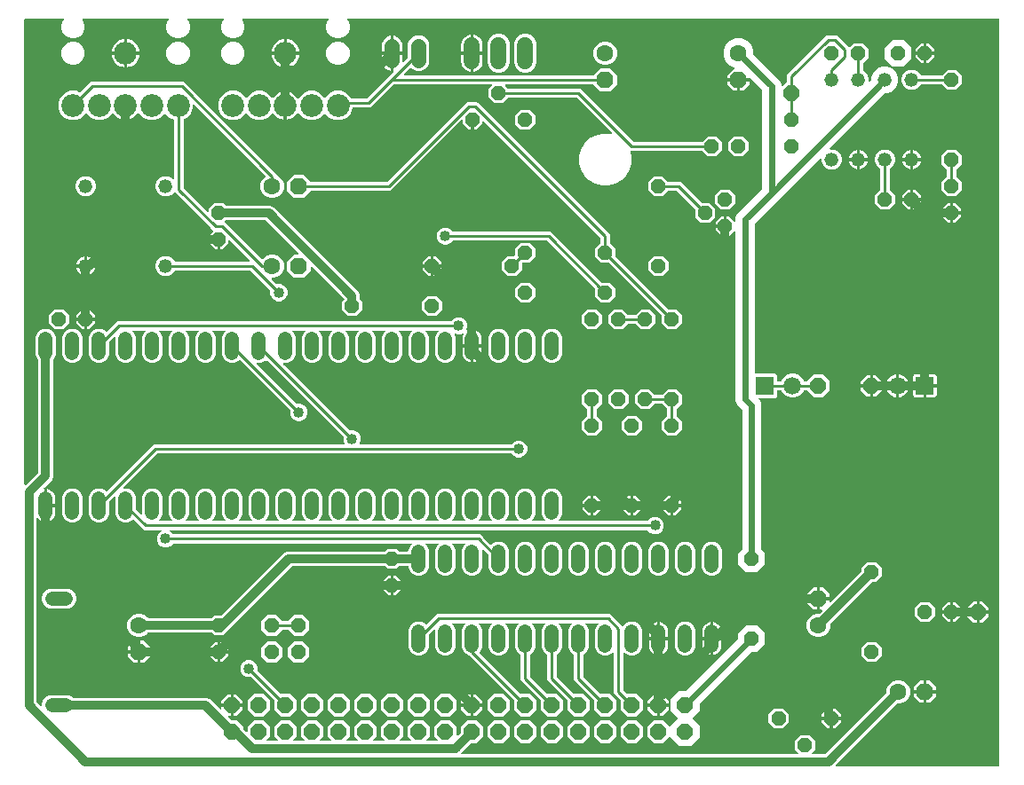
<source format=gtl>
G04 EAGLE Gerber RS-274X export*
G75*
%MOMM*%
%FSLAX34Y34*%
%LPD*%
%INTop Copper*%
%IPPOS*%
%AMOC8*
5,1,8,0,0,1.08239X$1,22.5*%
G01*
%ADD10P,1.429621X8X292.500000*%
%ADD11P,1.732040X8X292.500000*%
%ADD12C,1.600200*%
%ADD13P,1.429621X8X202.500000*%
%ADD14C,1.320800*%
%ADD15P,1.429621X8X22.500000*%
%ADD16P,1.429621X8X112.500000*%
%ADD17C,1.422400*%
%ADD18C,2.184400*%
%ADD19P,1.649562X8X22.500000*%
%ADD20P,1.732040X8X22.500000*%
%ADD21P,1.732040X8X112.500000*%
%ADD22P,1.649562X8X202.500000*%
%ADD23C,1.320800*%
%ADD24C,1.524000*%
%ADD25R,1.714500X1.714500*%
%ADD26C,1.676400*%
%ADD27P,1.539592X8X22.500000*%
%ADD28C,0.812800*%
%ADD29C,0.254000*%
%ADD30C,1.016000*%
%ADD31C,0.609600*%

G36*
X933978Y17784D02*
X933978Y17784D01*
X933997Y17782D01*
X934099Y17804D01*
X934201Y17820D01*
X934218Y17830D01*
X934238Y17834D01*
X934327Y17887D01*
X934418Y17936D01*
X934432Y17950D01*
X934449Y17960D01*
X934516Y18039D01*
X934588Y18114D01*
X934596Y18132D01*
X934609Y18147D01*
X934648Y18243D01*
X934691Y18337D01*
X934693Y18357D01*
X934701Y18375D01*
X934719Y18542D01*
X934719Y730758D01*
X934716Y730778D01*
X934718Y730797D01*
X934696Y730899D01*
X934680Y731001D01*
X934670Y731018D01*
X934666Y731038D01*
X934613Y731127D01*
X934564Y731218D01*
X934550Y731232D01*
X934540Y731249D01*
X934461Y731316D01*
X934386Y731388D01*
X934368Y731396D01*
X934353Y731409D01*
X934257Y731448D01*
X934163Y731491D01*
X934143Y731493D01*
X934125Y731501D01*
X933958Y731519D01*
X313489Y731519D01*
X313418Y731508D01*
X313347Y731506D01*
X313298Y731488D01*
X313246Y731480D01*
X313183Y731446D01*
X313116Y731421D01*
X313075Y731389D01*
X313029Y731364D01*
X312980Y731312D01*
X312924Y731268D01*
X312895Y731224D01*
X312860Y731186D01*
X312829Y731121D01*
X312791Y731061D01*
X312778Y731010D01*
X312756Y730963D01*
X312748Y730892D01*
X312731Y730822D01*
X312735Y730770D01*
X312729Y730719D01*
X312744Y730648D01*
X312750Y730577D01*
X312770Y730529D01*
X312781Y730478D01*
X312818Y730417D01*
X312846Y730351D01*
X312891Y730295D01*
X312907Y730267D01*
X312925Y730252D01*
X312951Y730220D01*
X313394Y729777D01*
X315081Y725704D01*
X315081Y721296D01*
X313394Y717223D01*
X310277Y714106D01*
X306204Y712419D01*
X301796Y712419D01*
X297723Y714106D01*
X294606Y717223D01*
X292919Y721296D01*
X292919Y725704D01*
X294606Y729777D01*
X295049Y730220D01*
X295091Y730278D01*
X295140Y730330D01*
X295162Y730377D01*
X295193Y730419D01*
X295214Y730488D01*
X295244Y730553D01*
X295250Y730605D01*
X295265Y730655D01*
X295263Y730726D01*
X295271Y730797D01*
X295260Y730848D01*
X295259Y730900D01*
X295234Y730968D01*
X295219Y731038D01*
X295192Y731083D01*
X295174Y731131D01*
X295130Y731187D01*
X295093Y731249D01*
X295053Y731283D01*
X295021Y731323D01*
X294960Y731362D01*
X294906Y731409D01*
X294857Y731428D01*
X294814Y731456D01*
X294744Y731474D01*
X294678Y731501D01*
X294606Y731509D01*
X294575Y731517D01*
X294552Y731515D01*
X294511Y731519D01*
X213489Y731519D01*
X213418Y731508D01*
X213347Y731506D01*
X213298Y731488D01*
X213246Y731480D01*
X213183Y731446D01*
X213116Y731421D01*
X213075Y731389D01*
X213029Y731364D01*
X212980Y731312D01*
X212924Y731268D01*
X212895Y731224D01*
X212860Y731186D01*
X212829Y731121D01*
X212791Y731061D01*
X212778Y731010D01*
X212756Y730963D01*
X212748Y730892D01*
X212731Y730822D01*
X212735Y730770D01*
X212729Y730719D01*
X212744Y730648D01*
X212750Y730577D01*
X212770Y730529D01*
X212781Y730478D01*
X212818Y730417D01*
X212846Y730351D01*
X212891Y730295D01*
X212907Y730267D01*
X212925Y730252D01*
X212951Y730220D01*
X213394Y729777D01*
X215081Y725704D01*
X215081Y721296D01*
X213394Y717223D01*
X210277Y714106D01*
X206204Y712419D01*
X201796Y712419D01*
X197723Y714106D01*
X194606Y717223D01*
X192919Y721296D01*
X192919Y725704D01*
X194606Y729777D01*
X195049Y730220D01*
X195091Y730278D01*
X195140Y730330D01*
X195162Y730377D01*
X195193Y730419D01*
X195214Y730488D01*
X195244Y730553D01*
X195250Y730605D01*
X195265Y730655D01*
X195263Y730726D01*
X195271Y730797D01*
X195260Y730848D01*
X195259Y730900D01*
X195234Y730968D01*
X195219Y731038D01*
X195192Y731083D01*
X195174Y731131D01*
X195130Y731187D01*
X195093Y731249D01*
X195053Y731283D01*
X195021Y731323D01*
X194960Y731362D01*
X194906Y731409D01*
X194857Y731428D01*
X194814Y731456D01*
X194744Y731474D01*
X194678Y731501D01*
X194606Y731509D01*
X194575Y731517D01*
X194552Y731515D01*
X194511Y731519D01*
X161089Y731519D01*
X161018Y731508D01*
X160947Y731506D01*
X160898Y731488D01*
X160846Y731480D01*
X160783Y731446D01*
X160716Y731421D01*
X160675Y731389D01*
X160629Y731364D01*
X160580Y731312D01*
X160524Y731268D01*
X160495Y731224D01*
X160460Y731186D01*
X160429Y731121D01*
X160391Y731061D01*
X160378Y731010D01*
X160356Y730963D01*
X160348Y730892D01*
X160331Y730822D01*
X160335Y730770D01*
X160329Y730719D01*
X160344Y730648D01*
X160350Y730577D01*
X160370Y730529D01*
X160381Y730478D01*
X160418Y730417D01*
X160446Y730351D01*
X160491Y730295D01*
X160507Y730267D01*
X160525Y730252D01*
X160551Y730220D01*
X160994Y729777D01*
X162681Y725704D01*
X162681Y721296D01*
X160994Y717223D01*
X157877Y714106D01*
X153804Y712419D01*
X149396Y712419D01*
X145323Y714106D01*
X142206Y717223D01*
X140519Y721296D01*
X140519Y725704D01*
X142206Y729777D01*
X142649Y730220D01*
X142691Y730278D01*
X142740Y730330D01*
X142762Y730377D01*
X142793Y730419D01*
X142814Y730488D01*
X142844Y730553D01*
X142850Y730605D01*
X142865Y730655D01*
X142863Y730726D01*
X142871Y730797D01*
X142860Y730848D01*
X142859Y730900D01*
X142834Y730968D01*
X142819Y731038D01*
X142792Y731083D01*
X142774Y731131D01*
X142730Y731187D01*
X142693Y731249D01*
X142653Y731283D01*
X142621Y731323D01*
X142560Y731362D01*
X142506Y731409D01*
X142457Y731428D01*
X142414Y731456D01*
X142344Y731474D01*
X142278Y731501D01*
X142206Y731509D01*
X142175Y731517D01*
X142152Y731515D01*
X142111Y731519D01*
X61089Y731519D01*
X61018Y731508D01*
X60947Y731506D01*
X60898Y731488D01*
X60846Y731480D01*
X60783Y731446D01*
X60716Y731421D01*
X60675Y731389D01*
X60629Y731364D01*
X60580Y731312D01*
X60524Y731268D01*
X60495Y731224D01*
X60460Y731186D01*
X60429Y731121D01*
X60391Y731061D01*
X60378Y731010D01*
X60356Y730963D01*
X60348Y730892D01*
X60331Y730822D01*
X60335Y730770D01*
X60329Y730719D01*
X60344Y730648D01*
X60350Y730577D01*
X60370Y730529D01*
X60381Y730478D01*
X60418Y730417D01*
X60446Y730351D01*
X60491Y730295D01*
X60507Y730267D01*
X60525Y730252D01*
X60551Y730220D01*
X60994Y729777D01*
X62681Y725704D01*
X62681Y721296D01*
X60994Y717223D01*
X57877Y714106D01*
X53804Y712419D01*
X49396Y712419D01*
X45323Y714106D01*
X42206Y717223D01*
X40519Y721296D01*
X40519Y725704D01*
X42206Y729777D01*
X42649Y730220D01*
X42691Y730278D01*
X42740Y730330D01*
X42762Y730377D01*
X42793Y730419D01*
X42814Y730488D01*
X42844Y730553D01*
X42850Y730605D01*
X42865Y730655D01*
X42863Y730726D01*
X42871Y730797D01*
X42860Y730848D01*
X42859Y730900D01*
X42834Y730968D01*
X42819Y731038D01*
X42792Y731083D01*
X42774Y731131D01*
X42730Y731187D01*
X42693Y731249D01*
X42653Y731283D01*
X42621Y731323D01*
X42560Y731362D01*
X42506Y731409D01*
X42457Y731428D01*
X42414Y731456D01*
X42344Y731474D01*
X42278Y731501D01*
X42206Y731509D01*
X42175Y731517D01*
X42152Y731515D01*
X42111Y731519D01*
X5842Y731519D01*
X5822Y731516D01*
X5803Y731518D01*
X5701Y731496D01*
X5599Y731480D01*
X5582Y731470D01*
X5562Y731466D01*
X5473Y731413D01*
X5382Y731364D01*
X5368Y731350D01*
X5351Y731340D01*
X5284Y731261D01*
X5212Y731186D01*
X5204Y731168D01*
X5191Y731153D01*
X5152Y731057D01*
X5109Y730963D01*
X5107Y730943D01*
X5099Y730925D01*
X5081Y730758D01*
X5081Y286852D01*
X5092Y286782D01*
X5094Y286710D01*
X5112Y286661D01*
X5120Y286610D01*
X5154Y286546D01*
X5179Y286479D01*
X5211Y286438D01*
X5236Y286392D01*
X5288Y286343D01*
X5332Y286287D01*
X5376Y286259D01*
X5414Y286223D01*
X5479Y286193D01*
X5539Y286154D01*
X5590Y286141D01*
X5637Y286119D01*
X5708Y286111D01*
X5778Y286094D01*
X5830Y286098D01*
X5881Y286092D01*
X5952Y286107D01*
X6023Y286113D01*
X6071Y286133D01*
X6122Y286144D01*
X6183Y286181D01*
X6249Y286209D01*
X6305Y286254D01*
X6333Y286271D01*
X6348Y286288D01*
X6380Y286314D01*
X18064Y297998D01*
X18117Y298072D01*
X18177Y298142D01*
X18189Y298172D01*
X18208Y298198D01*
X18235Y298285D01*
X18269Y298370D01*
X18273Y298411D01*
X18280Y298433D01*
X18279Y298465D01*
X18287Y298537D01*
X18287Y405642D01*
X18273Y405732D01*
X18265Y405823D01*
X18253Y405853D01*
X18248Y405885D01*
X18205Y405966D01*
X18169Y406050D01*
X18143Y406082D01*
X18132Y406103D01*
X18109Y406125D01*
X18064Y406181D01*
X17217Y407028D01*
X15747Y410576D01*
X15747Y427624D01*
X17217Y431172D01*
X19932Y433887D01*
X23480Y435357D01*
X27320Y435357D01*
X30868Y433887D01*
X33583Y431172D01*
X35053Y427624D01*
X35053Y410576D01*
X33583Y407028D01*
X32736Y406181D01*
X32683Y406107D01*
X32623Y406037D01*
X32611Y406007D01*
X32592Y405981D01*
X32565Y405894D01*
X32531Y405809D01*
X32527Y405768D01*
X32520Y405746D01*
X32521Y405714D01*
X32513Y405642D01*
X32513Y293860D01*
X31430Y291246D01*
X23932Y283748D01*
X23890Y283690D01*
X23841Y283638D01*
X23819Y283591D01*
X23789Y283549D01*
X23768Y283480D01*
X23737Y283415D01*
X23732Y283363D01*
X23716Y283313D01*
X23718Y283242D01*
X23710Y283171D01*
X23721Y283120D01*
X23723Y283068D01*
X23747Y283000D01*
X23762Y282930D01*
X23789Y282885D01*
X23807Y282837D01*
X23852Y282781D01*
X23877Y282739D01*
X23877Y267462D01*
X23879Y267446D01*
X23878Y267431D01*
X23878Y267428D01*
X23878Y267423D01*
X23900Y267321D01*
X23917Y267219D01*
X23926Y267202D01*
X23930Y267182D01*
X23983Y267093D01*
X24032Y267002D01*
X24046Y266988D01*
X24056Y266971D01*
X24135Y266904D01*
X24210Y266833D01*
X24228Y266824D01*
X24243Y266811D01*
X24339Y266773D01*
X24433Y266729D01*
X24453Y266727D01*
X24471Y266719D01*
X24638Y266701D01*
X25401Y266701D01*
X25401Y266699D01*
X24638Y266699D01*
X24618Y266696D01*
X24599Y266698D01*
X24497Y266676D01*
X24395Y266659D01*
X24378Y266650D01*
X24358Y266646D01*
X24269Y266593D01*
X24178Y266544D01*
X24164Y266530D01*
X24147Y266520D01*
X24080Y266441D01*
X24009Y266366D01*
X24000Y266348D01*
X23987Y266333D01*
X23948Y266237D01*
X23905Y266143D01*
X23903Y266123D01*
X23895Y266105D01*
X23877Y265938D01*
X23877Y251075D01*
X22733Y251303D01*
X21068Y251992D01*
X19570Y252993D01*
X18297Y254267D01*
X18032Y254663D01*
X18016Y254680D01*
X18005Y254700D01*
X17933Y254769D01*
X17864Y254843D01*
X17844Y254854D01*
X17827Y254870D01*
X17736Y254912D01*
X17648Y254960D01*
X17625Y254963D01*
X17604Y254973D01*
X17504Y254984D01*
X17405Y255001D01*
X17382Y254998D01*
X17360Y255000D01*
X17261Y254979D01*
X17162Y254964D01*
X17142Y254953D01*
X17119Y254948D01*
X17033Y254896D01*
X16944Y254850D01*
X16928Y254834D01*
X16908Y254822D01*
X16843Y254746D01*
X16773Y254673D01*
X16763Y254652D01*
X16748Y254635D01*
X16711Y254542D01*
X16668Y254451D01*
X16665Y254428D01*
X16656Y254407D01*
X16638Y254240D01*
X16638Y79462D01*
X16652Y79371D01*
X16660Y79281D01*
X16672Y79251D01*
X16677Y79219D01*
X16720Y79138D01*
X16756Y79054D01*
X16782Y79022D01*
X16793Y79001D01*
X16816Y78979D01*
X16832Y78959D01*
X16837Y78951D01*
X16842Y78946D01*
X16861Y78923D01*
X20544Y75240D01*
X20602Y75198D01*
X20654Y75149D01*
X20701Y75127D01*
X20743Y75097D01*
X20812Y75076D01*
X20877Y75045D01*
X20929Y75040D01*
X20979Y75024D01*
X21050Y75026D01*
X21121Y75018D01*
X21172Y75029D01*
X21224Y75031D01*
X21292Y75055D01*
X21362Y75070D01*
X21407Y75097D01*
X21455Y75115D01*
X21511Y75160D01*
X21573Y75197D01*
X21607Y75236D01*
X21647Y75269D01*
X21686Y75329D01*
X21733Y75384D01*
X21752Y75432D01*
X21780Y75476D01*
X21798Y75545D01*
X21825Y75612D01*
X21833Y75683D01*
X21841Y75714D01*
X21839Y75738D01*
X21843Y75778D01*
X21843Y78120D01*
X23313Y81668D01*
X26028Y84383D01*
X29576Y85853D01*
X46624Y85853D01*
X50172Y84383D01*
X51019Y83536D01*
X51093Y83483D01*
X51163Y83423D01*
X51193Y83411D01*
X51219Y83392D01*
X51306Y83365D01*
X51391Y83331D01*
X51432Y83327D01*
X51454Y83320D01*
X51486Y83321D01*
X51558Y83313D01*
X179215Y83313D01*
X181829Y82230D01*
X183937Y80122D01*
X191740Y72319D01*
X191798Y72277D01*
X191850Y72228D01*
X191897Y72206D01*
X191939Y72176D01*
X192008Y72155D01*
X192073Y72124D01*
X192125Y72119D01*
X192175Y72103D01*
X192246Y72105D01*
X192317Y72097D01*
X192368Y72108D01*
X192420Y72110D01*
X192488Y72134D01*
X192558Y72149D01*
X192603Y72176D01*
X192651Y72194D01*
X192707Y72239D01*
X192769Y72276D01*
X192803Y72315D01*
X192843Y72348D01*
X192882Y72408D01*
X192929Y72463D01*
X192948Y72511D01*
X192976Y72555D01*
X192994Y72624D01*
X193021Y72691D01*
X193029Y72762D01*
X193037Y72793D01*
X193035Y72817D01*
X193039Y72857D01*
X193039Y74677D01*
X201677Y74677D01*
X201677Y66039D01*
X199857Y66039D01*
X199787Y66028D01*
X199715Y66026D01*
X199666Y66008D01*
X199615Y66000D01*
X199551Y65966D01*
X199484Y65941D01*
X199443Y65909D01*
X199397Y65884D01*
X199348Y65833D01*
X199292Y65788D01*
X199264Y65744D01*
X199228Y65706D01*
X199198Y65641D01*
X199159Y65581D01*
X199146Y65530D01*
X199124Y65483D01*
X199116Y65412D01*
X199099Y65342D01*
X199103Y65290D01*
X199097Y65239D01*
X199112Y65168D01*
X199118Y65097D01*
X199138Y65049D01*
X199149Y64998D01*
X199186Y64937D01*
X199214Y64871D01*
X199259Y64815D01*
X199276Y64787D01*
X199293Y64772D01*
X199319Y64740D01*
X202367Y61692D01*
X202441Y61639D01*
X202511Y61579D01*
X202541Y61567D01*
X202567Y61548D01*
X202654Y61521D01*
X202739Y61487D01*
X202780Y61483D01*
X202802Y61476D01*
X202834Y61477D01*
X202905Y61469D01*
X207619Y61469D01*
X213869Y55219D01*
X213869Y53680D01*
X213883Y53590D01*
X213891Y53499D01*
X213903Y53470D01*
X213908Y53438D01*
X213951Y53357D01*
X213987Y53273D01*
X214013Y53241D01*
X214024Y53220D01*
X214047Y53198D01*
X214092Y53142D01*
X216632Y50602D01*
X216690Y50560D01*
X216742Y50511D01*
X216789Y50489D01*
X216831Y50459D01*
X216900Y50438D01*
X216965Y50407D01*
X217017Y50402D01*
X217067Y50386D01*
X217138Y50388D01*
X217209Y50380D01*
X217260Y50391D01*
X217312Y50393D01*
X217380Y50417D01*
X217450Y50432D01*
X217494Y50459D01*
X217543Y50477D01*
X217599Y50522D01*
X217661Y50559D01*
X217695Y50598D01*
X217735Y50631D01*
X217774Y50691D01*
X217821Y50746D01*
X217840Y50794D01*
X217868Y50838D01*
X217886Y50907D01*
X217913Y50974D01*
X217921Y51045D01*
X217929Y51076D01*
X217927Y51100D01*
X217931Y51140D01*
X217931Y55219D01*
X224181Y61469D01*
X233019Y61469D01*
X239269Y55219D01*
X239269Y46381D01*
X236225Y43337D01*
X236183Y43279D01*
X236134Y43227D01*
X236112Y43180D01*
X236082Y43138D01*
X236060Y43069D01*
X236030Y43004D01*
X236025Y42952D01*
X236009Y42902D01*
X236011Y42831D01*
X236003Y42760D01*
X236014Y42709D01*
X236016Y42657D01*
X236040Y42589D01*
X236055Y42519D01*
X236082Y42474D01*
X236100Y42426D01*
X236145Y42370D01*
X236182Y42308D01*
X236221Y42274D01*
X236254Y42234D01*
X236314Y42195D01*
X236369Y42148D01*
X236417Y42129D01*
X236461Y42101D01*
X236530Y42083D01*
X236597Y42056D01*
X236668Y42048D01*
X236699Y42040D01*
X236722Y42042D01*
X236763Y42038D01*
X245837Y42038D01*
X245907Y42049D01*
X245979Y42051D01*
X246028Y42069D01*
X246079Y42077D01*
X246143Y42111D01*
X246210Y42136D01*
X246251Y42168D01*
X246297Y42193D01*
X246346Y42245D01*
X246402Y42289D01*
X246430Y42333D01*
X246466Y42371D01*
X246496Y42436D01*
X246535Y42496D01*
X246548Y42547D01*
X246570Y42594D01*
X246578Y42665D01*
X246595Y42735D01*
X246591Y42787D01*
X246597Y42838D01*
X246582Y42909D01*
X246576Y42980D01*
X246556Y43028D01*
X246545Y43079D01*
X246508Y43140D01*
X246480Y43206D01*
X246435Y43262D01*
X246418Y43290D01*
X246401Y43305D01*
X246375Y43337D01*
X243331Y46381D01*
X243331Y55219D01*
X249581Y61469D01*
X258419Y61469D01*
X264669Y55219D01*
X264669Y46381D01*
X261625Y43337D01*
X261583Y43279D01*
X261534Y43227D01*
X261512Y43180D01*
X261482Y43138D01*
X261460Y43069D01*
X261430Y43004D01*
X261425Y42952D01*
X261409Y42902D01*
X261411Y42831D01*
X261403Y42760D01*
X261414Y42709D01*
X261416Y42657D01*
X261440Y42589D01*
X261455Y42519D01*
X261482Y42474D01*
X261500Y42426D01*
X261545Y42370D01*
X261582Y42308D01*
X261621Y42274D01*
X261654Y42234D01*
X261714Y42195D01*
X261769Y42148D01*
X261817Y42129D01*
X261861Y42101D01*
X261930Y42083D01*
X261997Y42056D01*
X262068Y42048D01*
X262099Y42040D01*
X262122Y42042D01*
X262163Y42038D01*
X271237Y42038D01*
X271307Y42049D01*
X271379Y42051D01*
X271428Y42069D01*
X271479Y42077D01*
X271543Y42111D01*
X271610Y42136D01*
X271651Y42168D01*
X271697Y42193D01*
X271746Y42245D01*
X271802Y42289D01*
X271830Y42333D01*
X271866Y42371D01*
X271896Y42436D01*
X271935Y42496D01*
X271948Y42547D01*
X271970Y42594D01*
X271978Y42665D01*
X271995Y42735D01*
X271991Y42787D01*
X271997Y42838D01*
X271982Y42909D01*
X271976Y42980D01*
X271956Y43028D01*
X271945Y43079D01*
X271908Y43140D01*
X271880Y43206D01*
X271835Y43262D01*
X271818Y43290D01*
X271801Y43305D01*
X271775Y43337D01*
X268731Y46381D01*
X268731Y55219D01*
X274981Y61469D01*
X283819Y61469D01*
X290069Y55219D01*
X290069Y46381D01*
X287025Y43337D01*
X286983Y43279D01*
X286934Y43227D01*
X286912Y43180D01*
X286882Y43138D01*
X286860Y43069D01*
X286830Y43004D01*
X286825Y42952D01*
X286809Y42902D01*
X286811Y42831D01*
X286803Y42760D01*
X286814Y42709D01*
X286816Y42657D01*
X286840Y42589D01*
X286855Y42519D01*
X286882Y42474D01*
X286900Y42426D01*
X286945Y42370D01*
X286982Y42308D01*
X287021Y42274D01*
X287054Y42234D01*
X287114Y42195D01*
X287169Y42148D01*
X287217Y42129D01*
X287261Y42101D01*
X287330Y42083D01*
X287397Y42056D01*
X287468Y42048D01*
X287499Y42040D01*
X287522Y42042D01*
X287563Y42038D01*
X296637Y42038D01*
X296707Y42049D01*
X296779Y42051D01*
X296828Y42069D01*
X296879Y42077D01*
X296943Y42111D01*
X297010Y42136D01*
X297051Y42168D01*
X297097Y42193D01*
X297146Y42245D01*
X297202Y42289D01*
X297230Y42333D01*
X297266Y42371D01*
X297296Y42436D01*
X297335Y42496D01*
X297348Y42547D01*
X297370Y42594D01*
X297378Y42665D01*
X297395Y42735D01*
X297391Y42787D01*
X297397Y42838D01*
X297382Y42909D01*
X297376Y42980D01*
X297356Y43028D01*
X297345Y43079D01*
X297308Y43140D01*
X297280Y43206D01*
X297235Y43262D01*
X297218Y43290D01*
X297201Y43305D01*
X297175Y43337D01*
X294131Y46381D01*
X294131Y55219D01*
X300381Y61469D01*
X309219Y61469D01*
X315469Y55219D01*
X315469Y46381D01*
X312425Y43337D01*
X312383Y43279D01*
X312334Y43227D01*
X312312Y43180D01*
X312282Y43138D01*
X312260Y43069D01*
X312230Y43004D01*
X312225Y42952D01*
X312209Y42902D01*
X312211Y42831D01*
X312203Y42760D01*
X312214Y42709D01*
X312216Y42657D01*
X312240Y42589D01*
X312255Y42519D01*
X312282Y42474D01*
X312300Y42426D01*
X312345Y42370D01*
X312382Y42308D01*
X312421Y42274D01*
X312454Y42234D01*
X312514Y42195D01*
X312569Y42148D01*
X312617Y42129D01*
X312661Y42101D01*
X312730Y42083D01*
X312797Y42056D01*
X312868Y42048D01*
X312899Y42040D01*
X312922Y42042D01*
X312963Y42038D01*
X322037Y42038D01*
X322107Y42049D01*
X322179Y42051D01*
X322228Y42069D01*
X322279Y42077D01*
X322343Y42111D01*
X322410Y42136D01*
X322451Y42168D01*
X322497Y42193D01*
X322546Y42245D01*
X322602Y42289D01*
X322630Y42333D01*
X322666Y42371D01*
X322696Y42436D01*
X322735Y42496D01*
X322748Y42547D01*
X322770Y42594D01*
X322778Y42665D01*
X322795Y42735D01*
X322791Y42787D01*
X322797Y42838D01*
X322782Y42909D01*
X322776Y42980D01*
X322756Y43028D01*
X322745Y43079D01*
X322708Y43140D01*
X322680Y43206D01*
X322635Y43262D01*
X322618Y43290D01*
X322601Y43305D01*
X322575Y43337D01*
X319531Y46381D01*
X319531Y55219D01*
X325781Y61469D01*
X334619Y61469D01*
X340869Y55219D01*
X340869Y46381D01*
X337825Y43337D01*
X337783Y43279D01*
X337734Y43227D01*
X337712Y43180D01*
X337682Y43138D01*
X337660Y43069D01*
X337630Y43004D01*
X337625Y42952D01*
X337609Y42902D01*
X337611Y42831D01*
X337603Y42760D01*
X337614Y42709D01*
X337616Y42657D01*
X337640Y42589D01*
X337655Y42519D01*
X337682Y42474D01*
X337700Y42426D01*
X337745Y42370D01*
X337782Y42308D01*
X337821Y42274D01*
X337854Y42234D01*
X337914Y42195D01*
X337969Y42148D01*
X338017Y42129D01*
X338061Y42101D01*
X338130Y42083D01*
X338197Y42056D01*
X338268Y42048D01*
X338299Y42040D01*
X338322Y42042D01*
X338363Y42038D01*
X347437Y42038D01*
X347507Y42049D01*
X347579Y42051D01*
X347628Y42069D01*
X347679Y42077D01*
X347743Y42111D01*
X347810Y42136D01*
X347851Y42168D01*
X347897Y42193D01*
X347946Y42245D01*
X348002Y42289D01*
X348030Y42333D01*
X348066Y42371D01*
X348096Y42436D01*
X348135Y42496D01*
X348148Y42547D01*
X348170Y42594D01*
X348178Y42665D01*
X348195Y42735D01*
X348191Y42787D01*
X348197Y42838D01*
X348182Y42909D01*
X348176Y42980D01*
X348156Y43028D01*
X348145Y43079D01*
X348108Y43140D01*
X348080Y43206D01*
X348035Y43262D01*
X348018Y43290D01*
X348001Y43305D01*
X347975Y43337D01*
X344931Y46381D01*
X344931Y55219D01*
X351181Y61469D01*
X360019Y61469D01*
X366269Y55219D01*
X366269Y46381D01*
X363225Y43337D01*
X363183Y43279D01*
X363134Y43227D01*
X363112Y43180D01*
X363082Y43138D01*
X363060Y43069D01*
X363030Y43004D01*
X363025Y42952D01*
X363009Y42902D01*
X363011Y42831D01*
X363003Y42760D01*
X363014Y42709D01*
X363016Y42657D01*
X363040Y42589D01*
X363055Y42519D01*
X363082Y42474D01*
X363100Y42426D01*
X363145Y42370D01*
X363182Y42308D01*
X363221Y42274D01*
X363254Y42234D01*
X363314Y42195D01*
X363369Y42148D01*
X363417Y42129D01*
X363461Y42101D01*
X363530Y42083D01*
X363597Y42056D01*
X363668Y42048D01*
X363699Y42040D01*
X363722Y42042D01*
X363763Y42038D01*
X372837Y42038D01*
X372907Y42049D01*
X372979Y42051D01*
X373028Y42069D01*
X373079Y42077D01*
X373143Y42111D01*
X373210Y42136D01*
X373251Y42168D01*
X373297Y42193D01*
X373346Y42245D01*
X373402Y42289D01*
X373430Y42333D01*
X373466Y42371D01*
X373496Y42436D01*
X373535Y42496D01*
X373548Y42547D01*
X373570Y42594D01*
X373578Y42665D01*
X373595Y42735D01*
X373591Y42787D01*
X373597Y42838D01*
X373582Y42909D01*
X373576Y42980D01*
X373556Y43028D01*
X373545Y43079D01*
X373508Y43140D01*
X373480Y43206D01*
X373435Y43262D01*
X373418Y43290D01*
X373401Y43305D01*
X373375Y43337D01*
X370331Y46381D01*
X370331Y55219D01*
X376581Y61469D01*
X385419Y61469D01*
X391669Y55219D01*
X391669Y46381D01*
X388625Y43337D01*
X388583Y43279D01*
X388534Y43227D01*
X388512Y43180D01*
X388482Y43138D01*
X388460Y43069D01*
X388430Y43004D01*
X388425Y42952D01*
X388409Y42902D01*
X388411Y42831D01*
X388403Y42760D01*
X388414Y42709D01*
X388416Y42657D01*
X388440Y42589D01*
X388455Y42519D01*
X388482Y42474D01*
X388500Y42426D01*
X388545Y42370D01*
X388582Y42308D01*
X388621Y42274D01*
X388654Y42234D01*
X388714Y42195D01*
X388769Y42148D01*
X388817Y42129D01*
X388861Y42101D01*
X388930Y42083D01*
X388997Y42056D01*
X389068Y42048D01*
X389099Y42040D01*
X389122Y42042D01*
X389163Y42038D01*
X398237Y42038D01*
X398307Y42049D01*
X398379Y42051D01*
X398428Y42069D01*
X398479Y42077D01*
X398543Y42111D01*
X398610Y42136D01*
X398651Y42168D01*
X398697Y42193D01*
X398746Y42245D01*
X398802Y42289D01*
X398830Y42333D01*
X398866Y42371D01*
X398896Y42436D01*
X398935Y42496D01*
X398948Y42547D01*
X398970Y42594D01*
X398978Y42665D01*
X398995Y42735D01*
X398991Y42787D01*
X398997Y42838D01*
X398982Y42909D01*
X398976Y42980D01*
X398956Y43028D01*
X398945Y43079D01*
X398908Y43140D01*
X398880Y43206D01*
X398835Y43262D01*
X398818Y43290D01*
X398801Y43305D01*
X398775Y43337D01*
X395731Y46381D01*
X395731Y55219D01*
X401981Y61469D01*
X410819Y61469D01*
X417069Y55219D01*
X417069Y47965D01*
X417080Y47895D01*
X417082Y47823D01*
X417100Y47774D01*
X417108Y47723D01*
X417142Y47659D01*
X417167Y47592D01*
X417199Y47551D01*
X417224Y47505D01*
X417275Y47456D01*
X417320Y47400D01*
X417364Y47372D01*
X417402Y47336D01*
X417467Y47306D01*
X417527Y47267D01*
X417578Y47254D01*
X417625Y47232D01*
X417696Y47224D01*
X417766Y47207D01*
X417818Y47211D01*
X417869Y47205D01*
X417940Y47220D01*
X418011Y47226D01*
X418059Y47246D01*
X418110Y47257D01*
X418171Y47294D01*
X418237Y47322D01*
X418293Y47367D01*
X418321Y47384D01*
X418336Y47401D01*
X418368Y47427D01*
X420908Y49967D01*
X420961Y50041D01*
X421021Y50111D01*
X421033Y50141D01*
X421052Y50167D01*
X421079Y50254D01*
X421087Y50275D01*
X421103Y50309D01*
X421104Y50317D01*
X421113Y50339D01*
X421117Y50380D01*
X421124Y50402D01*
X421123Y50434D01*
X421131Y50505D01*
X421131Y55219D01*
X427381Y61469D01*
X436219Y61469D01*
X442469Y55219D01*
X442469Y46381D01*
X436219Y40131D01*
X431505Y40131D01*
X431415Y40117D01*
X431324Y40109D01*
X431295Y40097D01*
X431263Y40092D01*
X431182Y40049D01*
X431098Y40013D01*
X431066Y39987D01*
X431045Y39976D01*
X431023Y39953D01*
X430967Y39908D01*
X422062Y31003D01*
X421696Y30637D01*
X421654Y30579D01*
X421605Y30527D01*
X421583Y30480D01*
X421553Y30438D01*
X421532Y30369D01*
X421501Y30304D01*
X421496Y30252D01*
X421480Y30202D01*
X421482Y30131D01*
X421474Y30060D01*
X421485Y30009D01*
X421487Y29957D01*
X421511Y29889D01*
X421526Y29819D01*
X421553Y29774D01*
X421571Y29726D01*
X421616Y29670D01*
X421653Y29608D01*
X421692Y29574D01*
X421725Y29534D01*
X421785Y29495D01*
X421840Y29448D01*
X421888Y29429D01*
X421932Y29401D01*
X422001Y29383D01*
X422068Y29356D01*
X422139Y29348D01*
X422170Y29340D01*
X422194Y29342D01*
X422234Y29338D01*
X742573Y29338D01*
X742644Y29349D01*
X742716Y29351D01*
X742765Y29369D01*
X742816Y29377D01*
X742880Y29411D01*
X742947Y29436D01*
X742988Y29468D01*
X743034Y29493D01*
X743083Y29545D01*
X743139Y29589D01*
X743167Y29633D01*
X743203Y29671D01*
X743233Y29736D01*
X743272Y29796D01*
X743285Y29847D01*
X743307Y29894D01*
X743314Y29965D01*
X743332Y30035D01*
X743328Y30087D01*
X743334Y30138D01*
X743318Y30209D01*
X743313Y30280D01*
X743293Y30328D01*
X743281Y30379D01*
X743245Y30440D01*
X743217Y30506D01*
X743172Y30562D01*
X743155Y30590D01*
X743137Y30605D01*
X743112Y30637D01*
X739647Y34102D01*
X739647Y42098D01*
X745302Y47753D01*
X753298Y47753D01*
X758953Y42098D01*
X758953Y34102D01*
X755488Y30637D01*
X755446Y30579D01*
X755397Y30527D01*
X755375Y30480D01*
X755345Y30438D01*
X755324Y30369D01*
X755293Y30304D01*
X755288Y30252D01*
X755272Y30202D01*
X755274Y30131D01*
X755266Y30060D01*
X755277Y30009D01*
X755279Y29957D01*
X755303Y29889D01*
X755319Y29819D01*
X755345Y29774D01*
X755363Y29726D01*
X755408Y29670D01*
X755445Y29608D01*
X755484Y29574D01*
X755517Y29534D01*
X755577Y29495D01*
X755632Y29448D01*
X755680Y29429D01*
X755724Y29401D01*
X755793Y29383D01*
X755860Y29356D01*
X755931Y29348D01*
X755962Y29340D01*
X755986Y29342D01*
X756027Y29338D01*
X768263Y29338D01*
X768354Y29352D01*
X768444Y29360D01*
X768474Y29372D01*
X768506Y29377D01*
X768587Y29420D01*
X768671Y29456D01*
X768703Y29482D01*
X768724Y29493D01*
X768746Y29516D01*
X768802Y29561D01*
X826927Y87686D01*
X826980Y87760D01*
X827040Y87830D01*
X827052Y87860D01*
X827071Y87886D01*
X827098Y87973D01*
X827132Y88058D01*
X827136Y88099D01*
X827143Y88121D01*
X827142Y88153D01*
X827150Y88224D01*
X827150Y91098D01*
X828833Y95159D01*
X831941Y98267D01*
X836002Y99950D01*
X840398Y99950D01*
X844459Y98267D01*
X847567Y95159D01*
X849250Y91098D01*
X849250Y86702D01*
X847567Y82641D01*
X844459Y79533D01*
X840398Y77850D01*
X837524Y77850D01*
X837434Y77836D01*
X837343Y77828D01*
X837314Y77816D01*
X837282Y77811D01*
X837201Y77768D01*
X837117Y77732D01*
X837085Y77706D01*
X837064Y77695D01*
X837042Y77672D01*
X836986Y77627D01*
X778439Y19080D01*
X778397Y19022D01*
X778348Y18970D01*
X778326Y18923D01*
X778296Y18881D01*
X778275Y18812D01*
X778244Y18747D01*
X778239Y18695D01*
X778223Y18645D01*
X778225Y18574D01*
X778217Y18503D01*
X778228Y18452D01*
X778230Y18400D01*
X778254Y18332D01*
X778269Y18262D01*
X778296Y18218D01*
X778314Y18169D01*
X778359Y18113D01*
X778396Y18051D01*
X778435Y18017D01*
X778468Y17977D01*
X778528Y17938D01*
X778583Y17891D01*
X778631Y17872D01*
X778675Y17844D01*
X778744Y17826D01*
X778811Y17799D01*
X778882Y17791D01*
X778913Y17783D01*
X778937Y17785D01*
X778977Y17781D01*
X933958Y17781D01*
X933978Y17784D01*
G37*
%LPC*%
G36*
X112102Y141350D02*
X112102Y141350D01*
X108041Y143033D01*
X104933Y146141D01*
X103250Y150202D01*
X103250Y154598D01*
X104933Y158659D01*
X108041Y161767D01*
X112102Y163450D01*
X116498Y163450D01*
X120559Y161767D01*
X122591Y159736D01*
X122665Y159683D01*
X122734Y159623D01*
X122765Y159611D01*
X122791Y159592D01*
X122878Y159565D01*
X122963Y159531D01*
X123003Y159527D01*
X123026Y159520D01*
X123058Y159521D01*
X123129Y159513D01*
X183646Y159513D01*
X183736Y159527D01*
X183827Y159535D01*
X183857Y159547D01*
X183889Y159552D01*
X183970Y159595D01*
X184054Y159631D01*
X184086Y159657D01*
X184107Y159668D01*
X184129Y159691D01*
X184185Y159736D01*
X186502Y162053D01*
X192953Y162053D01*
X193044Y162067D01*
X193134Y162075D01*
X193164Y162087D01*
X193196Y162092D01*
X193277Y162135D01*
X193361Y162171D01*
X193393Y162197D01*
X193414Y162208D01*
X193436Y162231D01*
X193492Y162276D01*
X253146Y221930D01*
X255760Y223013D01*
X348746Y223013D01*
X348836Y223027D01*
X348927Y223035D01*
X348957Y223047D01*
X348989Y223052D01*
X349070Y223095D01*
X349154Y223131D01*
X349186Y223157D01*
X349207Y223168D01*
X349229Y223191D01*
X349285Y223236D01*
X351602Y225553D01*
X359598Y225553D01*
X361915Y223236D01*
X361989Y223183D01*
X362059Y223123D01*
X362089Y223111D01*
X362115Y223092D01*
X362202Y223065D01*
X362287Y223031D01*
X362328Y223027D01*
X362350Y223020D01*
X362382Y223021D01*
X362454Y223013D01*
X370586Y223013D01*
X370606Y223016D01*
X370625Y223014D01*
X370727Y223036D01*
X370829Y223052D01*
X370846Y223062D01*
X370866Y223066D01*
X370955Y223119D01*
X371046Y223168D01*
X371060Y223182D01*
X371077Y223192D01*
X371144Y223271D01*
X371216Y223346D01*
X371224Y223364D01*
X371237Y223379D01*
X371276Y223475D01*
X371319Y223569D01*
X371321Y223589D01*
X371329Y223607D01*
X371347Y223774D01*
X371347Y224424D01*
X372817Y227972D01*
X374177Y229332D01*
X374219Y229390D01*
X374268Y229442D01*
X374290Y229489D01*
X374320Y229531D01*
X374341Y229600D01*
X374372Y229665D01*
X374377Y229717D01*
X374393Y229767D01*
X374391Y229838D01*
X374399Y229909D01*
X374388Y229960D01*
X374386Y230012D01*
X374362Y230080D01*
X374346Y230150D01*
X374320Y230195D01*
X374302Y230243D01*
X374257Y230299D01*
X374220Y230361D01*
X374181Y230395D01*
X374148Y230435D01*
X374088Y230474D01*
X374033Y230521D01*
X373985Y230540D01*
X373941Y230568D01*
X373872Y230586D01*
X373805Y230613D01*
X373734Y230621D01*
X373703Y230629D01*
X373679Y230627D01*
X373638Y230631D01*
X147192Y230631D01*
X147102Y230617D01*
X147011Y230609D01*
X146982Y230597D01*
X146950Y230592D01*
X146869Y230549D01*
X146785Y230513D01*
X146753Y230487D01*
X146732Y230476D01*
X146710Y230453D01*
X146654Y230408D01*
X144305Y228059D01*
X141317Y226821D01*
X138083Y226821D01*
X135095Y228059D01*
X132809Y230345D01*
X131571Y233333D01*
X131571Y236567D01*
X132809Y239555D01*
X135095Y241841D01*
X135157Y241867D01*
X135240Y241918D01*
X135326Y241964D01*
X135344Y241982D01*
X135366Y241996D01*
X135428Y242071D01*
X135495Y242142D01*
X135506Y242166D01*
X135523Y242186D01*
X135558Y242277D01*
X135599Y242365D01*
X135602Y242391D01*
X135611Y242415D01*
X135615Y242513D01*
X135626Y242609D01*
X135620Y242635D01*
X135622Y242661D01*
X135594Y242755D01*
X135574Y242850D01*
X135560Y242872D01*
X135553Y242897D01*
X135497Y242977D01*
X135448Y243061D01*
X135428Y243078D01*
X135413Y243099D01*
X135335Y243158D01*
X135261Y243221D01*
X135236Y243231D01*
X135215Y243246D01*
X135123Y243276D01*
X135032Y243313D01*
X135000Y243316D01*
X134982Y243322D01*
X134949Y243322D01*
X134866Y243331D01*
X118861Y243331D01*
X116108Y246084D01*
X109212Y252980D01*
X109196Y252992D01*
X109183Y253008D01*
X109096Y253064D01*
X109012Y253124D01*
X108993Y253130D01*
X108976Y253141D01*
X108876Y253166D01*
X108777Y253196D01*
X108757Y253196D01*
X108738Y253201D01*
X108635Y253193D01*
X108531Y253190D01*
X108513Y253183D01*
X108493Y253182D01*
X108398Y253141D01*
X108300Y253106D01*
X108285Y253093D01*
X108266Y253085D01*
X108135Y252980D01*
X107068Y251913D01*
X103520Y250443D01*
X99680Y250443D01*
X96132Y251913D01*
X93417Y254628D01*
X91947Y258176D01*
X91947Y274502D01*
X91936Y274573D01*
X91934Y274644D01*
X91916Y274693D01*
X91908Y274745D01*
X91874Y274808D01*
X91849Y274875D01*
X91817Y274916D01*
X91792Y274962D01*
X91741Y275011D01*
X91696Y275067D01*
X91652Y275096D01*
X91614Y275131D01*
X91549Y275162D01*
X91489Y275200D01*
X91438Y275213D01*
X91391Y275235D01*
X91320Y275243D01*
X91250Y275260D01*
X91198Y275256D01*
X91147Y275262D01*
X91076Y275247D01*
X91005Y275241D01*
X90957Y275221D01*
X90906Y275210D01*
X90845Y275173D01*
X90779Y275145D01*
X90723Y275100D01*
X90695Y275084D01*
X90680Y275066D01*
X90648Y275040D01*
X86076Y270468D01*
X86023Y270394D01*
X85963Y270325D01*
X85951Y270295D01*
X85932Y270268D01*
X85905Y270181D01*
X85871Y270097D01*
X85867Y270056D01*
X85860Y270033D01*
X85861Y270001D01*
X85853Y269930D01*
X85853Y258176D01*
X84383Y254628D01*
X81668Y251913D01*
X78120Y250443D01*
X74280Y250443D01*
X70732Y251913D01*
X68017Y254628D01*
X66547Y258176D01*
X66547Y275224D01*
X68017Y278772D01*
X70732Y281487D01*
X74280Y282957D01*
X78120Y282957D01*
X81668Y281487D01*
X82735Y280420D01*
X82752Y280408D01*
X82764Y280392D01*
X82851Y280336D01*
X82935Y280276D01*
X82954Y280270D01*
X82971Y280259D01*
X83071Y280234D01*
X83170Y280204D01*
X83190Y280204D01*
X83209Y280199D01*
X83312Y280207D01*
X83416Y280210D01*
X83435Y280217D01*
X83455Y280218D01*
X83550Y280259D01*
X83647Y280294D01*
X83663Y280307D01*
X83681Y280315D01*
X83812Y280420D01*
X125633Y322241D01*
X128386Y324994D01*
X309719Y324994D01*
X309764Y325001D01*
X309810Y324999D01*
X309885Y325021D01*
X309961Y325033D01*
X310002Y325055D01*
X310046Y325068D01*
X310110Y325112D01*
X310179Y325149D01*
X310210Y325182D01*
X310248Y325208D01*
X310295Y325271D01*
X310348Y325327D01*
X310368Y325369D01*
X310395Y325405D01*
X310419Y325479D01*
X310452Y325550D01*
X310457Y325596D01*
X310471Y325639D01*
X310470Y325717D01*
X310479Y325794D01*
X310469Y325839D01*
X310469Y325885D01*
X310431Y326017D01*
X310427Y326035D01*
X310424Y326039D01*
X310422Y326046D01*
X309371Y328583D01*
X309371Y331906D01*
X309357Y331996D01*
X309349Y332087D01*
X309337Y332117D01*
X309332Y332149D01*
X309289Y332229D01*
X309253Y332313D01*
X309227Y332345D01*
X309216Y332366D01*
X309193Y332388D01*
X309148Y332444D01*
X236212Y405380D01*
X236196Y405392D01*
X236183Y405408D01*
X236096Y405464D01*
X236012Y405524D01*
X235993Y405530D01*
X235976Y405541D01*
X235876Y405566D01*
X235777Y405596D01*
X235757Y405596D01*
X235738Y405601D01*
X235635Y405593D01*
X235531Y405590D01*
X235513Y405583D01*
X235493Y405582D01*
X235398Y405541D01*
X235300Y405506D01*
X235285Y405493D01*
X235266Y405485D01*
X235135Y405380D01*
X234068Y404313D01*
X230520Y402843D01*
X227402Y402843D01*
X227331Y402832D01*
X227260Y402830D01*
X227211Y402812D01*
X227159Y402804D01*
X227096Y402770D01*
X227029Y402745D01*
X226988Y402713D01*
X226942Y402688D01*
X226893Y402636D01*
X226837Y402592D01*
X226808Y402548D01*
X226773Y402510D01*
X226742Y402445D01*
X226704Y402385D01*
X226691Y402334D01*
X226669Y402287D01*
X226661Y402216D01*
X226644Y402146D01*
X226648Y402094D01*
X226642Y402043D01*
X226657Y401972D01*
X226663Y401901D01*
X226683Y401853D01*
X226694Y401802D01*
X226731Y401741D01*
X226759Y401675D01*
X226804Y401619D01*
X226820Y401591D01*
X226838Y401576D01*
X226864Y401544D01*
X264456Y363952D01*
X264530Y363899D01*
X264599Y363839D01*
X264629Y363827D01*
X264656Y363808D01*
X264743Y363781D01*
X264827Y363747D01*
X264868Y363743D01*
X264891Y363736D01*
X264923Y363737D01*
X264994Y363729D01*
X268317Y363729D01*
X271305Y362491D01*
X273591Y360205D01*
X274829Y357217D01*
X274829Y353983D01*
X273591Y350995D01*
X271305Y348709D01*
X268317Y347471D01*
X265083Y347471D01*
X262095Y348709D01*
X259809Y350995D01*
X258571Y353983D01*
X258571Y357306D01*
X258569Y357322D01*
X258570Y357338D01*
X258556Y357404D01*
X258549Y357487D01*
X258537Y357517D01*
X258532Y357549D01*
X258519Y357571D01*
X258518Y357578D01*
X258500Y357609D01*
X258489Y357629D01*
X258453Y357713D01*
X258427Y357745D01*
X258416Y357766D01*
X258393Y357788D01*
X258348Y357844D01*
X210812Y405380D01*
X210796Y405392D01*
X210783Y405408D01*
X210696Y405464D01*
X210612Y405524D01*
X210593Y405530D01*
X210576Y405541D01*
X210476Y405566D01*
X210377Y405596D01*
X210357Y405596D01*
X210338Y405601D01*
X210235Y405593D01*
X210131Y405590D01*
X210113Y405583D01*
X210093Y405582D01*
X209998Y405541D01*
X209900Y405506D01*
X209885Y405493D01*
X209866Y405485D01*
X209735Y405380D01*
X208668Y404313D01*
X205120Y402843D01*
X201280Y402843D01*
X197732Y404313D01*
X195017Y407028D01*
X193547Y410576D01*
X193547Y427624D01*
X195017Y431172D01*
X196377Y432532D01*
X196419Y432590D01*
X196468Y432642D01*
X196490Y432689D01*
X196520Y432731D01*
X196541Y432800D01*
X196572Y432865D01*
X196577Y432917D01*
X196593Y432967D01*
X196591Y433038D01*
X196599Y433109D01*
X196588Y433160D01*
X196586Y433212D01*
X196562Y433280D01*
X196546Y433350D01*
X196520Y433395D01*
X196502Y433443D01*
X196457Y433499D01*
X196420Y433561D01*
X196381Y433595D01*
X196348Y433635D01*
X196288Y433674D01*
X196233Y433721D01*
X196185Y433740D01*
X196141Y433768D01*
X196072Y433786D01*
X196005Y433813D01*
X195934Y433821D01*
X195903Y433829D01*
X195879Y433827D01*
X195838Y433831D01*
X185162Y433831D01*
X185091Y433820D01*
X185019Y433818D01*
X184970Y433800D01*
X184919Y433792D01*
X184855Y433758D01*
X184788Y433733D01*
X184747Y433701D01*
X184701Y433676D01*
X184652Y433624D01*
X184596Y433580D01*
X184568Y433536D01*
X184532Y433498D01*
X184502Y433433D01*
X184463Y433373D01*
X184450Y433322D01*
X184428Y433275D01*
X184421Y433204D01*
X184403Y433134D01*
X184407Y433082D01*
X184401Y433031D01*
X184417Y432960D01*
X184422Y432889D01*
X184442Y432841D01*
X184454Y432790D01*
X184490Y432729D01*
X184518Y432663D01*
X184563Y432607D01*
X184580Y432579D01*
X184598Y432564D01*
X184623Y432532D01*
X185983Y431172D01*
X187453Y427624D01*
X187453Y410576D01*
X185983Y407028D01*
X183268Y404313D01*
X179720Y402843D01*
X175880Y402843D01*
X172332Y404313D01*
X169617Y407028D01*
X168147Y410576D01*
X168147Y427624D01*
X169617Y431172D01*
X170977Y432532D01*
X171019Y432590D01*
X171068Y432642D01*
X171090Y432689D01*
X171120Y432731D01*
X171141Y432800D01*
X171172Y432865D01*
X171177Y432917D01*
X171193Y432967D01*
X171191Y433038D01*
X171199Y433109D01*
X171188Y433160D01*
X171186Y433212D01*
X171162Y433280D01*
X171146Y433350D01*
X171120Y433395D01*
X171102Y433443D01*
X171057Y433499D01*
X171020Y433561D01*
X170981Y433595D01*
X170948Y433635D01*
X170888Y433674D01*
X170833Y433721D01*
X170785Y433740D01*
X170741Y433768D01*
X170672Y433786D01*
X170605Y433813D01*
X170534Y433821D01*
X170503Y433829D01*
X170479Y433827D01*
X170438Y433831D01*
X159762Y433831D01*
X159691Y433820D01*
X159619Y433818D01*
X159570Y433800D01*
X159519Y433792D01*
X159455Y433758D01*
X159388Y433733D01*
X159347Y433701D01*
X159301Y433676D01*
X159252Y433624D01*
X159196Y433580D01*
X159168Y433536D01*
X159132Y433498D01*
X159102Y433433D01*
X159063Y433373D01*
X159050Y433322D01*
X159028Y433275D01*
X159021Y433204D01*
X159003Y433134D01*
X159007Y433082D01*
X159001Y433031D01*
X159017Y432960D01*
X159022Y432889D01*
X159042Y432841D01*
X159054Y432790D01*
X159090Y432729D01*
X159118Y432663D01*
X159163Y432607D01*
X159180Y432579D01*
X159198Y432564D01*
X159223Y432532D01*
X160583Y431172D01*
X162053Y427624D01*
X162053Y410576D01*
X160583Y407028D01*
X157868Y404313D01*
X154320Y402843D01*
X150480Y402843D01*
X146932Y404313D01*
X144217Y407028D01*
X142747Y410576D01*
X142747Y427624D01*
X144217Y431172D01*
X145577Y432532D01*
X145619Y432590D01*
X145668Y432642D01*
X145690Y432689D01*
X145720Y432731D01*
X145741Y432800D01*
X145772Y432865D01*
X145777Y432917D01*
X145793Y432967D01*
X145791Y433038D01*
X145799Y433109D01*
X145788Y433160D01*
X145786Y433212D01*
X145762Y433280D01*
X145746Y433350D01*
X145720Y433395D01*
X145702Y433443D01*
X145657Y433499D01*
X145620Y433561D01*
X145581Y433595D01*
X145548Y433635D01*
X145488Y433674D01*
X145433Y433721D01*
X145385Y433740D01*
X145341Y433768D01*
X145272Y433786D01*
X145205Y433813D01*
X145134Y433821D01*
X145103Y433829D01*
X145079Y433827D01*
X145038Y433831D01*
X134362Y433831D01*
X134291Y433820D01*
X134219Y433818D01*
X134170Y433800D01*
X134119Y433792D01*
X134055Y433758D01*
X133988Y433733D01*
X133947Y433701D01*
X133901Y433676D01*
X133852Y433624D01*
X133796Y433580D01*
X133768Y433536D01*
X133732Y433498D01*
X133702Y433433D01*
X133663Y433373D01*
X133650Y433322D01*
X133628Y433275D01*
X133621Y433204D01*
X133603Y433134D01*
X133607Y433082D01*
X133601Y433031D01*
X133617Y432960D01*
X133622Y432889D01*
X133642Y432841D01*
X133654Y432790D01*
X133690Y432729D01*
X133718Y432663D01*
X133763Y432607D01*
X133780Y432579D01*
X133798Y432564D01*
X133823Y432532D01*
X135183Y431172D01*
X136653Y427624D01*
X136653Y410576D01*
X135183Y407028D01*
X132468Y404313D01*
X128920Y402843D01*
X125080Y402843D01*
X121532Y404313D01*
X118817Y407028D01*
X117347Y410576D01*
X117347Y427624D01*
X118817Y431172D01*
X120177Y432532D01*
X120219Y432590D01*
X120268Y432642D01*
X120290Y432689D01*
X120320Y432731D01*
X120341Y432800D01*
X120372Y432865D01*
X120377Y432917D01*
X120393Y432967D01*
X120391Y433038D01*
X120399Y433109D01*
X120388Y433160D01*
X120386Y433212D01*
X120362Y433280D01*
X120346Y433350D01*
X120320Y433395D01*
X120302Y433443D01*
X120257Y433499D01*
X120220Y433561D01*
X120181Y433595D01*
X120148Y433635D01*
X120088Y433674D01*
X120033Y433721D01*
X119985Y433740D01*
X119941Y433768D01*
X119872Y433786D01*
X119805Y433813D01*
X119734Y433821D01*
X119703Y433829D01*
X119679Y433827D01*
X119638Y433831D01*
X108962Y433831D01*
X108891Y433820D01*
X108819Y433818D01*
X108770Y433800D01*
X108719Y433792D01*
X108655Y433758D01*
X108588Y433733D01*
X108547Y433701D01*
X108501Y433676D01*
X108452Y433624D01*
X108396Y433580D01*
X108368Y433536D01*
X108332Y433498D01*
X108302Y433433D01*
X108263Y433373D01*
X108250Y433322D01*
X108228Y433275D01*
X108221Y433204D01*
X108203Y433134D01*
X108207Y433082D01*
X108201Y433031D01*
X108217Y432960D01*
X108222Y432889D01*
X108242Y432841D01*
X108254Y432790D01*
X108290Y432729D01*
X108318Y432663D01*
X108363Y432607D01*
X108380Y432579D01*
X108398Y432564D01*
X108423Y432532D01*
X109783Y431172D01*
X111253Y427624D01*
X111253Y410576D01*
X109783Y407028D01*
X107068Y404313D01*
X103520Y402843D01*
X99680Y402843D01*
X96132Y404313D01*
X93417Y407028D01*
X91947Y410576D01*
X91947Y426902D01*
X91936Y426973D01*
X91934Y427044D01*
X91916Y427093D01*
X91908Y427145D01*
X91874Y427208D01*
X91849Y427275D01*
X91817Y427316D01*
X91792Y427362D01*
X91741Y427411D01*
X91696Y427467D01*
X91652Y427496D01*
X91614Y427531D01*
X91549Y427562D01*
X91489Y427600D01*
X91438Y427613D01*
X91391Y427635D01*
X91320Y427643D01*
X91250Y427660D01*
X91198Y427656D01*
X91147Y427662D01*
X91076Y427647D01*
X91005Y427641D01*
X90957Y427621D01*
X90906Y427610D01*
X90845Y427573D01*
X90779Y427545D01*
X90723Y427500D01*
X90695Y427484D01*
X90680Y427466D01*
X90648Y427440D01*
X86076Y422868D01*
X86023Y422794D01*
X85963Y422725D01*
X85951Y422695D01*
X85932Y422668D01*
X85905Y422581D01*
X85871Y422497D01*
X85867Y422456D01*
X85860Y422433D01*
X85861Y422401D01*
X85853Y422330D01*
X85853Y410576D01*
X84383Y407028D01*
X81668Y404313D01*
X78120Y402843D01*
X74280Y402843D01*
X70732Y404313D01*
X68017Y407028D01*
X66547Y410576D01*
X66547Y427624D01*
X68017Y431172D01*
X70732Y433887D01*
X74280Y435357D01*
X78120Y435357D01*
X81668Y433887D01*
X82735Y432820D01*
X82752Y432808D01*
X82764Y432792D01*
X82851Y432736D01*
X82935Y432676D01*
X82954Y432670D01*
X82971Y432659D01*
X83071Y432634D01*
X83170Y432604D01*
X83190Y432604D01*
X83209Y432599D01*
X83312Y432607D01*
X83416Y432610D01*
X83435Y432617D01*
X83455Y432618D01*
X83550Y432659D01*
X83647Y432694D01*
X83663Y432707D01*
X83681Y432715D01*
X83812Y432820D01*
X90708Y439716D01*
X93461Y442469D01*
X411608Y442469D01*
X411698Y442483D01*
X411789Y442491D01*
X411818Y442503D01*
X411850Y442508D01*
X411931Y442551D01*
X412015Y442587D01*
X412047Y442613D01*
X412068Y442624D01*
X412090Y442647D01*
X412146Y442692D01*
X414495Y445041D01*
X417483Y446279D01*
X420717Y446279D01*
X423705Y445041D01*
X425991Y442755D01*
X427229Y439767D01*
X427229Y436533D01*
X426520Y434822D01*
X426503Y434752D01*
X426478Y434685D01*
X426476Y434633D01*
X426464Y434582D01*
X426470Y434511D01*
X426467Y434439D01*
X426482Y434389D01*
X426487Y434337D01*
X426516Y434272D01*
X426536Y434203D01*
X426566Y434160D01*
X426587Y434113D01*
X426635Y434060D01*
X426676Y434001D01*
X426718Y433970D01*
X426753Y433931D01*
X426816Y433897D01*
X426874Y433854D01*
X426923Y433838D01*
X426969Y433813D01*
X427039Y433800D01*
X427107Y433778D01*
X427159Y433778D01*
X427211Y433769D01*
X427282Y433780D01*
X427353Y433780D01*
X427422Y433800D01*
X427454Y433805D01*
X427475Y433816D01*
X427514Y433827D01*
X429133Y434497D01*
X430277Y434725D01*
X430277Y420623D01*
X422655Y420623D01*
X422655Y426605D01*
X423007Y428371D01*
X423603Y429810D01*
X423619Y429880D01*
X423645Y429947D01*
X423647Y429999D01*
X423659Y430049D01*
X423652Y430121D01*
X423655Y430192D01*
X423640Y430242D01*
X423636Y430294D01*
X423606Y430360D01*
X423586Y430429D01*
X423557Y430471D01*
X423536Y430519D01*
X423487Y430572D01*
X423446Y430631D01*
X423404Y430662D01*
X423369Y430700D01*
X423306Y430735D01*
X423249Y430777D01*
X423199Y430794D01*
X423154Y430819D01*
X423083Y430831D01*
X423015Y430854D01*
X422963Y430853D01*
X422912Y430862D01*
X422841Y430852D01*
X422769Y430851D01*
X422700Y430831D01*
X422668Y430827D01*
X422647Y430816D01*
X422608Y430805D01*
X420717Y430021D01*
X417483Y430021D01*
X416256Y430530D01*
X416186Y430546D01*
X416119Y430572D01*
X416067Y430574D01*
X416016Y430586D01*
X415945Y430579D01*
X415873Y430582D01*
X415823Y430568D01*
X415771Y430563D01*
X415706Y430534D01*
X415637Y430514D01*
X415594Y430484D01*
X415547Y430463D01*
X415494Y430414D01*
X415435Y430373D01*
X415404Y430332D01*
X415366Y430296D01*
X415331Y430233D01*
X415288Y430176D01*
X415272Y430126D01*
X415247Y430081D01*
X415234Y430010D01*
X415212Y429942D01*
X415213Y429890D01*
X415203Y429839D01*
X415214Y429768D01*
X415214Y429696D01*
X415234Y429627D01*
X415239Y429595D01*
X415250Y429575D01*
X415261Y429535D01*
X416053Y427624D01*
X416053Y410576D01*
X414583Y407028D01*
X411868Y404313D01*
X408320Y402843D01*
X404480Y402843D01*
X400932Y404313D01*
X398217Y407028D01*
X396747Y410576D01*
X396747Y427624D01*
X398217Y431172D01*
X399577Y432532D01*
X399619Y432590D01*
X399668Y432642D01*
X399690Y432689D01*
X399720Y432731D01*
X399741Y432800D01*
X399772Y432865D01*
X399777Y432917D01*
X399793Y432967D01*
X399791Y433038D01*
X399799Y433109D01*
X399788Y433160D01*
X399786Y433212D01*
X399762Y433280D01*
X399746Y433350D01*
X399720Y433395D01*
X399702Y433443D01*
X399657Y433499D01*
X399620Y433561D01*
X399581Y433595D01*
X399548Y433635D01*
X399488Y433674D01*
X399433Y433721D01*
X399385Y433740D01*
X399341Y433768D01*
X399272Y433786D01*
X399205Y433813D01*
X399134Y433821D01*
X399103Y433829D01*
X399079Y433827D01*
X399038Y433831D01*
X388362Y433831D01*
X388291Y433820D01*
X388219Y433818D01*
X388170Y433800D01*
X388119Y433792D01*
X388055Y433758D01*
X387988Y433733D01*
X387947Y433701D01*
X387901Y433676D01*
X387852Y433624D01*
X387796Y433580D01*
X387768Y433536D01*
X387732Y433498D01*
X387702Y433433D01*
X387663Y433373D01*
X387650Y433322D01*
X387628Y433275D01*
X387621Y433204D01*
X387603Y433134D01*
X387607Y433082D01*
X387601Y433031D01*
X387617Y432960D01*
X387622Y432889D01*
X387642Y432841D01*
X387654Y432790D01*
X387690Y432729D01*
X387718Y432663D01*
X387763Y432607D01*
X387780Y432579D01*
X387798Y432564D01*
X387823Y432532D01*
X389183Y431172D01*
X390653Y427624D01*
X390653Y410576D01*
X389183Y407028D01*
X386468Y404313D01*
X382920Y402843D01*
X379080Y402843D01*
X375532Y404313D01*
X372817Y407028D01*
X371347Y410576D01*
X371347Y427624D01*
X372817Y431172D01*
X374177Y432532D01*
X374219Y432590D01*
X374268Y432642D01*
X374290Y432689D01*
X374320Y432731D01*
X374341Y432800D01*
X374372Y432865D01*
X374377Y432917D01*
X374393Y432967D01*
X374391Y433038D01*
X374399Y433109D01*
X374388Y433160D01*
X374386Y433212D01*
X374362Y433280D01*
X374346Y433350D01*
X374320Y433395D01*
X374302Y433443D01*
X374257Y433499D01*
X374220Y433561D01*
X374181Y433595D01*
X374148Y433635D01*
X374088Y433674D01*
X374033Y433721D01*
X373985Y433740D01*
X373941Y433768D01*
X373872Y433786D01*
X373805Y433813D01*
X373734Y433821D01*
X373703Y433829D01*
X373679Y433827D01*
X373638Y433831D01*
X362962Y433831D01*
X362891Y433820D01*
X362819Y433818D01*
X362770Y433800D01*
X362719Y433792D01*
X362655Y433758D01*
X362588Y433733D01*
X362547Y433701D01*
X362501Y433676D01*
X362452Y433624D01*
X362396Y433580D01*
X362368Y433536D01*
X362332Y433498D01*
X362302Y433433D01*
X362263Y433373D01*
X362250Y433322D01*
X362228Y433275D01*
X362221Y433204D01*
X362203Y433134D01*
X362207Y433082D01*
X362201Y433031D01*
X362217Y432960D01*
X362222Y432889D01*
X362242Y432841D01*
X362254Y432790D01*
X362290Y432729D01*
X362318Y432663D01*
X362363Y432607D01*
X362380Y432579D01*
X362398Y432564D01*
X362423Y432532D01*
X363783Y431172D01*
X365253Y427624D01*
X365253Y410576D01*
X363783Y407028D01*
X361068Y404313D01*
X357520Y402843D01*
X353680Y402843D01*
X350132Y404313D01*
X347417Y407028D01*
X345947Y410576D01*
X345947Y427624D01*
X347417Y431172D01*
X348777Y432532D01*
X348819Y432590D01*
X348868Y432642D01*
X348890Y432689D01*
X348920Y432731D01*
X348941Y432800D01*
X348972Y432865D01*
X348977Y432917D01*
X348993Y432967D01*
X348991Y433038D01*
X348999Y433109D01*
X348988Y433160D01*
X348986Y433212D01*
X348962Y433280D01*
X348946Y433350D01*
X348920Y433395D01*
X348902Y433443D01*
X348857Y433499D01*
X348820Y433561D01*
X348781Y433595D01*
X348748Y433635D01*
X348688Y433674D01*
X348633Y433721D01*
X348585Y433740D01*
X348541Y433768D01*
X348472Y433786D01*
X348405Y433813D01*
X348334Y433821D01*
X348303Y433829D01*
X348279Y433827D01*
X348238Y433831D01*
X337562Y433831D01*
X337491Y433820D01*
X337419Y433818D01*
X337370Y433800D01*
X337319Y433792D01*
X337255Y433758D01*
X337188Y433733D01*
X337147Y433701D01*
X337101Y433676D01*
X337052Y433624D01*
X336996Y433580D01*
X336968Y433536D01*
X336932Y433498D01*
X336902Y433433D01*
X336863Y433373D01*
X336850Y433322D01*
X336828Y433275D01*
X336821Y433204D01*
X336803Y433134D01*
X336807Y433082D01*
X336801Y433031D01*
X336817Y432960D01*
X336822Y432889D01*
X336842Y432841D01*
X336854Y432790D01*
X336890Y432729D01*
X336918Y432663D01*
X336963Y432607D01*
X336980Y432579D01*
X336998Y432564D01*
X337023Y432532D01*
X338383Y431172D01*
X339853Y427624D01*
X339853Y410576D01*
X338383Y407028D01*
X335668Y404313D01*
X332120Y402843D01*
X328280Y402843D01*
X324732Y404313D01*
X322017Y407028D01*
X320547Y410576D01*
X320547Y427624D01*
X322017Y431172D01*
X323377Y432532D01*
X323419Y432590D01*
X323468Y432642D01*
X323490Y432689D01*
X323520Y432731D01*
X323541Y432800D01*
X323572Y432865D01*
X323577Y432917D01*
X323593Y432967D01*
X323591Y433038D01*
X323599Y433109D01*
X323588Y433160D01*
X323586Y433212D01*
X323562Y433280D01*
X323546Y433350D01*
X323520Y433395D01*
X323502Y433443D01*
X323457Y433499D01*
X323420Y433561D01*
X323381Y433595D01*
X323348Y433635D01*
X323288Y433674D01*
X323233Y433721D01*
X323185Y433740D01*
X323141Y433768D01*
X323072Y433786D01*
X323005Y433813D01*
X322934Y433821D01*
X322903Y433829D01*
X322879Y433827D01*
X322838Y433831D01*
X312162Y433831D01*
X312091Y433820D01*
X312019Y433818D01*
X311970Y433800D01*
X311919Y433792D01*
X311855Y433758D01*
X311788Y433733D01*
X311747Y433701D01*
X311701Y433676D01*
X311652Y433624D01*
X311596Y433580D01*
X311568Y433536D01*
X311532Y433498D01*
X311502Y433433D01*
X311463Y433373D01*
X311450Y433322D01*
X311428Y433275D01*
X311421Y433204D01*
X311403Y433134D01*
X311407Y433082D01*
X311401Y433031D01*
X311417Y432960D01*
X311422Y432889D01*
X311442Y432841D01*
X311454Y432790D01*
X311490Y432729D01*
X311518Y432663D01*
X311563Y432607D01*
X311580Y432579D01*
X311598Y432564D01*
X311623Y432532D01*
X312983Y431172D01*
X314453Y427624D01*
X314453Y410576D01*
X312983Y407028D01*
X310268Y404313D01*
X306720Y402843D01*
X302880Y402843D01*
X299332Y404313D01*
X296617Y407028D01*
X295147Y410576D01*
X295147Y427624D01*
X296617Y431172D01*
X297977Y432532D01*
X298019Y432590D01*
X298068Y432642D01*
X298090Y432689D01*
X298120Y432731D01*
X298141Y432800D01*
X298172Y432865D01*
X298177Y432917D01*
X298193Y432967D01*
X298191Y433038D01*
X298199Y433109D01*
X298188Y433160D01*
X298186Y433212D01*
X298162Y433280D01*
X298146Y433350D01*
X298120Y433395D01*
X298102Y433443D01*
X298057Y433499D01*
X298020Y433561D01*
X297981Y433595D01*
X297948Y433635D01*
X297888Y433674D01*
X297833Y433721D01*
X297785Y433740D01*
X297741Y433768D01*
X297672Y433786D01*
X297605Y433813D01*
X297534Y433821D01*
X297503Y433829D01*
X297479Y433827D01*
X297438Y433831D01*
X286762Y433831D01*
X286691Y433820D01*
X286619Y433818D01*
X286570Y433800D01*
X286519Y433792D01*
X286455Y433758D01*
X286388Y433733D01*
X286347Y433701D01*
X286301Y433676D01*
X286252Y433624D01*
X286196Y433580D01*
X286168Y433536D01*
X286132Y433498D01*
X286102Y433433D01*
X286063Y433373D01*
X286050Y433322D01*
X286028Y433275D01*
X286021Y433204D01*
X286003Y433134D01*
X286007Y433082D01*
X286001Y433031D01*
X286017Y432960D01*
X286022Y432889D01*
X286042Y432841D01*
X286054Y432790D01*
X286090Y432729D01*
X286118Y432663D01*
X286163Y432607D01*
X286180Y432579D01*
X286198Y432564D01*
X286223Y432532D01*
X287583Y431172D01*
X289053Y427624D01*
X289053Y410576D01*
X287583Y407028D01*
X284868Y404313D01*
X281320Y402843D01*
X277480Y402843D01*
X273932Y404313D01*
X271217Y407028D01*
X269747Y410576D01*
X269747Y427624D01*
X271217Y431172D01*
X272577Y432532D01*
X272619Y432590D01*
X272668Y432642D01*
X272690Y432689D01*
X272720Y432731D01*
X272741Y432800D01*
X272772Y432865D01*
X272777Y432917D01*
X272793Y432967D01*
X272791Y433038D01*
X272799Y433109D01*
X272788Y433160D01*
X272786Y433212D01*
X272762Y433280D01*
X272746Y433350D01*
X272720Y433395D01*
X272702Y433443D01*
X272657Y433499D01*
X272620Y433561D01*
X272581Y433595D01*
X272548Y433635D01*
X272488Y433674D01*
X272433Y433721D01*
X272385Y433740D01*
X272341Y433768D01*
X272272Y433786D01*
X272205Y433813D01*
X272134Y433821D01*
X272103Y433829D01*
X272079Y433827D01*
X272038Y433831D01*
X261362Y433831D01*
X261291Y433820D01*
X261219Y433818D01*
X261170Y433800D01*
X261119Y433792D01*
X261055Y433758D01*
X260988Y433733D01*
X260947Y433701D01*
X260901Y433676D01*
X260852Y433624D01*
X260796Y433580D01*
X260768Y433536D01*
X260732Y433498D01*
X260702Y433433D01*
X260663Y433373D01*
X260650Y433322D01*
X260628Y433275D01*
X260621Y433204D01*
X260603Y433134D01*
X260607Y433082D01*
X260601Y433031D01*
X260617Y432960D01*
X260622Y432889D01*
X260642Y432841D01*
X260654Y432790D01*
X260690Y432729D01*
X260718Y432663D01*
X260763Y432607D01*
X260780Y432579D01*
X260798Y432564D01*
X260823Y432532D01*
X262183Y431172D01*
X263653Y427624D01*
X263653Y410576D01*
X262183Y407028D01*
X259468Y404313D01*
X255920Y402843D01*
X252802Y402843D01*
X252731Y402832D01*
X252660Y402830D01*
X252611Y402812D01*
X252559Y402804D01*
X252496Y402770D01*
X252429Y402745D01*
X252388Y402713D01*
X252342Y402688D01*
X252293Y402636D01*
X252237Y402592D01*
X252208Y402548D01*
X252173Y402510D01*
X252142Y402445D01*
X252104Y402385D01*
X252091Y402334D01*
X252069Y402287D01*
X252061Y402216D01*
X252044Y402146D01*
X252048Y402094D01*
X252042Y402043D01*
X252057Y401972D01*
X252063Y401901D01*
X252083Y401853D01*
X252094Y401802D01*
X252131Y401741D01*
X252159Y401675D01*
X252204Y401619D01*
X252220Y401591D01*
X252238Y401576D01*
X252264Y401544D01*
X315256Y338552D01*
X315330Y338499D01*
X315399Y338439D01*
X315429Y338427D01*
X315456Y338408D01*
X315543Y338381D01*
X315627Y338347D01*
X315668Y338343D01*
X315691Y338336D01*
X315723Y338337D01*
X315794Y338329D01*
X319117Y338329D01*
X322105Y337091D01*
X324391Y334805D01*
X325629Y331817D01*
X325629Y328583D01*
X324578Y326046D01*
X324567Y326002D01*
X324548Y325960D01*
X324540Y325883D01*
X324522Y325807D01*
X324526Y325761D01*
X324521Y325716D01*
X324538Y325639D01*
X324545Y325562D01*
X324564Y325520D01*
X324573Y325475D01*
X324613Y325408D01*
X324645Y325337D01*
X324676Y325303D01*
X324699Y325264D01*
X324759Y325213D01*
X324811Y325156D01*
X324852Y325134D01*
X324886Y325104D01*
X324959Y325075D01*
X325027Y325038D01*
X325072Y325029D01*
X325115Y325012D01*
X325250Y324997D01*
X325269Y324994D01*
X325274Y324995D01*
X325281Y324994D01*
X468758Y324994D01*
X468848Y325008D01*
X468939Y325016D01*
X468968Y325028D01*
X469000Y325033D01*
X469081Y325076D01*
X469165Y325112D01*
X469197Y325138D01*
X469218Y325149D01*
X469240Y325172D01*
X469296Y325217D01*
X471645Y327566D01*
X474633Y328804D01*
X477867Y328804D01*
X480855Y327566D01*
X483141Y325280D01*
X484379Y322292D01*
X484379Y319058D01*
X483141Y316070D01*
X480855Y313784D01*
X477867Y312546D01*
X474633Y312546D01*
X471645Y313784D01*
X469296Y316133D01*
X469222Y316186D01*
X469153Y316246D01*
X469122Y316258D01*
X469096Y316277D01*
X469009Y316304D01*
X468924Y316338D01*
X468883Y316342D01*
X468861Y316349D01*
X468829Y316348D01*
X468758Y316356D01*
X132279Y316356D01*
X132189Y316342D01*
X132098Y316334D01*
X132068Y316322D01*
X132036Y316317D01*
X131956Y316274D01*
X131872Y316238D01*
X131840Y316212D01*
X131819Y316201D01*
X131797Y316178D01*
X131741Y316133D01*
X99864Y284256D01*
X99822Y284198D01*
X99773Y284146D01*
X99751Y284099D01*
X99720Y284057D01*
X99699Y283988D01*
X99669Y283923D01*
X99663Y283871D01*
X99648Y283821D01*
X99650Y283750D01*
X99642Y283679D01*
X99653Y283628D01*
X99654Y283576D01*
X99679Y283508D01*
X99694Y283438D01*
X99721Y283393D01*
X99739Y283345D01*
X99784Y283289D01*
X99820Y283227D01*
X99860Y283193D01*
X99892Y283153D01*
X99953Y283114D01*
X100007Y283067D01*
X100056Y283048D01*
X100099Y283020D01*
X100169Y283002D01*
X100235Y282975D01*
X100307Y282967D01*
X100338Y282959D01*
X100361Y282961D01*
X100402Y282957D01*
X103520Y282957D01*
X107068Y281487D01*
X109783Y278772D01*
X111253Y275224D01*
X111253Y263470D01*
X111267Y263380D01*
X111275Y263289D01*
X111287Y263259D01*
X111292Y263227D01*
X111335Y263147D01*
X111371Y263063D01*
X111397Y263031D01*
X111408Y263010D01*
X111431Y262988D01*
X111476Y262932D01*
X116048Y258360D01*
X116106Y258318D01*
X116158Y258269D01*
X116205Y258247D01*
X116247Y258216D01*
X116316Y258195D01*
X116381Y258165D01*
X116433Y258159D01*
X116483Y258144D01*
X116554Y258146D01*
X116625Y258138D01*
X116676Y258149D01*
X116728Y258150D01*
X116796Y258175D01*
X116866Y258190D01*
X116910Y258217D01*
X116959Y258235D01*
X117015Y258280D01*
X117077Y258316D01*
X117111Y258356D01*
X117151Y258388D01*
X117190Y258449D01*
X117237Y258503D01*
X117256Y258552D01*
X117284Y258595D01*
X117302Y258665D01*
X117329Y258731D01*
X117337Y258803D01*
X117345Y258834D01*
X117343Y258857D01*
X117347Y258898D01*
X117347Y275224D01*
X118817Y278772D01*
X121532Y281487D01*
X125080Y282957D01*
X128920Y282957D01*
X132468Y281487D01*
X135183Y278772D01*
X136653Y275224D01*
X136653Y258176D01*
X135183Y254628D01*
X133823Y253268D01*
X133781Y253210D01*
X133732Y253158D01*
X133710Y253111D01*
X133680Y253069D01*
X133659Y253000D01*
X133628Y252935D01*
X133623Y252883D01*
X133607Y252833D01*
X133609Y252762D01*
X133601Y252691D01*
X133612Y252640D01*
X133614Y252588D01*
X133638Y252520D01*
X133654Y252450D01*
X133680Y252405D01*
X133698Y252357D01*
X133743Y252301D01*
X133780Y252239D01*
X133819Y252205D01*
X133852Y252165D01*
X133912Y252126D01*
X133967Y252079D01*
X134015Y252060D01*
X134059Y252032D01*
X134128Y252014D01*
X134195Y251987D01*
X134266Y251979D01*
X134297Y251971D01*
X134321Y251973D01*
X134362Y251969D01*
X145038Y251969D01*
X145109Y251980D01*
X145181Y251982D01*
X145230Y252000D01*
X145281Y252008D01*
X145345Y252042D01*
X145412Y252067D01*
X145453Y252099D01*
X145499Y252124D01*
X145548Y252176D01*
X145604Y252220D01*
X145632Y252264D01*
X145668Y252302D01*
X145698Y252367D01*
X145737Y252427D01*
X145750Y252478D01*
X145772Y252525D01*
X145779Y252596D01*
X145797Y252666D01*
X145793Y252718D01*
X145799Y252769D01*
X145783Y252840D01*
X145778Y252911D01*
X145758Y252959D01*
X145746Y253010D01*
X145710Y253071D01*
X145682Y253137D01*
X145637Y253193D01*
X145620Y253221D01*
X145602Y253236D01*
X145577Y253268D01*
X144217Y254628D01*
X142747Y258176D01*
X142747Y275224D01*
X144217Y278772D01*
X146932Y281487D01*
X150480Y282957D01*
X154320Y282957D01*
X157868Y281487D01*
X160583Y278772D01*
X162053Y275224D01*
X162053Y258176D01*
X160583Y254628D01*
X159223Y253268D01*
X159181Y253210D01*
X159132Y253158D01*
X159110Y253111D01*
X159080Y253069D01*
X159059Y253000D01*
X159028Y252935D01*
X159023Y252883D01*
X159007Y252833D01*
X159009Y252762D01*
X159001Y252691D01*
X159012Y252640D01*
X159014Y252588D01*
X159038Y252520D01*
X159054Y252450D01*
X159080Y252405D01*
X159098Y252357D01*
X159143Y252301D01*
X159180Y252239D01*
X159219Y252205D01*
X159252Y252165D01*
X159312Y252126D01*
X159367Y252079D01*
X159415Y252060D01*
X159459Y252032D01*
X159528Y252014D01*
X159595Y251987D01*
X159666Y251979D01*
X159697Y251971D01*
X159721Y251973D01*
X159762Y251969D01*
X170438Y251969D01*
X170509Y251980D01*
X170581Y251982D01*
X170630Y252000D01*
X170681Y252008D01*
X170745Y252042D01*
X170812Y252067D01*
X170853Y252099D01*
X170899Y252124D01*
X170948Y252176D01*
X171004Y252220D01*
X171032Y252264D01*
X171068Y252302D01*
X171098Y252367D01*
X171137Y252427D01*
X171150Y252478D01*
X171172Y252525D01*
X171179Y252596D01*
X171197Y252666D01*
X171193Y252718D01*
X171199Y252769D01*
X171183Y252840D01*
X171178Y252911D01*
X171158Y252959D01*
X171146Y253010D01*
X171110Y253071D01*
X171082Y253137D01*
X171037Y253193D01*
X171020Y253221D01*
X171002Y253236D01*
X170977Y253268D01*
X169617Y254628D01*
X168147Y258176D01*
X168147Y275224D01*
X169617Y278772D01*
X172332Y281487D01*
X175880Y282957D01*
X179720Y282957D01*
X183268Y281487D01*
X185983Y278772D01*
X187453Y275224D01*
X187453Y258176D01*
X185983Y254628D01*
X184623Y253268D01*
X184581Y253210D01*
X184532Y253158D01*
X184510Y253111D01*
X184480Y253069D01*
X184459Y253000D01*
X184428Y252935D01*
X184423Y252883D01*
X184407Y252833D01*
X184409Y252762D01*
X184401Y252691D01*
X184412Y252640D01*
X184414Y252588D01*
X184438Y252520D01*
X184454Y252450D01*
X184480Y252405D01*
X184498Y252357D01*
X184543Y252301D01*
X184580Y252239D01*
X184619Y252205D01*
X184652Y252165D01*
X184712Y252126D01*
X184767Y252079D01*
X184815Y252060D01*
X184859Y252032D01*
X184928Y252014D01*
X184995Y251987D01*
X185066Y251979D01*
X185097Y251971D01*
X185121Y251973D01*
X185162Y251969D01*
X195838Y251969D01*
X195909Y251980D01*
X195981Y251982D01*
X196030Y252000D01*
X196081Y252008D01*
X196145Y252042D01*
X196212Y252067D01*
X196253Y252099D01*
X196299Y252124D01*
X196348Y252176D01*
X196404Y252220D01*
X196432Y252264D01*
X196468Y252302D01*
X196498Y252367D01*
X196537Y252427D01*
X196550Y252478D01*
X196572Y252525D01*
X196579Y252596D01*
X196597Y252666D01*
X196593Y252718D01*
X196599Y252769D01*
X196583Y252840D01*
X196578Y252911D01*
X196558Y252959D01*
X196546Y253010D01*
X196510Y253071D01*
X196482Y253137D01*
X196437Y253193D01*
X196420Y253221D01*
X196402Y253236D01*
X196377Y253268D01*
X195017Y254628D01*
X193547Y258176D01*
X193547Y275224D01*
X195017Y278772D01*
X197732Y281487D01*
X201280Y282957D01*
X205120Y282957D01*
X208668Y281487D01*
X211383Y278772D01*
X212853Y275224D01*
X212853Y258176D01*
X211383Y254628D01*
X210023Y253268D01*
X209981Y253210D01*
X209932Y253158D01*
X209910Y253111D01*
X209880Y253069D01*
X209859Y253000D01*
X209828Y252935D01*
X209823Y252883D01*
X209807Y252833D01*
X209809Y252762D01*
X209801Y252691D01*
X209812Y252640D01*
X209814Y252588D01*
X209838Y252520D01*
X209854Y252450D01*
X209880Y252405D01*
X209898Y252357D01*
X209943Y252301D01*
X209980Y252239D01*
X210019Y252205D01*
X210052Y252165D01*
X210112Y252126D01*
X210167Y252079D01*
X210215Y252060D01*
X210259Y252032D01*
X210328Y252014D01*
X210395Y251987D01*
X210466Y251979D01*
X210497Y251971D01*
X210521Y251973D01*
X210562Y251969D01*
X221238Y251969D01*
X221309Y251980D01*
X221381Y251982D01*
X221430Y252000D01*
X221481Y252008D01*
X221545Y252042D01*
X221612Y252067D01*
X221653Y252099D01*
X221699Y252124D01*
X221748Y252176D01*
X221804Y252220D01*
X221832Y252264D01*
X221868Y252302D01*
X221898Y252367D01*
X221937Y252427D01*
X221950Y252478D01*
X221972Y252525D01*
X221979Y252596D01*
X221997Y252666D01*
X221993Y252718D01*
X221999Y252769D01*
X221983Y252840D01*
X221978Y252911D01*
X221958Y252959D01*
X221946Y253010D01*
X221910Y253071D01*
X221882Y253137D01*
X221837Y253193D01*
X221820Y253221D01*
X221802Y253236D01*
X221777Y253268D01*
X220417Y254628D01*
X218947Y258176D01*
X218947Y275224D01*
X220417Y278772D01*
X223132Y281487D01*
X226680Y282957D01*
X230520Y282957D01*
X234068Y281487D01*
X236783Y278772D01*
X238253Y275224D01*
X238253Y258176D01*
X236783Y254628D01*
X235423Y253268D01*
X235381Y253210D01*
X235332Y253158D01*
X235310Y253111D01*
X235280Y253069D01*
X235259Y253000D01*
X235228Y252935D01*
X235223Y252883D01*
X235207Y252833D01*
X235209Y252762D01*
X235201Y252691D01*
X235212Y252640D01*
X235214Y252588D01*
X235238Y252520D01*
X235254Y252450D01*
X235280Y252405D01*
X235298Y252357D01*
X235343Y252301D01*
X235380Y252239D01*
X235419Y252205D01*
X235452Y252165D01*
X235512Y252126D01*
X235567Y252079D01*
X235615Y252060D01*
X235659Y252032D01*
X235728Y252014D01*
X235795Y251987D01*
X235866Y251979D01*
X235897Y251971D01*
X235921Y251973D01*
X235962Y251969D01*
X246638Y251969D01*
X246709Y251980D01*
X246781Y251982D01*
X246830Y252000D01*
X246881Y252008D01*
X246945Y252042D01*
X247012Y252067D01*
X247053Y252099D01*
X247099Y252124D01*
X247148Y252176D01*
X247204Y252220D01*
X247232Y252264D01*
X247268Y252302D01*
X247298Y252367D01*
X247337Y252427D01*
X247350Y252478D01*
X247372Y252525D01*
X247379Y252596D01*
X247397Y252666D01*
X247393Y252718D01*
X247399Y252769D01*
X247383Y252840D01*
X247378Y252911D01*
X247358Y252959D01*
X247346Y253010D01*
X247310Y253071D01*
X247282Y253137D01*
X247237Y253193D01*
X247220Y253221D01*
X247202Y253236D01*
X247177Y253268D01*
X245817Y254628D01*
X244347Y258176D01*
X244347Y275224D01*
X245817Y278772D01*
X248532Y281487D01*
X252080Y282957D01*
X255920Y282957D01*
X259468Y281487D01*
X262183Y278772D01*
X263653Y275224D01*
X263653Y258176D01*
X262183Y254628D01*
X260823Y253268D01*
X260781Y253210D01*
X260732Y253158D01*
X260710Y253111D01*
X260680Y253069D01*
X260659Y253000D01*
X260628Y252935D01*
X260623Y252883D01*
X260607Y252833D01*
X260609Y252762D01*
X260601Y252691D01*
X260612Y252640D01*
X260614Y252588D01*
X260638Y252520D01*
X260654Y252450D01*
X260680Y252405D01*
X260698Y252357D01*
X260743Y252301D01*
X260780Y252239D01*
X260819Y252205D01*
X260852Y252165D01*
X260912Y252126D01*
X260967Y252079D01*
X261015Y252060D01*
X261059Y252032D01*
X261128Y252014D01*
X261195Y251987D01*
X261266Y251979D01*
X261297Y251971D01*
X261321Y251973D01*
X261362Y251969D01*
X272038Y251969D01*
X272109Y251980D01*
X272181Y251982D01*
X272230Y252000D01*
X272281Y252008D01*
X272345Y252042D01*
X272412Y252067D01*
X272453Y252099D01*
X272499Y252124D01*
X272548Y252176D01*
X272604Y252220D01*
X272632Y252264D01*
X272668Y252302D01*
X272698Y252367D01*
X272737Y252427D01*
X272750Y252478D01*
X272772Y252525D01*
X272779Y252596D01*
X272797Y252666D01*
X272793Y252718D01*
X272799Y252769D01*
X272783Y252840D01*
X272778Y252911D01*
X272758Y252959D01*
X272746Y253010D01*
X272710Y253071D01*
X272682Y253137D01*
X272637Y253193D01*
X272620Y253221D01*
X272602Y253236D01*
X272577Y253268D01*
X271217Y254628D01*
X269747Y258176D01*
X269747Y275224D01*
X271217Y278772D01*
X273932Y281487D01*
X277480Y282957D01*
X281320Y282957D01*
X284868Y281487D01*
X287583Y278772D01*
X289053Y275224D01*
X289053Y258176D01*
X287583Y254628D01*
X286223Y253268D01*
X286181Y253210D01*
X286132Y253158D01*
X286110Y253111D01*
X286080Y253069D01*
X286059Y253000D01*
X286028Y252935D01*
X286023Y252883D01*
X286007Y252833D01*
X286009Y252762D01*
X286001Y252691D01*
X286012Y252640D01*
X286014Y252588D01*
X286038Y252520D01*
X286054Y252450D01*
X286080Y252405D01*
X286098Y252357D01*
X286143Y252301D01*
X286180Y252239D01*
X286219Y252205D01*
X286252Y252165D01*
X286312Y252126D01*
X286367Y252079D01*
X286415Y252060D01*
X286459Y252032D01*
X286528Y252014D01*
X286595Y251987D01*
X286666Y251979D01*
X286697Y251971D01*
X286721Y251973D01*
X286762Y251969D01*
X297438Y251969D01*
X297509Y251980D01*
X297581Y251982D01*
X297630Y252000D01*
X297681Y252008D01*
X297745Y252042D01*
X297812Y252067D01*
X297853Y252099D01*
X297899Y252124D01*
X297948Y252176D01*
X298004Y252220D01*
X298032Y252264D01*
X298068Y252302D01*
X298098Y252367D01*
X298137Y252427D01*
X298150Y252478D01*
X298172Y252525D01*
X298179Y252596D01*
X298197Y252666D01*
X298193Y252718D01*
X298199Y252769D01*
X298183Y252840D01*
X298178Y252911D01*
X298158Y252959D01*
X298146Y253010D01*
X298110Y253071D01*
X298082Y253137D01*
X298037Y253193D01*
X298020Y253221D01*
X298002Y253236D01*
X297977Y253268D01*
X296617Y254628D01*
X295147Y258176D01*
X295147Y275224D01*
X296617Y278772D01*
X299332Y281487D01*
X302880Y282957D01*
X306720Y282957D01*
X310268Y281487D01*
X312983Y278772D01*
X314453Y275224D01*
X314453Y258176D01*
X312983Y254628D01*
X311623Y253268D01*
X311581Y253210D01*
X311532Y253158D01*
X311510Y253111D01*
X311480Y253069D01*
X311459Y253000D01*
X311428Y252935D01*
X311423Y252883D01*
X311407Y252833D01*
X311409Y252762D01*
X311401Y252691D01*
X311412Y252640D01*
X311414Y252588D01*
X311438Y252520D01*
X311454Y252450D01*
X311480Y252405D01*
X311498Y252357D01*
X311543Y252301D01*
X311580Y252239D01*
X311619Y252205D01*
X311652Y252165D01*
X311712Y252126D01*
X311767Y252079D01*
X311815Y252060D01*
X311859Y252032D01*
X311928Y252014D01*
X311995Y251987D01*
X312066Y251979D01*
X312097Y251971D01*
X312121Y251973D01*
X312162Y251969D01*
X322838Y251969D01*
X322909Y251980D01*
X322981Y251982D01*
X323030Y252000D01*
X323081Y252008D01*
X323145Y252042D01*
X323212Y252067D01*
X323253Y252099D01*
X323299Y252124D01*
X323348Y252176D01*
X323404Y252220D01*
X323432Y252264D01*
X323468Y252302D01*
X323498Y252367D01*
X323537Y252427D01*
X323550Y252478D01*
X323572Y252525D01*
X323579Y252596D01*
X323597Y252666D01*
X323593Y252718D01*
X323599Y252769D01*
X323583Y252840D01*
X323578Y252911D01*
X323558Y252959D01*
X323546Y253010D01*
X323510Y253071D01*
X323482Y253137D01*
X323437Y253193D01*
X323420Y253221D01*
X323402Y253236D01*
X323377Y253268D01*
X322017Y254628D01*
X320547Y258176D01*
X320547Y275224D01*
X322017Y278772D01*
X324732Y281487D01*
X328280Y282957D01*
X332120Y282957D01*
X335668Y281487D01*
X338383Y278772D01*
X339853Y275224D01*
X339853Y258176D01*
X338383Y254628D01*
X337023Y253268D01*
X336981Y253210D01*
X336932Y253158D01*
X336910Y253111D01*
X336880Y253069D01*
X336859Y253000D01*
X336828Y252935D01*
X336823Y252883D01*
X336807Y252833D01*
X336809Y252762D01*
X336801Y252691D01*
X336812Y252640D01*
X336814Y252588D01*
X336838Y252520D01*
X336854Y252450D01*
X336880Y252405D01*
X336898Y252357D01*
X336943Y252301D01*
X336980Y252239D01*
X337019Y252205D01*
X337052Y252165D01*
X337112Y252126D01*
X337167Y252079D01*
X337215Y252060D01*
X337259Y252032D01*
X337328Y252014D01*
X337395Y251987D01*
X337466Y251979D01*
X337497Y251971D01*
X337521Y251973D01*
X337562Y251969D01*
X348238Y251969D01*
X348309Y251980D01*
X348381Y251982D01*
X348430Y252000D01*
X348481Y252008D01*
X348545Y252042D01*
X348612Y252067D01*
X348653Y252099D01*
X348699Y252124D01*
X348748Y252176D01*
X348804Y252220D01*
X348832Y252264D01*
X348868Y252302D01*
X348898Y252367D01*
X348937Y252427D01*
X348950Y252478D01*
X348972Y252525D01*
X348979Y252596D01*
X348997Y252666D01*
X348993Y252718D01*
X348999Y252769D01*
X348983Y252840D01*
X348978Y252911D01*
X348958Y252959D01*
X348946Y253010D01*
X348910Y253071D01*
X348882Y253137D01*
X348837Y253193D01*
X348820Y253221D01*
X348802Y253236D01*
X348777Y253268D01*
X347417Y254628D01*
X345947Y258176D01*
X345947Y275224D01*
X347417Y278772D01*
X350132Y281487D01*
X353680Y282957D01*
X357520Y282957D01*
X361068Y281487D01*
X363783Y278772D01*
X365253Y275224D01*
X365253Y258176D01*
X363783Y254628D01*
X362423Y253268D01*
X362381Y253210D01*
X362332Y253158D01*
X362310Y253111D01*
X362280Y253069D01*
X362259Y253000D01*
X362228Y252935D01*
X362223Y252883D01*
X362207Y252833D01*
X362209Y252762D01*
X362201Y252691D01*
X362212Y252640D01*
X362214Y252588D01*
X362238Y252520D01*
X362254Y252450D01*
X362280Y252405D01*
X362298Y252357D01*
X362343Y252301D01*
X362380Y252239D01*
X362419Y252205D01*
X362452Y252165D01*
X362512Y252126D01*
X362567Y252079D01*
X362615Y252060D01*
X362659Y252032D01*
X362728Y252014D01*
X362795Y251987D01*
X362866Y251979D01*
X362897Y251971D01*
X362921Y251973D01*
X362962Y251969D01*
X373638Y251969D01*
X373709Y251980D01*
X373781Y251982D01*
X373830Y252000D01*
X373881Y252008D01*
X373945Y252042D01*
X374012Y252067D01*
X374053Y252099D01*
X374099Y252124D01*
X374148Y252176D01*
X374204Y252220D01*
X374232Y252264D01*
X374268Y252302D01*
X374298Y252367D01*
X374337Y252427D01*
X374350Y252478D01*
X374372Y252525D01*
X374379Y252596D01*
X374397Y252666D01*
X374393Y252718D01*
X374399Y252769D01*
X374383Y252840D01*
X374378Y252911D01*
X374358Y252959D01*
X374346Y253010D01*
X374310Y253071D01*
X374282Y253137D01*
X374237Y253193D01*
X374220Y253221D01*
X374202Y253236D01*
X374177Y253268D01*
X372817Y254628D01*
X371347Y258176D01*
X371347Y275224D01*
X372817Y278772D01*
X375532Y281487D01*
X379080Y282957D01*
X382920Y282957D01*
X386468Y281487D01*
X389183Y278772D01*
X390653Y275224D01*
X390653Y258176D01*
X389183Y254628D01*
X387823Y253268D01*
X387781Y253210D01*
X387732Y253158D01*
X387710Y253111D01*
X387680Y253069D01*
X387659Y253000D01*
X387628Y252935D01*
X387623Y252883D01*
X387607Y252833D01*
X387609Y252762D01*
X387601Y252691D01*
X387612Y252640D01*
X387614Y252588D01*
X387638Y252520D01*
X387654Y252450D01*
X387680Y252405D01*
X387698Y252357D01*
X387743Y252301D01*
X387780Y252239D01*
X387819Y252205D01*
X387852Y252165D01*
X387912Y252126D01*
X387967Y252079D01*
X388015Y252060D01*
X388059Y252032D01*
X388128Y252014D01*
X388195Y251987D01*
X388266Y251979D01*
X388297Y251971D01*
X388321Y251973D01*
X388362Y251969D01*
X399038Y251969D01*
X399109Y251980D01*
X399181Y251982D01*
X399230Y252000D01*
X399281Y252008D01*
X399345Y252042D01*
X399412Y252067D01*
X399453Y252099D01*
X399499Y252124D01*
X399548Y252176D01*
X399604Y252220D01*
X399632Y252264D01*
X399668Y252302D01*
X399698Y252367D01*
X399737Y252427D01*
X399750Y252478D01*
X399772Y252525D01*
X399779Y252596D01*
X399797Y252666D01*
X399793Y252718D01*
X399799Y252769D01*
X399783Y252840D01*
X399778Y252911D01*
X399758Y252959D01*
X399746Y253010D01*
X399710Y253071D01*
X399682Y253137D01*
X399637Y253193D01*
X399620Y253221D01*
X399602Y253236D01*
X399577Y253268D01*
X398217Y254628D01*
X396747Y258176D01*
X396747Y275224D01*
X398217Y278772D01*
X400932Y281487D01*
X404480Y282957D01*
X408320Y282957D01*
X411868Y281487D01*
X414583Y278772D01*
X416053Y275224D01*
X416053Y258176D01*
X414583Y254628D01*
X413223Y253268D01*
X413181Y253210D01*
X413132Y253158D01*
X413110Y253111D01*
X413080Y253069D01*
X413059Y253000D01*
X413028Y252935D01*
X413023Y252883D01*
X413007Y252833D01*
X413009Y252762D01*
X413001Y252691D01*
X413012Y252640D01*
X413014Y252588D01*
X413038Y252520D01*
X413054Y252450D01*
X413080Y252405D01*
X413098Y252357D01*
X413143Y252301D01*
X413180Y252239D01*
X413219Y252205D01*
X413252Y252165D01*
X413312Y252126D01*
X413367Y252079D01*
X413415Y252060D01*
X413459Y252032D01*
X413528Y252014D01*
X413595Y251987D01*
X413666Y251979D01*
X413697Y251971D01*
X413721Y251973D01*
X413762Y251969D01*
X424438Y251969D01*
X424509Y251980D01*
X424581Y251982D01*
X424630Y252000D01*
X424681Y252008D01*
X424745Y252042D01*
X424812Y252067D01*
X424853Y252099D01*
X424899Y252124D01*
X424948Y252176D01*
X425004Y252220D01*
X425032Y252264D01*
X425068Y252302D01*
X425098Y252367D01*
X425137Y252427D01*
X425150Y252478D01*
X425172Y252525D01*
X425179Y252596D01*
X425197Y252666D01*
X425193Y252718D01*
X425199Y252769D01*
X425183Y252840D01*
X425178Y252911D01*
X425158Y252959D01*
X425146Y253010D01*
X425110Y253071D01*
X425082Y253137D01*
X425037Y253193D01*
X425020Y253221D01*
X425002Y253236D01*
X424977Y253268D01*
X423617Y254628D01*
X422147Y258176D01*
X422147Y275224D01*
X423617Y278772D01*
X426332Y281487D01*
X429880Y282957D01*
X433720Y282957D01*
X437268Y281487D01*
X439983Y278772D01*
X441453Y275224D01*
X441453Y258176D01*
X439983Y254628D01*
X438623Y253268D01*
X438581Y253210D01*
X438532Y253158D01*
X438510Y253111D01*
X438480Y253069D01*
X438459Y253000D01*
X438428Y252935D01*
X438423Y252883D01*
X438407Y252833D01*
X438409Y252762D01*
X438401Y252691D01*
X438412Y252640D01*
X438414Y252588D01*
X438438Y252520D01*
X438454Y252450D01*
X438480Y252405D01*
X438498Y252357D01*
X438543Y252301D01*
X438580Y252239D01*
X438619Y252205D01*
X438652Y252165D01*
X438712Y252126D01*
X438767Y252079D01*
X438815Y252060D01*
X438859Y252032D01*
X438928Y252014D01*
X438995Y251987D01*
X439066Y251979D01*
X439097Y251971D01*
X439121Y251973D01*
X439162Y251969D01*
X449838Y251969D01*
X449909Y251980D01*
X449981Y251982D01*
X450030Y252000D01*
X450081Y252008D01*
X450145Y252042D01*
X450212Y252067D01*
X450253Y252099D01*
X450299Y252124D01*
X450348Y252176D01*
X450404Y252220D01*
X450432Y252264D01*
X450468Y252302D01*
X450498Y252367D01*
X450537Y252427D01*
X450550Y252478D01*
X450572Y252525D01*
X450579Y252596D01*
X450597Y252666D01*
X450593Y252718D01*
X450599Y252769D01*
X450583Y252840D01*
X450578Y252911D01*
X450558Y252959D01*
X450546Y253010D01*
X450510Y253071D01*
X450482Y253137D01*
X450437Y253193D01*
X450420Y253221D01*
X450402Y253236D01*
X450377Y253268D01*
X449017Y254628D01*
X447547Y258176D01*
X447547Y275224D01*
X449017Y278772D01*
X451732Y281487D01*
X455280Y282957D01*
X459120Y282957D01*
X462668Y281487D01*
X465383Y278772D01*
X466853Y275224D01*
X466853Y258176D01*
X465383Y254628D01*
X464023Y253268D01*
X463981Y253210D01*
X463932Y253158D01*
X463910Y253111D01*
X463880Y253069D01*
X463859Y253000D01*
X463828Y252935D01*
X463823Y252883D01*
X463807Y252833D01*
X463809Y252762D01*
X463801Y252691D01*
X463812Y252640D01*
X463814Y252588D01*
X463838Y252520D01*
X463854Y252450D01*
X463880Y252405D01*
X463898Y252357D01*
X463943Y252301D01*
X463980Y252239D01*
X464019Y252205D01*
X464052Y252165D01*
X464112Y252126D01*
X464167Y252079D01*
X464215Y252060D01*
X464259Y252032D01*
X464328Y252014D01*
X464395Y251987D01*
X464466Y251979D01*
X464497Y251971D01*
X464521Y251973D01*
X464562Y251969D01*
X475238Y251969D01*
X475309Y251980D01*
X475381Y251982D01*
X475430Y252000D01*
X475481Y252008D01*
X475545Y252042D01*
X475612Y252067D01*
X475653Y252099D01*
X475699Y252124D01*
X475748Y252176D01*
X475804Y252220D01*
X475832Y252264D01*
X475868Y252302D01*
X475898Y252367D01*
X475937Y252427D01*
X475950Y252478D01*
X475972Y252525D01*
X475979Y252596D01*
X475997Y252666D01*
X475993Y252718D01*
X475999Y252769D01*
X475983Y252840D01*
X475978Y252911D01*
X475958Y252959D01*
X475946Y253010D01*
X475910Y253071D01*
X475882Y253137D01*
X475837Y253193D01*
X475820Y253221D01*
X475802Y253236D01*
X475777Y253268D01*
X474417Y254628D01*
X472947Y258176D01*
X472947Y275224D01*
X474417Y278772D01*
X477132Y281487D01*
X480680Y282957D01*
X484520Y282957D01*
X488068Y281487D01*
X490783Y278772D01*
X492253Y275224D01*
X492253Y258176D01*
X490783Y254628D01*
X489423Y253268D01*
X489381Y253210D01*
X489332Y253158D01*
X489310Y253111D01*
X489280Y253069D01*
X489259Y253000D01*
X489228Y252935D01*
X489223Y252883D01*
X489207Y252833D01*
X489209Y252762D01*
X489201Y252691D01*
X489212Y252640D01*
X489214Y252588D01*
X489238Y252520D01*
X489254Y252450D01*
X489280Y252405D01*
X489298Y252357D01*
X489343Y252301D01*
X489380Y252239D01*
X489419Y252205D01*
X489452Y252165D01*
X489512Y252126D01*
X489567Y252079D01*
X489615Y252060D01*
X489659Y252032D01*
X489728Y252014D01*
X489795Y251987D01*
X489866Y251979D01*
X489897Y251971D01*
X489921Y251973D01*
X489962Y251969D01*
X500638Y251969D01*
X500709Y251980D01*
X500781Y251982D01*
X500830Y252000D01*
X500881Y252008D01*
X500945Y252042D01*
X501012Y252067D01*
X501053Y252099D01*
X501099Y252124D01*
X501148Y252176D01*
X501204Y252220D01*
X501232Y252264D01*
X501268Y252302D01*
X501298Y252367D01*
X501337Y252427D01*
X501350Y252478D01*
X501372Y252525D01*
X501379Y252596D01*
X501397Y252666D01*
X501393Y252718D01*
X501399Y252769D01*
X501383Y252840D01*
X501378Y252911D01*
X501358Y252959D01*
X501346Y253010D01*
X501310Y253071D01*
X501282Y253137D01*
X501237Y253193D01*
X501220Y253221D01*
X501202Y253236D01*
X501177Y253268D01*
X499817Y254628D01*
X498347Y258176D01*
X498347Y275224D01*
X499817Y278772D01*
X502532Y281487D01*
X506080Y282957D01*
X509920Y282957D01*
X513468Y281487D01*
X516183Y278772D01*
X517653Y275224D01*
X517653Y258176D01*
X516183Y254628D01*
X514823Y253268D01*
X514781Y253210D01*
X514732Y253158D01*
X514710Y253111D01*
X514680Y253069D01*
X514659Y253000D01*
X514628Y252935D01*
X514623Y252883D01*
X514607Y252833D01*
X514609Y252762D01*
X514601Y252691D01*
X514612Y252640D01*
X514614Y252588D01*
X514638Y252520D01*
X514654Y252450D01*
X514680Y252405D01*
X514698Y252357D01*
X514743Y252301D01*
X514780Y252239D01*
X514819Y252205D01*
X514852Y252165D01*
X514912Y252126D01*
X514967Y252079D01*
X515015Y252060D01*
X515059Y252032D01*
X515128Y252014D01*
X515195Y251987D01*
X515266Y251979D01*
X515297Y251971D01*
X515321Y251973D01*
X515362Y251969D01*
X598933Y251969D01*
X599023Y251983D01*
X599114Y251991D01*
X599143Y252003D01*
X599175Y252008D01*
X599256Y252051D01*
X599340Y252087D01*
X599372Y252113D01*
X599393Y252124D01*
X599415Y252147D01*
X599471Y252192D01*
X601820Y254541D01*
X604808Y255779D01*
X608042Y255779D01*
X611030Y254541D01*
X613316Y252255D01*
X614554Y249267D01*
X614554Y246033D01*
X613316Y243045D01*
X611030Y240759D01*
X608042Y239521D01*
X604808Y239521D01*
X601820Y240759D01*
X599471Y243108D01*
X599397Y243161D01*
X599328Y243221D01*
X599297Y243233D01*
X599271Y243252D01*
X599184Y243279D01*
X599099Y243313D01*
X599058Y243317D01*
X599036Y243324D01*
X599004Y243323D01*
X598933Y243331D01*
X144534Y243331D01*
X144438Y243316D01*
X144341Y243306D01*
X144317Y243296D01*
X144292Y243292D01*
X144206Y243246D01*
X144116Y243206D01*
X144097Y243189D01*
X144074Y243176D01*
X144007Y243106D01*
X143935Y243040D01*
X143923Y243017D01*
X143905Y242998D01*
X143864Y242910D01*
X143817Y242824D01*
X143812Y242799D01*
X143801Y242775D01*
X143790Y242678D01*
X143773Y242582D01*
X143777Y242556D01*
X143774Y242531D01*
X143795Y242435D01*
X143809Y242339D01*
X143821Y242316D01*
X143826Y242290D01*
X143876Y242206D01*
X143920Y242120D01*
X143939Y242101D01*
X143952Y242079D01*
X144027Y242016D01*
X144096Y241948D01*
X144125Y241932D01*
X144139Y241919D01*
X144170Y241907D01*
X144243Y241867D01*
X144305Y241841D01*
X146654Y239492D01*
X146728Y239439D01*
X146797Y239379D01*
X146828Y239367D01*
X146854Y239348D01*
X146941Y239321D01*
X147026Y239287D01*
X147067Y239283D01*
X147089Y239276D01*
X147121Y239277D01*
X147192Y239269D01*
X439939Y239269D01*
X442692Y236516D01*
X449588Y229620D01*
X449604Y229608D01*
X449617Y229592D01*
X449685Y229549D01*
X449720Y229519D01*
X449739Y229511D01*
X449788Y229476D01*
X449807Y229470D01*
X449824Y229459D01*
X449924Y229434D01*
X449948Y229427D01*
X450023Y229404D01*
X450043Y229404D01*
X450062Y229399D01*
X450165Y229407D01*
X450269Y229410D01*
X450287Y229417D01*
X450307Y229418D01*
X450374Y229447D01*
X450381Y229448D01*
X450397Y229457D01*
X450402Y229459D01*
X450500Y229494D01*
X450515Y229507D01*
X450534Y229515D01*
X450586Y229557D01*
X450598Y229563D01*
X450611Y229577D01*
X450665Y229620D01*
X451732Y230687D01*
X455280Y232157D01*
X459120Y232157D01*
X462668Y230687D01*
X465383Y227972D01*
X466853Y224424D01*
X466853Y207376D01*
X465383Y203828D01*
X462668Y201113D01*
X459120Y199643D01*
X455280Y199643D01*
X451732Y201113D01*
X449017Y203828D01*
X447547Y207376D01*
X447547Y219130D01*
X447533Y219220D01*
X447525Y219311D01*
X447513Y219341D01*
X447508Y219373D01*
X447465Y219453D01*
X447429Y219537D01*
X447403Y219569D01*
X447392Y219590D01*
X447369Y219612D01*
X447324Y219668D01*
X442752Y224240D01*
X442694Y224282D01*
X442642Y224331D01*
X442595Y224353D01*
X442553Y224384D01*
X442484Y224405D01*
X442419Y224435D01*
X442367Y224441D01*
X442317Y224456D01*
X442246Y224454D01*
X442175Y224462D01*
X442124Y224451D01*
X442072Y224450D01*
X442004Y224425D01*
X441934Y224410D01*
X441889Y224383D01*
X441841Y224365D01*
X441785Y224320D01*
X441723Y224284D01*
X441689Y224244D01*
X441649Y224212D01*
X441610Y224151D01*
X441563Y224097D01*
X441544Y224048D01*
X441516Y224005D01*
X441498Y223935D01*
X441471Y223869D01*
X441463Y223797D01*
X441455Y223766D01*
X441457Y223743D01*
X441453Y223702D01*
X441453Y207376D01*
X439983Y203828D01*
X437268Y201113D01*
X433720Y199643D01*
X429880Y199643D01*
X426332Y201113D01*
X423617Y203828D01*
X422147Y207376D01*
X422147Y224424D01*
X423617Y227972D01*
X424977Y229332D01*
X425019Y229390D01*
X425068Y229442D01*
X425090Y229489D01*
X425120Y229531D01*
X425141Y229600D01*
X425172Y229665D01*
X425177Y229717D01*
X425193Y229767D01*
X425191Y229838D01*
X425199Y229909D01*
X425188Y229960D01*
X425186Y230012D01*
X425162Y230080D01*
X425146Y230150D01*
X425120Y230195D01*
X425102Y230243D01*
X425057Y230299D01*
X425020Y230361D01*
X424981Y230395D01*
X424948Y230435D01*
X424888Y230474D01*
X424833Y230521D01*
X424785Y230540D01*
X424741Y230568D01*
X424672Y230586D01*
X424605Y230613D01*
X424534Y230621D01*
X424503Y230629D01*
X424479Y230627D01*
X424438Y230631D01*
X413762Y230631D01*
X413691Y230620D01*
X413619Y230618D01*
X413570Y230600D01*
X413519Y230592D01*
X413455Y230558D01*
X413388Y230533D01*
X413347Y230501D01*
X413301Y230476D01*
X413252Y230424D01*
X413196Y230380D01*
X413168Y230336D01*
X413132Y230298D01*
X413102Y230233D01*
X413063Y230173D01*
X413050Y230122D01*
X413028Y230075D01*
X413021Y230004D01*
X413003Y229934D01*
X413007Y229882D01*
X413001Y229831D01*
X413017Y229760D01*
X413022Y229689D01*
X413042Y229641D01*
X413054Y229590D01*
X413090Y229529D01*
X413118Y229463D01*
X413163Y229407D01*
X413180Y229379D01*
X413198Y229364D01*
X413223Y229332D01*
X414583Y227972D01*
X416053Y224424D01*
X416053Y207376D01*
X414583Y203828D01*
X411868Y201113D01*
X408320Y199643D01*
X404480Y199643D01*
X400932Y201113D01*
X398217Y203828D01*
X396747Y207376D01*
X396747Y224424D01*
X398217Y227972D01*
X399577Y229332D01*
X399619Y229390D01*
X399668Y229442D01*
X399690Y229489D01*
X399720Y229531D01*
X399741Y229600D01*
X399772Y229665D01*
X399777Y229717D01*
X399793Y229767D01*
X399791Y229838D01*
X399799Y229909D01*
X399788Y229960D01*
X399786Y230012D01*
X399762Y230080D01*
X399746Y230150D01*
X399720Y230195D01*
X399702Y230243D01*
X399657Y230299D01*
X399620Y230361D01*
X399581Y230395D01*
X399548Y230435D01*
X399488Y230474D01*
X399433Y230521D01*
X399385Y230540D01*
X399341Y230568D01*
X399272Y230586D01*
X399205Y230613D01*
X399134Y230621D01*
X399103Y230629D01*
X399079Y230627D01*
X399038Y230631D01*
X388362Y230631D01*
X388291Y230620D01*
X388219Y230618D01*
X388170Y230600D01*
X388119Y230592D01*
X388055Y230558D01*
X387988Y230533D01*
X387947Y230501D01*
X387901Y230476D01*
X387852Y230424D01*
X387796Y230380D01*
X387768Y230336D01*
X387732Y230298D01*
X387702Y230233D01*
X387663Y230173D01*
X387650Y230122D01*
X387628Y230075D01*
X387621Y230004D01*
X387603Y229934D01*
X387607Y229882D01*
X387601Y229831D01*
X387617Y229760D01*
X387622Y229689D01*
X387642Y229641D01*
X387654Y229590D01*
X387690Y229529D01*
X387718Y229463D01*
X387763Y229407D01*
X387780Y229379D01*
X387798Y229364D01*
X387823Y229332D01*
X389183Y227972D01*
X390653Y224424D01*
X390653Y207376D01*
X389183Y203828D01*
X386468Y201113D01*
X382920Y199643D01*
X379080Y199643D01*
X375532Y201113D01*
X372817Y203828D01*
X371347Y207376D01*
X371347Y208026D01*
X371344Y208046D01*
X371346Y208065D01*
X371324Y208167D01*
X371308Y208269D01*
X371298Y208286D01*
X371294Y208306D01*
X371241Y208395D01*
X371192Y208486D01*
X371178Y208500D01*
X371168Y208517D01*
X371089Y208584D01*
X371014Y208656D01*
X370996Y208664D01*
X370981Y208677D01*
X370885Y208716D01*
X370791Y208759D01*
X370771Y208761D01*
X370753Y208769D01*
X370586Y208787D01*
X362454Y208787D01*
X362364Y208773D01*
X362273Y208765D01*
X362243Y208753D01*
X362211Y208748D01*
X362130Y208705D01*
X362046Y208669D01*
X362014Y208643D01*
X361993Y208632D01*
X361971Y208609D01*
X361915Y208564D01*
X359598Y206247D01*
X351602Y206247D01*
X349285Y208564D01*
X349211Y208617D01*
X349141Y208677D01*
X349111Y208689D01*
X349085Y208708D01*
X348998Y208735D01*
X348913Y208769D01*
X348872Y208773D01*
X348850Y208780D01*
X348818Y208779D01*
X348746Y208787D01*
X260437Y208787D01*
X260346Y208773D01*
X260256Y208765D01*
X260226Y208753D01*
X260194Y208748D01*
X260113Y208705D01*
X260029Y208669D01*
X259997Y208643D01*
X259976Y208632D01*
X259954Y208609D01*
X259898Y208564D01*
X200376Y149042D01*
X200323Y148968D01*
X200263Y148898D01*
X200251Y148868D01*
X200232Y148842D01*
X200205Y148755D01*
X200171Y148670D01*
X200167Y148629D01*
X200160Y148607D01*
X200161Y148575D01*
X200153Y148503D01*
X200153Y148402D01*
X194498Y142747D01*
X186502Y142747D01*
X184185Y145064D01*
X184111Y145117D01*
X184041Y145177D01*
X184011Y145189D01*
X183985Y145208D01*
X183898Y145235D01*
X183813Y145269D01*
X183772Y145273D01*
X183750Y145280D01*
X183718Y145279D01*
X183646Y145287D01*
X123129Y145287D01*
X123039Y145273D01*
X122948Y145265D01*
X122918Y145253D01*
X122887Y145248D01*
X122806Y145205D01*
X122722Y145169D01*
X122690Y145143D01*
X122669Y145132D01*
X122647Y145109D01*
X122591Y145064D01*
X120559Y143033D01*
X116498Y141350D01*
X112102Y141350D01*
G37*
%LPD*%
%LPC*%
G36*
X693239Y203199D02*
X693239Y203199D01*
X685799Y210639D01*
X685799Y221161D01*
X689132Y224494D01*
X689185Y224568D01*
X689245Y224637D01*
X689257Y224667D01*
X689276Y224694D01*
X689303Y224781D01*
X689337Y224865D01*
X689341Y224906D01*
X689348Y224929D01*
X689347Y224961D01*
X689355Y225032D01*
X689355Y357847D01*
X689341Y357937D01*
X689333Y358028D01*
X689321Y358058D01*
X689316Y358090D01*
X689273Y358170D01*
X689237Y358254D01*
X689211Y358286D01*
X689200Y358307D01*
X689177Y358329D01*
X689132Y358385D01*
X684397Y363120D01*
X683005Y366481D01*
X683005Y528535D01*
X682994Y528606D01*
X682992Y528677D01*
X682974Y528726D01*
X682966Y528778D01*
X682932Y528841D01*
X682907Y528908D01*
X682875Y528949D01*
X682850Y528995D01*
X682798Y529044D01*
X682754Y529100D01*
X682710Y529129D01*
X682672Y529164D01*
X682607Y529195D01*
X682547Y529233D01*
X682496Y529246D01*
X682449Y529268D01*
X682378Y529276D01*
X682308Y529293D01*
X682256Y529289D01*
X682205Y529295D01*
X682134Y529280D01*
X682063Y529274D01*
X682015Y529254D01*
X681964Y529243D01*
X681903Y529206D01*
X681837Y529178D01*
X681781Y529133D01*
X681753Y529117D01*
X681738Y529099D01*
X681706Y529073D01*
X676888Y524255D01*
X674623Y524255D01*
X674623Y532638D01*
X674620Y532658D01*
X674622Y532677D01*
X674600Y532779D01*
X674583Y532881D01*
X674574Y532898D01*
X674570Y532918D01*
X674517Y533007D01*
X674468Y533098D01*
X674454Y533112D01*
X674444Y533129D01*
X674365Y533196D01*
X674290Y533267D01*
X674272Y533276D01*
X674257Y533289D01*
X674161Y533327D01*
X674067Y533371D01*
X674047Y533373D01*
X674029Y533381D01*
X673862Y533399D01*
X673099Y533399D01*
X673099Y533401D01*
X673862Y533401D01*
X673882Y533404D01*
X673901Y533402D01*
X674003Y533424D01*
X674105Y533441D01*
X674122Y533450D01*
X674142Y533454D01*
X674231Y533507D01*
X674322Y533556D01*
X674336Y533570D01*
X674353Y533580D01*
X674420Y533659D01*
X674491Y533734D01*
X674500Y533752D01*
X674513Y533767D01*
X674552Y533863D01*
X674595Y533957D01*
X674597Y533977D01*
X674605Y533995D01*
X674623Y534162D01*
X674623Y542545D01*
X676888Y542545D01*
X681706Y537727D01*
X681764Y537685D01*
X681816Y537636D01*
X681863Y537614D01*
X681905Y537583D01*
X681974Y537562D01*
X682039Y537532D01*
X682091Y537526D01*
X682141Y537511D01*
X682212Y537513D01*
X682283Y537505D01*
X682334Y537516D01*
X682386Y537517D01*
X682454Y537542D01*
X682524Y537557D01*
X682569Y537584D01*
X682617Y537602D01*
X682673Y537647D01*
X682735Y537683D01*
X682769Y537723D01*
X682809Y537755D01*
X682848Y537816D01*
X682895Y537870D01*
X682914Y537919D01*
X682942Y537962D01*
X682960Y538032D01*
X682987Y538098D01*
X682995Y538170D01*
X683003Y538201D01*
X683001Y538224D01*
X683005Y538265D01*
X683005Y541569D01*
X684397Y544930D01*
X708182Y568715D01*
X708235Y568789D01*
X708295Y568858D01*
X708307Y568888D01*
X708326Y568915D01*
X708353Y569002D01*
X708387Y569086D01*
X708391Y569127D01*
X708398Y569150D01*
X708397Y569182D01*
X708405Y569253D01*
X708405Y662647D01*
X708391Y662737D01*
X708383Y662828D01*
X708371Y662858D01*
X708366Y662890D01*
X708323Y662970D01*
X708287Y663054D01*
X708261Y663086D01*
X708250Y663107D01*
X708227Y663129D01*
X708182Y663185D01*
X696967Y674400D01*
X696893Y674453D01*
X696824Y674513D01*
X696794Y674525D01*
X696767Y674544D01*
X696680Y674571D01*
X696596Y674605D01*
X696555Y674609D01*
X696532Y674616D01*
X696500Y674615D01*
X696429Y674623D01*
X686562Y674623D01*
X686542Y674620D01*
X686523Y674622D01*
X686421Y674600D01*
X686319Y674583D01*
X686302Y674574D01*
X686282Y674570D01*
X686193Y674517D01*
X686102Y674468D01*
X686088Y674454D01*
X686071Y674444D01*
X686004Y674365D01*
X685933Y674290D01*
X685924Y674272D01*
X685911Y674257D01*
X685873Y674161D01*
X685829Y674067D01*
X685827Y674047D01*
X685819Y674029D01*
X685801Y673862D01*
X685801Y673099D01*
X685799Y673099D01*
X685799Y673862D01*
X685796Y673882D01*
X685798Y673901D01*
X685776Y674003D01*
X685759Y674105D01*
X685750Y674122D01*
X685746Y674142D01*
X685693Y674231D01*
X685644Y674322D01*
X685630Y674336D01*
X685620Y674353D01*
X685541Y674420D01*
X685466Y674491D01*
X685448Y674500D01*
X685433Y674513D01*
X685337Y674552D01*
X685243Y674595D01*
X685223Y674597D01*
X685205Y674605D01*
X685038Y674623D01*
X675258Y674623D01*
X675258Y677467D01*
X681623Y683832D01*
X681650Y683869D01*
X681684Y683900D01*
X681722Y683968D01*
X681767Y684031D01*
X681780Y684075D01*
X681802Y684115D01*
X681816Y684192D01*
X681839Y684266D01*
X681838Y684312D01*
X681846Y684357D01*
X681835Y684434D01*
X681833Y684512D01*
X681817Y684555D01*
X681810Y684601D01*
X681775Y684670D01*
X681748Y684743D01*
X681720Y684779D01*
X681699Y684820D01*
X681643Y684875D01*
X681595Y684935D01*
X681556Y684960D01*
X681523Y684992D01*
X681403Y685058D01*
X681388Y685068D01*
X681383Y685069D01*
X681376Y685073D01*
X677814Y686549D01*
X673849Y690514D01*
X671702Y695696D01*
X671702Y701304D01*
X673849Y706486D01*
X677814Y710451D01*
X682996Y712598D01*
X688604Y712598D01*
X693786Y710451D01*
X697751Y706486D01*
X699898Y701304D01*
X699898Y697650D01*
X699912Y697560D01*
X699920Y697469D01*
X699932Y697439D01*
X699937Y697407D01*
X699980Y697327D01*
X700016Y697243D01*
X700042Y697211D01*
X700053Y697190D01*
X700076Y697168D01*
X700121Y697112D01*
X722623Y674610D01*
X725303Y671930D01*
X726695Y668569D01*
X726695Y667420D01*
X726706Y667350D01*
X726708Y667278D01*
X726726Y667229D01*
X726734Y667178D01*
X726768Y667114D01*
X726793Y667047D01*
X726825Y667006D01*
X726850Y666960D01*
X726902Y666911D01*
X726946Y666855D01*
X726990Y666827D01*
X727028Y666791D01*
X727093Y666761D01*
X727153Y666722D01*
X727204Y666709D01*
X727251Y666687D01*
X727322Y666679D01*
X727392Y666662D01*
X727444Y666666D01*
X727495Y666660D01*
X727566Y666675D01*
X727637Y666681D01*
X727685Y666701D01*
X727736Y666712D01*
X727797Y666749D01*
X727863Y666777D01*
X727919Y666822D01*
X727947Y666839D01*
X727962Y666856D01*
X727994Y666882D01*
X732058Y670946D01*
X732111Y671020D01*
X732171Y671090D01*
X732183Y671120D01*
X732202Y671146D01*
X732229Y671233D01*
X732263Y671318D01*
X732267Y671359D01*
X732274Y671381D01*
X732273Y671413D01*
X732281Y671484D01*
X732281Y678064D01*
X769736Y715519D01*
X779664Y715519D01*
X782417Y712766D01*
X791028Y704155D01*
X791044Y704143D01*
X791056Y704128D01*
X791143Y704072D01*
X791227Y704012D01*
X791246Y704006D01*
X791263Y703995D01*
X791364Y703970D01*
X791462Y703939D01*
X791482Y703940D01*
X791502Y703935D01*
X791605Y703943D01*
X791708Y703946D01*
X791727Y703952D01*
X791747Y703954D01*
X791842Y703994D01*
X791939Y704030D01*
X791955Y704043D01*
X791973Y704050D01*
X792104Y704155D01*
X796102Y708153D01*
X804098Y708153D01*
X809753Y702498D01*
X809753Y694502D01*
X804642Y689391D01*
X804589Y689317D01*
X804529Y689247D01*
X804517Y689217D01*
X804498Y689191D01*
X804471Y689104D01*
X804437Y689019D01*
X804433Y688978D01*
X804426Y688956D01*
X804427Y688924D01*
X804419Y688852D01*
X804419Y682268D01*
X804438Y682153D01*
X804455Y682037D01*
X804457Y682031D01*
X804458Y682025D01*
X804513Y681923D01*
X804566Y681818D01*
X804571Y681813D01*
X804574Y681808D01*
X804658Y681727D01*
X804742Y681645D01*
X804748Y681642D01*
X804752Y681638D01*
X804769Y681630D01*
X804889Y681564D01*
X805568Y681283D01*
X808283Y678568D01*
X809753Y675020D01*
X809753Y672123D01*
X809764Y672052D01*
X809766Y671981D01*
X809784Y671932D01*
X809792Y671880D01*
X809826Y671817D01*
X809851Y671750D01*
X809883Y671709D01*
X809908Y671663D01*
X809959Y671614D01*
X810004Y671558D01*
X810048Y671529D01*
X810086Y671494D01*
X810151Y671463D01*
X810211Y671425D01*
X810262Y671412D01*
X810309Y671390D01*
X810380Y671382D01*
X810450Y671365D01*
X810502Y671369D01*
X810553Y671363D01*
X810624Y671378D01*
X810695Y671384D01*
X810743Y671404D01*
X810794Y671415D01*
X810855Y671452D01*
X810921Y671480D01*
X810977Y671525D01*
X811005Y671541D01*
X811020Y671559D01*
X811052Y671585D01*
X812576Y673109D01*
X812629Y673183D01*
X812689Y673252D01*
X812701Y673282D01*
X812720Y673309D01*
X812747Y673396D01*
X812781Y673480D01*
X812785Y673521D01*
X812792Y673544D01*
X812791Y673576D01*
X812799Y673647D01*
X812799Y675626D01*
X814733Y680294D01*
X818306Y683867D01*
X822974Y685801D01*
X828026Y685801D01*
X832694Y683867D01*
X836267Y680294D01*
X838201Y675626D01*
X838201Y670574D01*
X836267Y665906D01*
X832694Y662333D01*
X828026Y660399D01*
X826047Y660399D01*
X825957Y660385D01*
X825866Y660377D01*
X825836Y660365D01*
X825804Y660360D01*
X825724Y660317D01*
X825640Y660281D01*
X825608Y660255D01*
X825587Y660244D01*
X825565Y660221D01*
X825509Y660176D01*
X773185Y607852D01*
X773143Y607794D01*
X773094Y607742D01*
X773072Y607695D01*
X773041Y607653D01*
X773020Y607584D01*
X772990Y607519D01*
X772984Y607467D01*
X772969Y607417D01*
X772971Y607346D01*
X772963Y607275D01*
X772974Y607224D01*
X772975Y607172D01*
X773000Y607104D01*
X773015Y607034D01*
X773042Y606990D01*
X773060Y606941D01*
X773105Y606885D01*
X773141Y606823D01*
X773181Y606789D01*
X773213Y606749D01*
X773274Y606710D01*
X773328Y606663D01*
X773377Y606644D01*
X773420Y606616D01*
X773490Y606598D01*
X773556Y606571D01*
X773628Y606563D01*
X773659Y606555D01*
X773682Y606557D01*
X773723Y606553D01*
X776620Y606553D01*
X780168Y605083D01*
X782883Y602368D01*
X784353Y598820D01*
X784353Y594980D01*
X782883Y591432D01*
X780168Y588717D01*
X776620Y587247D01*
X772780Y587247D01*
X769232Y588717D01*
X766517Y591432D01*
X765047Y594980D01*
X765047Y597877D01*
X765046Y597887D01*
X765046Y597893D01*
X765040Y597922D01*
X765036Y597948D01*
X765034Y598019D01*
X765016Y598068D01*
X765008Y598120D01*
X764974Y598183D01*
X764949Y598250D01*
X764917Y598291D01*
X764892Y598337D01*
X764841Y598386D01*
X764796Y598442D01*
X764752Y598471D01*
X764714Y598506D01*
X764649Y598537D01*
X764589Y598575D01*
X764538Y598588D01*
X764491Y598610D01*
X764420Y598618D01*
X764350Y598635D01*
X764298Y598631D01*
X764247Y598637D01*
X764176Y598622D01*
X764105Y598616D01*
X764057Y598596D01*
X764006Y598585D01*
X763945Y598548D01*
X763879Y598520D01*
X763823Y598475D01*
X763795Y598459D01*
X763780Y598441D01*
X763748Y598415D01*
X726997Y561665D01*
X726997Y561664D01*
X701518Y536185D01*
X701465Y536111D01*
X701405Y536042D01*
X701393Y536012D01*
X701374Y535985D01*
X701347Y535898D01*
X701313Y535814D01*
X701309Y535773D01*
X701302Y535750D01*
X701303Y535718D01*
X701295Y535647D01*
X701295Y393382D01*
X701298Y393363D01*
X701296Y393343D01*
X701318Y393242D01*
X701334Y393140D01*
X701344Y393122D01*
X701348Y393103D01*
X701401Y393014D01*
X701450Y392922D01*
X701464Y392909D01*
X701474Y392892D01*
X701553Y392824D01*
X701628Y392753D01*
X701646Y392745D01*
X701661Y392732D01*
X701757Y392693D01*
X701851Y392649D01*
X701871Y392647D01*
X701889Y392640D01*
X702056Y392621D01*
X721035Y392621D01*
X722821Y390835D01*
X722821Y386080D01*
X722824Y386060D01*
X722822Y386041D01*
X722844Y385939D01*
X722861Y385837D01*
X722870Y385820D01*
X722875Y385800D01*
X722928Y385711D01*
X722976Y385620D01*
X722990Y385606D01*
X723001Y385589D01*
X723079Y385522D01*
X723154Y385450D01*
X723172Y385442D01*
X723188Y385429D01*
X723284Y385390D01*
X723377Y385347D01*
X723397Y385345D01*
X723416Y385337D01*
X723582Y385319D01*
X726308Y385319D01*
X726422Y385338D01*
X726539Y385355D01*
X726544Y385357D01*
X726550Y385358D01*
X726653Y385413D01*
X726758Y385466D01*
X726762Y385471D01*
X726768Y385474D01*
X726848Y385558D01*
X726930Y385642D01*
X726934Y385648D01*
X726937Y385652D01*
X726945Y385669D01*
X727011Y385789D01*
X727710Y387475D01*
X730925Y390690D01*
X735126Y392431D01*
X739674Y392431D01*
X743875Y390690D01*
X747090Y387475D01*
X747789Y385789D01*
X747851Y385689D01*
X747911Y385589D01*
X747915Y385585D01*
X747919Y385580D01*
X748009Y385505D01*
X748097Y385429D01*
X748103Y385427D01*
X748108Y385423D01*
X748216Y385381D01*
X748326Y385337D01*
X748333Y385336D01*
X748338Y385335D01*
X748356Y385334D01*
X748492Y385319D01*
X750916Y385319D01*
X751006Y385333D01*
X751097Y385341D01*
X751126Y385353D01*
X751158Y385358D01*
X751239Y385401D01*
X751323Y385437D01*
X751355Y385463D01*
X751376Y385474D01*
X751398Y385497D01*
X751454Y385542D01*
X757581Y391669D01*
X766419Y391669D01*
X772669Y385419D01*
X772669Y376581D01*
X766419Y370331D01*
X757581Y370331D01*
X751454Y376458D01*
X751380Y376511D01*
X751310Y376571D01*
X751280Y376583D01*
X751254Y376602D01*
X751167Y376629D01*
X751082Y376663D01*
X751041Y376667D01*
X751019Y376674D01*
X750987Y376673D01*
X750916Y376681D01*
X748492Y376681D01*
X748378Y376662D01*
X748261Y376645D01*
X748256Y376643D01*
X748250Y376642D01*
X748147Y376587D01*
X748042Y376534D01*
X748038Y376529D01*
X748032Y376526D01*
X747952Y376442D01*
X747870Y376358D01*
X747866Y376352D01*
X747863Y376348D01*
X747855Y376331D01*
X747789Y376211D01*
X747090Y374525D01*
X743875Y371310D01*
X739674Y369569D01*
X735126Y369569D01*
X730925Y371310D01*
X727710Y374525D01*
X727011Y376211D01*
X726949Y376311D01*
X726889Y376411D01*
X726885Y376415D01*
X726881Y376420D01*
X726791Y376495D01*
X726703Y376571D01*
X726697Y376573D01*
X726692Y376577D01*
X726584Y376619D01*
X726474Y376663D01*
X726467Y376664D01*
X726462Y376665D01*
X726444Y376666D01*
X726308Y376681D01*
X723582Y376681D01*
X723563Y376678D01*
X723543Y376680D01*
X723442Y376658D01*
X723340Y376642D01*
X723322Y376632D01*
X723303Y376628D01*
X723214Y376575D01*
X723122Y376526D01*
X723109Y376512D01*
X723092Y376502D01*
X723024Y376423D01*
X722953Y376348D01*
X722945Y376330D01*
X722932Y376315D01*
X722893Y376219D01*
X722849Y376125D01*
X722847Y376105D01*
X722840Y376087D01*
X722821Y375920D01*
X722821Y371165D01*
X721035Y369379D01*
X705842Y369379D01*
X705771Y369367D01*
X705699Y369365D01*
X705650Y369347D01*
X705599Y369339D01*
X705536Y369305D01*
X705468Y369281D01*
X705428Y369248D01*
X705382Y369224D01*
X705332Y369172D01*
X705276Y369127D01*
X705248Y369083D01*
X705212Y369046D01*
X705182Y368981D01*
X705143Y368920D01*
X705130Y368870D01*
X705109Y368823D01*
X705101Y368751D01*
X705083Y368682D01*
X705087Y368630D01*
X705081Y368578D01*
X705097Y368508D01*
X705102Y368437D01*
X705123Y368389D01*
X705134Y368338D01*
X705170Y368276D01*
X705199Y368210D01*
X705243Y368154D01*
X705260Y368127D01*
X705278Y368111D01*
X705303Y368079D01*
X706253Y367130D01*
X707645Y363769D01*
X707645Y225032D01*
X707659Y224942D01*
X707667Y224851D01*
X707679Y224821D01*
X707684Y224789D01*
X707727Y224709D01*
X707763Y224625D01*
X707789Y224593D01*
X707800Y224572D01*
X707823Y224550D01*
X707868Y224494D01*
X711201Y221161D01*
X711201Y210639D01*
X703761Y203199D01*
X693239Y203199D01*
G37*
%LPD*%
%LPC*%
G36*
X313502Y447547D02*
X313502Y447547D01*
X307847Y453202D01*
X307847Y461198D01*
X309869Y463220D01*
X309881Y463236D01*
X309896Y463249D01*
X309953Y463336D01*
X310013Y463420D01*
X310019Y463439D01*
X310029Y463456D01*
X310055Y463556D01*
X310085Y463655D01*
X310085Y463675D01*
X310090Y463694D01*
X310081Y463797D01*
X310079Y463901D01*
X310072Y463920D01*
X310070Y463940D01*
X310030Y464034D01*
X309994Y464132D01*
X309982Y464148D01*
X309974Y464166D01*
X309869Y464297D01*
X279049Y495117D01*
X278991Y495159D01*
X278939Y495208D01*
X278892Y495230D01*
X278850Y495260D01*
X278781Y495281D01*
X278716Y495312D01*
X278664Y495317D01*
X278614Y495333D01*
X278543Y495331D01*
X278472Y495339D01*
X278421Y495328D01*
X278369Y495326D01*
X278301Y495302D01*
X278231Y495287D01*
X278187Y495260D01*
X278138Y495242D01*
X278082Y495197D01*
X278020Y495160D01*
X277986Y495121D01*
X277946Y495088D01*
X277907Y495028D01*
X277860Y494973D01*
X277841Y494925D01*
X277813Y494881D01*
X277795Y494812D01*
X277768Y494745D01*
X277760Y494674D01*
X277752Y494643D01*
X277754Y494619D01*
X277750Y494579D01*
X277750Y490723D01*
X271277Y484250D01*
X262123Y484250D01*
X255650Y490723D01*
X255650Y499877D01*
X262123Y506350D01*
X265979Y506350D01*
X266049Y506361D01*
X266121Y506363D01*
X266170Y506381D01*
X266221Y506389D01*
X266285Y506423D01*
X266352Y506448D01*
X266393Y506480D01*
X266439Y506505D01*
X266488Y506557D01*
X266544Y506601D01*
X266572Y506645D01*
X266608Y506683D01*
X266638Y506748D01*
X266677Y506808D01*
X266690Y506859D01*
X266712Y506906D01*
X266720Y506977D01*
X266737Y507047D01*
X266733Y507099D01*
X266739Y507150D01*
X266724Y507221D01*
X266718Y507292D01*
X266698Y507340D01*
X266687Y507391D01*
X266650Y507452D01*
X266622Y507518D01*
X266577Y507574D01*
X266560Y507602D01*
X266543Y507617D01*
X266517Y507649D01*
X235402Y538764D01*
X235328Y538817D01*
X235258Y538877D01*
X235228Y538889D01*
X235202Y538908D01*
X235115Y538935D01*
X235030Y538969D01*
X234989Y538973D01*
X234967Y538980D01*
X234935Y538979D01*
X234863Y538987D01*
X197354Y538987D01*
X197264Y538973D01*
X197173Y538965D01*
X197143Y538953D01*
X197111Y538948D01*
X197030Y538905D01*
X196946Y538869D01*
X196914Y538843D01*
X196893Y538832D01*
X196871Y538809D01*
X196815Y538764D01*
X196155Y538104D01*
X196143Y538088D01*
X196128Y538075D01*
X196072Y537988D01*
X196012Y537904D01*
X196006Y537885D01*
X195995Y537869D01*
X195970Y537768D01*
X195939Y537669D01*
X195940Y537649D01*
X195935Y537630D01*
X195943Y537527D01*
X195946Y537423D01*
X195952Y537405D01*
X195954Y537385D01*
X195994Y537290D01*
X196030Y537192D01*
X196042Y537177D01*
X196050Y537158D01*
X196155Y537028D01*
X198217Y534966D01*
X231240Y501943D01*
X231256Y501931D01*
X231268Y501916D01*
X231356Y501860D01*
X231439Y501799D01*
X231458Y501794D01*
X231475Y501783D01*
X231576Y501757D01*
X231675Y501727D01*
X231694Y501728D01*
X231714Y501723D01*
X231817Y501731D01*
X231920Y501733D01*
X231939Y501740D01*
X231959Y501742D01*
X232054Y501782D01*
X232151Y501818D01*
X232167Y501830D01*
X232185Y501838D01*
X232316Y501943D01*
X235041Y504667D01*
X239102Y506350D01*
X243498Y506350D01*
X247559Y504667D01*
X250667Y501559D01*
X252350Y497498D01*
X252350Y493102D01*
X250667Y489041D01*
X247559Y485933D01*
X243498Y484250D01*
X241245Y484250D01*
X241174Y484239D01*
X241103Y484237D01*
X241054Y484219D01*
X241002Y484211D01*
X240939Y484177D01*
X240872Y484152D01*
X240831Y484120D01*
X240785Y484095D01*
X240736Y484043D01*
X240680Y483999D01*
X240651Y483955D01*
X240616Y483917D01*
X240585Y483852D01*
X240547Y483792D01*
X240534Y483741D01*
X240512Y483694D01*
X240504Y483623D01*
X240487Y483553D01*
X240491Y483501D01*
X240485Y483450D01*
X240500Y483379D01*
X240506Y483308D01*
X240526Y483260D01*
X240537Y483209D01*
X240574Y483148D01*
X240602Y483082D01*
X240647Y483026D01*
X240663Y482998D01*
X240681Y482983D01*
X240707Y482951D01*
X245406Y478252D01*
X245480Y478199D01*
X245549Y478139D01*
X245579Y478127D01*
X245606Y478108D01*
X245693Y478081D01*
X245777Y478047D01*
X245818Y478043D01*
X245841Y478036D01*
X245873Y478037D01*
X245944Y478029D01*
X249267Y478029D01*
X252255Y476791D01*
X254541Y474505D01*
X255779Y471517D01*
X255779Y468283D01*
X254541Y465295D01*
X252255Y463009D01*
X249267Y461771D01*
X246033Y461771D01*
X243045Y463009D01*
X240759Y465295D01*
X239521Y468283D01*
X239521Y471606D01*
X239507Y471696D01*
X239499Y471787D01*
X239487Y471817D01*
X239482Y471849D01*
X239439Y471929D01*
X239403Y472013D01*
X239377Y472045D01*
X239366Y472066D01*
X239343Y472088D01*
X239298Y472144D01*
X220684Y490758D01*
X220610Y490811D01*
X220541Y490871D01*
X220511Y490883D01*
X220484Y490902D01*
X220397Y490929D01*
X220313Y490963D01*
X220272Y490967D01*
X220249Y490974D01*
X220217Y490973D01*
X220146Y490981D01*
X148868Y490981D01*
X148753Y490962D01*
X148637Y490945D01*
X148631Y490943D01*
X148625Y490942D01*
X148523Y490887D01*
X148418Y490834D01*
X148413Y490829D01*
X148408Y490826D01*
X148328Y490742D01*
X148245Y490658D01*
X148242Y490652D01*
X148238Y490648D01*
X148230Y490631D01*
X148164Y490511D01*
X147883Y489832D01*
X145168Y487117D01*
X141620Y485647D01*
X137780Y485647D01*
X134232Y487117D01*
X131517Y489832D01*
X130047Y493380D01*
X130047Y497220D01*
X131517Y500768D01*
X134232Y503483D01*
X137780Y504953D01*
X141620Y504953D01*
X145168Y503483D01*
X147883Y500768D01*
X148164Y500089D01*
X148226Y499989D01*
X148286Y499889D01*
X148291Y499885D01*
X148294Y499880D01*
X148385Y499805D01*
X148473Y499729D01*
X148479Y499727D01*
X148484Y499723D01*
X148592Y499681D01*
X148701Y499637D01*
X148709Y499636D01*
X148713Y499635D01*
X148731Y499634D01*
X148868Y499619D01*
X219511Y499619D01*
X219582Y499630D01*
X219653Y499632D01*
X219702Y499650D01*
X219754Y499658D01*
X219817Y499692D01*
X219884Y499717D01*
X219925Y499749D01*
X219971Y499774D01*
X220020Y499825D01*
X220076Y499870D01*
X220105Y499914D01*
X220140Y499952D01*
X220171Y500017D01*
X220209Y500077D01*
X220222Y500128D01*
X220244Y500175D01*
X220252Y500246D01*
X220269Y500316D01*
X220265Y500368D01*
X220271Y500419D01*
X220256Y500490D01*
X220250Y500561D01*
X220230Y500609D01*
X220219Y500660D01*
X220182Y500721D01*
X220154Y500787D01*
X220109Y500843D01*
X220093Y500871D01*
X220075Y500886D01*
X220049Y500918D01*
X200944Y520023D01*
X200886Y520065D01*
X200834Y520114D01*
X200787Y520136D01*
X200745Y520167D01*
X200676Y520188D01*
X200611Y520218D01*
X200559Y520224D01*
X200509Y520239D01*
X200438Y520237D01*
X200367Y520245D01*
X200316Y520234D01*
X200264Y520233D01*
X200196Y520208D01*
X200126Y520193D01*
X200082Y520166D01*
X200033Y520148D01*
X199977Y520103D01*
X199915Y520067D01*
X199881Y520027D01*
X199841Y519995D01*
X199802Y519934D01*
X199755Y519880D01*
X199736Y519831D01*
X199708Y519788D01*
X199690Y519718D01*
X199663Y519652D01*
X199655Y519580D01*
X199647Y519549D01*
X199649Y519526D01*
X199645Y519485D01*
X199645Y516912D01*
X194288Y511555D01*
X192023Y511555D01*
X192023Y519938D01*
X192020Y519958D01*
X192022Y519977D01*
X192000Y520079D01*
X191983Y520181D01*
X191974Y520198D01*
X191970Y520218D01*
X191917Y520307D01*
X191868Y520398D01*
X191854Y520412D01*
X191844Y520429D01*
X191765Y520496D01*
X191690Y520567D01*
X191672Y520576D01*
X191657Y520589D01*
X191561Y520627D01*
X191467Y520671D01*
X191447Y520673D01*
X191429Y520681D01*
X191262Y520699D01*
X190499Y520699D01*
X190499Y521462D01*
X190496Y521482D01*
X190498Y521501D01*
X190476Y521603D01*
X190459Y521705D01*
X190450Y521722D01*
X190446Y521742D01*
X190393Y521831D01*
X190344Y521922D01*
X190330Y521936D01*
X190320Y521953D01*
X190241Y522020D01*
X190166Y522091D01*
X190148Y522100D01*
X190133Y522113D01*
X190037Y522152D01*
X189943Y522195D01*
X189923Y522197D01*
X189905Y522205D01*
X189738Y522223D01*
X181355Y522223D01*
X181355Y524488D01*
X185204Y528337D01*
X185216Y528353D01*
X185231Y528365D01*
X185287Y528453D01*
X185348Y528536D01*
X185354Y528555D01*
X185364Y528572D01*
X185390Y528673D01*
X185420Y528772D01*
X185420Y528791D01*
X185424Y528811D01*
X185416Y528914D01*
X185414Y529017D01*
X185407Y529036D01*
X185405Y529056D01*
X185365Y529151D01*
X185329Y529248D01*
X185317Y529264D01*
X185309Y529282D01*
X185204Y529413D01*
X182783Y531834D01*
X150834Y563783D01*
X148772Y565845D01*
X148756Y565857D01*
X148744Y565872D01*
X148657Y565928D01*
X148573Y565988D01*
X148554Y565994D01*
X148537Y566005D01*
X148436Y566030D01*
X148338Y566061D01*
X148318Y566060D01*
X148298Y566065D01*
X148195Y566057D01*
X148092Y566054D01*
X148073Y566048D01*
X148053Y566046D01*
X147958Y566006D01*
X147861Y565970D01*
X147845Y565958D01*
X147827Y565950D01*
X147696Y565845D01*
X145168Y563317D01*
X141620Y561847D01*
X137780Y561847D01*
X134232Y563317D01*
X131517Y566032D01*
X130047Y569580D01*
X130047Y573420D01*
X131517Y576968D01*
X134232Y579683D01*
X137780Y581153D01*
X141620Y581153D01*
X145168Y579683D01*
X146782Y578069D01*
X146840Y578027D01*
X146892Y577978D01*
X146939Y577956D01*
X146981Y577926D01*
X147050Y577905D01*
X147115Y577874D01*
X147167Y577869D01*
X147217Y577853D01*
X147288Y577855D01*
X147359Y577847D01*
X147410Y577858D01*
X147462Y577860D01*
X147530Y577884D01*
X147600Y577900D01*
X147645Y577926D01*
X147693Y577944D01*
X147749Y577989D01*
X147811Y578026D01*
X147845Y578065D01*
X147885Y578098D01*
X147924Y578158D01*
X147971Y578213D01*
X147990Y578261D01*
X148018Y578305D01*
X148036Y578374D01*
X148063Y578441D01*
X148071Y578512D01*
X148079Y578543D01*
X148077Y578567D01*
X148081Y578608D01*
X148081Y634327D01*
X148062Y634442D01*
X148045Y634558D01*
X148043Y634564D01*
X148042Y634570D01*
X147987Y634672D01*
X147934Y634777D01*
X147929Y634782D01*
X147926Y634787D01*
X147842Y634867D01*
X147758Y634949D01*
X147752Y634953D01*
X147748Y634957D01*
X147731Y634964D01*
X147611Y635030D01*
X143686Y636656D01*
X139695Y640648D01*
X139674Y640681D01*
X139618Y640727D01*
X139569Y640781D01*
X139524Y640805D01*
X139484Y640838D01*
X139417Y640864D01*
X139354Y640899D01*
X139303Y640908D01*
X139255Y640927D01*
X139183Y640930D01*
X139112Y640942D01*
X139061Y640935D01*
X139009Y640937D01*
X138940Y640917D01*
X138868Y640906D01*
X138822Y640883D01*
X138773Y640868D01*
X138713Y640827D01*
X138649Y640795D01*
X138613Y640758D01*
X138571Y640728D01*
X138528Y640670D01*
X138509Y640651D01*
X134514Y636656D01*
X129379Y634529D01*
X123821Y634529D01*
X118686Y636656D01*
X114756Y640586D01*
X114277Y641744D01*
X114254Y641780D01*
X114240Y641819D01*
X114190Y641884D01*
X114147Y641953D01*
X114115Y641980D01*
X114089Y642013D01*
X114021Y642058D01*
X113957Y642110D01*
X113918Y642125D01*
X113883Y642148D01*
X113804Y642169D01*
X113728Y642198D01*
X113686Y642200D01*
X113645Y642211D01*
X113564Y642205D01*
X113482Y642209D01*
X113442Y642197D01*
X113400Y642194D01*
X113324Y642163D01*
X113246Y642140D01*
X113211Y642116D01*
X113173Y642100D01*
X113111Y642046D01*
X113044Y642000D01*
X113019Y641966D01*
X112987Y641939D01*
X112902Y641809D01*
X112897Y641802D01*
X112896Y641801D01*
X112895Y641798D01*
X112714Y641444D01*
X111469Y639730D01*
X109970Y638231D01*
X108256Y636986D01*
X106368Y636024D01*
X104352Y635369D01*
X102723Y635111D01*
X102723Y647738D01*
X102720Y647758D01*
X102722Y647777D01*
X102700Y647879D01*
X102683Y647981D01*
X102674Y647998D01*
X102670Y648018D01*
X102617Y648107D01*
X102568Y648198D01*
X102554Y648212D01*
X102544Y648229D01*
X102465Y648296D01*
X102390Y648367D01*
X102372Y648376D01*
X102357Y648389D01*
X102261Y648427D01*
X102167Y648471D01*
X102147Y648473D01*
X102129Y648481D01*
X101962Y648499D01*
X100438Y648499D01*
X100418Y648496D01*
X100399Y648498D01*
X100297Y648476D01*
X100195Y648459D01*
X100178Y648450D01*
X100158Y648446D01*
X100069Y648393D01*
X99978Y648344D01*
X99964Y648330D01*
X99947Y648320D01*
X99880Y648241D01*
X99809Y648166D01*
X99800Y648148D01*
X99787Y648133D01*
X99748Y648037D01*
X99705Y647943D01*
X99703Y647923D01*
X99695Y647905D01*
X99677Y647738D01*
X99677Y635111D01*
X98048Y635369D01*
X96032Y636024D01*
X94144Y636986D01*
X92430Y638231D01*
X90931Y639730D01*
X89920Y641121D01*
X89845Y641195D01*
X89774Y641273D01*
X89758Y641282D01*
X89745Y641294D01*
X89651Y641341D01*
X89559Y641391D01*
X89541Y641395D01*
X89524Y641403D01*
X89420Y641416D01*
X89317Y641435D01*
X89298Y641432D01*
X89280Y641435D01*
X89177Y641415D01*
X89073Y641399D01*
X89057Y641391D01*
X89039Y641388D01*
X88948Y641335D01*
X88854Y641288D01*
X88841Y641275D01*
X88825Y641266D01*
X88755Y641187D01*
X88682Y641112D01*
X88671Y641093D01*
X88662Y641082D01*
X88649Y641053D01*
X88601Y640965D01*
X88444Y640586D01*
X84514Y636656D01*
X79379Y634529D01*
X73821Y634529D01*
X68686Y636656D01*
X64695Y640647D01*
X64674Y640681D01*
X64619Y640727D01*
X64570Y640780D01*
X64525Y640805D01*
X64485Y640838D01*
X64418Y640864D01*
X64354Y640899D01*
X64304Y640908D01*
X64255Y640926D01*
X64183Y640930D01*
X64112Y640942D01*
X64061Y640935D01*
X64010Y640937D01*
X63940Y640917D01*
X63869Y640907D01*
X63823Y640883D01*
X63773Y640869D01*
X63714Y640828D01*
X63650Y640795D01*
X63614Y640758D01*
X63571Y640729D01*
X63528Y640671D01*
X63505Y640647D01*
X59514Y636656D01*
X54379Y634529D01*
X48821Y634529D01*
X43686Y636656D01*
X39756Y640586D01*
X37629Y645721D01*
X37629Y651279D01*
X39756Y656414D01*
X43686Y660344D01*
X48821Y662471D01*
X54379Y662471D01*
X57504Y661176D01*
X57618Y661150D01*
X57731Y661121D01*
X57737Y661122D01*
X57744Y661120D01*
X57860Y661131D01*
X57976Y661140D01*
X57982Y661143D01*
X57988Y661143D01*
X58096Y661191D01*
X58203Y661236D01*
X58209Y661241D01*
X58213Y661243D01*
X58227Y661256D01*
X58334Y661341D01*
X68061Y671069D01*
X157364Y671069D01*
X245619Y582814D01*
X245619Y582180D01*
X245638Y582065D01*
X245655Y581949D01*
X245657Y581943D01*
X245658Y581937D01*
X245713Y581835D01*
X245766Y581730D01*
X245771Y581725D01*
X245774Y581720D01*
X245858Y581640D01*
X245942Y581557D01*
X245948Y581554D01*
X245952Y581550D01*
X245969Y581543D01*
X246089Y581477D01*
X247559Y580867D01*
X250667Y577759D01*
X252350Y573698D01*
X252350Y569302D01*
X250667Y565241D01*
X247559Y562133D01*
X243498Y560450D01*
X239102Y560450D01*
X235041Y562133D01*
X231933Y565241D01*
X230250Y569302D01*
X230250Y573698D01*
X231933Y577759D01*
X234657Y580484D01*
X234669Y580500D01*
X234684Y580512D01*
X234740Y580600D01*
X234801Y580683D01*
X234806Y580702D01*
X234817Y580719D01*
X234843Y580820D01*
X234873Y580919D01*
X234872Y580938D01*
X234877Y580958D01*
X234869Y581061D01*
X234867Y581164D01*
X234860Y581183D01*
X234858Y581203D01*
X234818Y581298D01*
X234782Y581395D01*
X234770Y581411D01*
X234762Y581429D01*
X234657Y581560D01*
X166870Y649347D01*
X166812Y649389D01*
X166760Y649438D01*
X166713Y649460D01*
X166671Y649491D01*
X166602Y649512D01*
X166537Y649542D01*
X166485Y649548D01*
X166435Y649563D01*
X166364Y649561D01*
X166293Y649569D01*
X166242Y649558D01*
X166190Y649557D01*
X166122Y649532D01*
X166052Y649517D01*
X166007Y649490D01*
X165959Y649472D01*
X165903Y649427D01*
X165841Y649391D01*
X165807Y649351D01*
X165767Y649319D01*
X165728Y649258D01*
X165681Y649204D01*
X165662Y649155D01*
X165634Y649112D01*
X165616Y649042D01*
X165589Y648976D01*
X165581Y648904D01*
X165573Y648873D01*
X165575Y648850D01*
X165571Y648809D01*
X165571Y645721D01*
X163444Y640586D01*
X159514Y636656D01*
X157189Y635693D01*
X157089Y635632D01*
X156989Y635572D01*
X156985Y635567D01*
X156980Y635563D01*
X156905Y635473D01*
X156829Y635385D01*
X156827Y635379D01*
X156823Y635374D01*
X156781Y635266D01*
X156737Y635157D01*
X156736Y635149D01*
X156735Y635144D01*
X156734Y635126D01*
X156719Y634990D01*
X156719Y570429D01*
X156721Y570417D01*
X156720Y570409D01*
X156729Y570366D01*
X156733Y570339D01*
X156741Y570248D01*
X156753Y570218D01*
X156758Y570186D01*
X156801Y570106D01*
X156837Y570022D01*
X156863Y569990D01*
X156874Y569969D01*
X156897Y569947D01*
X156942Y569891D01*
X179548Y547285D01*
X179606Y547243D01*
X179658Y547194D01*
X179705Y547172D01*
X179747Y547141D01*
X179816Y547120D01*
X179881Y547090D01*
X179933Y547084D01*
X179983Y547069D01*
X180054Y547071D01*
X180125Y547063D01*
X180176Y547074D01*
X180228Y547075D01*
X180296Y547100D01*
X180366Y547115D01*
X180410Y547142D01*
X180459Y547160D01*
X180515Y547205D01*
X180577Y547241D01*
X180611Y547281D01*
X180651Y547313D01*
X180690Y547374D01*
X180737Y547428D01*
X180756Y547477D01*
X180784Y547520D01*
X180802Y547590D01*
X180829Y547656D01*
X180837Y547728D01*
X180845Y547759D01*
X180843Y547782D01*
X180847Y547823D01*
X180847Y550098D01*
X186502Y555753D01*
X194498Y555753D01*
X196815Y553436D01*
X196889Y553383D01*
X196959Y553323D01*
X196989Y553311D01*
X197015Y553292D01*
X197102Y553265D01*
X197187Y553231D01*
X197228Y553227D01*
X197250Y553220D01*
X197282Y553221D01*
X197354Y553213D01*
X239540Y553213D01*
X242154Y552130D01*
X323530Y470754D01*
X324613Y468140D01*
X324613Y464054D01*
X324627Y463964D01*
X324635Y463873D01*
X324647Y463843D01*
X324652Y463811D01*
X324695Y463730D01*
X324731Y463646D01*
X324757Y463614D01*
X324768Y463593D01*
X324791Y463571D01*
X324836Y463515D01*
X327153Y461198D01*
X327153Y453202D01*
X321498Y447547D01*
X313502Y447547D01*
G37*
%LPD*%
%LPC*%
G36*
X478181Y65531D02*
X478181Y65531D01*
X471931Y71781D01*
X471931Y80446D01*
X471917Y80536D01*
X471909Y80627D01*
X471897Y80657D01*
X471892Y80689D01*
X471849Y80769D01*
X471813Y80853D01*
X471787Y80885D01*
X471776Y80906D01*
X471753Y80928D01*
X471708Y80984D01*
X428910Y123782D01*
X428857Y123820D01*
X428810Y123866D01*
X428737Y123907D01*
X428710Y123926D01*
X428692Y123931D01*
X428663Y123947D01*
X426332Y124913D01*
X423617Y127628D01*
X422147Y131176D01*
X422147Y148224D01*
X423617Y151772D01*
X424977Y153132D01*
X425019Y153190D01*
X425068Y153242D01*
X425090Y153289D01*
X425120Y153331D01*
X425141Y153400D01*
X425172Y153465D01*
X425177Y153517D01*
X425193Y153567D01*
X425191Y153638D01*
X425199Y153709D01*
X425188Y153760D01*
X425186Y153812D01*
X425162Y153880D01*
X425146Y153950D01*
X425120Y153995D01*
X425102Y154043D01*
X425057Y154099D01*
X425020Y154161D01*
X424981Y154195D01*
X424948Y154235D01*
X424888Y154274D01*
X424833Y154321D01*
X424785Y154340D01*
X424741Y154368D01*
X424672Y154386D01*
X424605Y154413D01*
X424534Y154421D01*
X424503Y154429D01*
X424479Y154427D01*
X424438Y154431D01*
X413762Y154431D01*
X413691Y154420D01*
X413619Y154418D01*
X413570Y154400D01*
X413519Y154392D01*
X413455Y154358D01*
X413388Y154333D01*
X413347Y154301D01*
X413301Y154276D01*
X413252Y154224D01*
X413196Y154180D01*
X413168Y154136D01*
X413132Y154098D01*
X413102Y154033D01*
X413063Y153973D01*
X413050Y153922D01*
X413028Y153875D01*
X413021Y153804D01*
X413003Y153734D01*
X413007Y153682D01*
X413001Y153631D01*
X413017Y153560D01*
X413022Y153489D01*
X413042Y153441D01*
X413054Y153390D01*
X413090Y153329D01*
X413118Y153263D01*
X413163Y153207D01*
X413180Y153179D01*
X413198Y153164D01*
X413223Y153132D01*
X414583Y151772D01*
X416053Y148224D01*
X416053Y131176D01*
X414583Y127628D01*
X411868Y124913D01*
X408320Y123443D01*
X404480Y123443D01*
X400932Y124913D01*
X398217Y127628D01*
X396747Y131176D01*
X396747Y147502D01*
X396736Y147573D01*
X396734Y147644D01*
X396716Y147693D01*
X396708Y147745D01*
X396674Y147808D01*
X396649Y147875D01*
X396617Y147916D01*
X396592Y147962D01*
X396540Y148011D01*
X396496Y148067D01*
X396452Y148096D01*
X396414Y148131D01*
X396349Y148162D01*
X396289Y148200D01*
X396238Y148213D01*
X396191Y148235D01*
X396120Y148243D01*
X396050Y148260D01*
X395998Y148256D01*
X395947Y148262D01*
X395876Y148247D01*
X395805Y148241D01*
X395757Y148221D01*
X395706Y148210D01*
X395645Y148173D01*
X395579Y148145D01*
X395523Y148100D01*
X395495Y148084D01*
X395480Y148066D01*
X395448Y148040D01*
X390876Y143468D01*
X390823Y143394D01*
X390763Y143325D01*
X390751Y143295D01*
X390732Y143268D01*
X390705Y143181D01*
X390671Y143097D01*
X390667Y143056D01*
X390660Y143033D01*
X390661Y143001D01*
X390653Y142930D01*
X390653Y131176D01*
X389183Y127628D01*
X386468Y124913D01*
X382920Y123443D01*
X379080Y123443D01*
X375532Y124913D01*
X372817Y127628D01*
X371347Y131176D01*
X371347Y148224D01*
X372817Y151772D01*
X375532Y154487D01*
X379080Y155957D01*
X382920Y155957D01*
X386468Y154487D01*
X387535Y153420D01*
X387552Y153408D01*
X387564Y153392D01*
X387651Y153336D01*
X387735Y153276D01*
X387754Y153270D01*
X387771Y153259D01*
X387871Y153234D01*
X387970Y153204D01*
X387990Y153204D01*
X388009Y153199D01*
X388112Y153207D01*
X388216Y153210D01*
X388235Y153217D01*
X388255Y153218D01*
X388350Y153259D01*
X388447Y153294D01*
X388463Y153307D01*
X388481Y153315D01*
X388612Y153420D01*
X395508Y160316D01*
X398261Y163069D01*
X563764Y163069D01*
X573066Y153767D01*
X575001Y151832D01*
X575017Y151820D01*
X575029Y151805D01*
X575116Y151749D01*
X575200Y151689D01*
X575219Y151683D01*
X575236Y151672D01*
X575337Y151647D01*
X575435Y151616D01*
X575455Y151617D01*
X575475Y151612D01*
X575578Y151620D01*
X575681Y151623D01*
X575700Y151629D01*
X575720Y151631D01*
X575815Y151671D01*
X575912Y151707D01*
X575928Y151719D01*
X575946Y151727D01*
X576077Y151832D01*
X578732Y154487D01*
X582280Y155957D01*
X586120Y155957D01*
X589668Y154487D01*
X592383Y151772D01*
X593853Y148224D01*
X593853Y131176D01*
X592383Y127628D01*
X589668Y124913D01*
X586120Y123443D01*
X582280Y123443D01*
X578732Y124913D01*
X577118Y126527D01*
X577060Y126569D01*
X577008Y126618D01*
X576961Y126640D01*
X576919Y126670D01*
X576850Y126691D01*
X576785Y126722D01*
X576733Y126727D01*
X576683Y126743D01*
X576612Y126741D01*
X576541Y126749D01*
X576490Y126738D01*
X576438Y126736D01*
X576370Y126712D01*
X576300Y126696D01*
X576255Y126670D01*
X576207Y126652D01*
X576151Y126607D01*
X576089Y126570D01*
X576055Y126531D01*
X576015Y126498D01*
X575976Y126438D01*
X575929Y126383D01*
X575910Y126335D01*
X575882Y126291D01*
X575864Y126222D01*
X575837Y126155D01*
X575829Y126084D01*
X575821Y126053D01*
X575823Y126029D01*
X575819Y125988D01*
X575819Y91004D01*
X575833Y90914D01*
X575841Y90823D01*
X575853Y90793D01*
X575858Y90761D01*
X575901Y90681D01*
X575937Y90597D01*
X575963Y90565D01*
X575974Y90544D01*
X575997Y90522D01*
X576042Y90466D01*
X579416Y87092D01*
X579490Y87039D01*
X579559Y86979D01*
X579589Y86967D01*
X579616Y86948D01*
X579703Y86921D01*
X579787Y86887D01*
X579828Y86883D01*
X579851Y86876D01*
X579883Y86877D01*
X579954Y86869D01*
X588619Y86869D01*
X594869Y80619D01*
X594869Y71781D01*
X588619Y65531D01*
X579781Y65531D01*
X573531Y71781D01*
X573531Y80446D01*
X573517Y80536D01*
X573509Y80627D01*
X573497Y80657D01*
X573492Y80689D01*
X573449Y80769D01*
X573413Y80853D01*
X573387Y80885D01*
X573376Y80906D01*
X573353Y80928D01*
X573308Y80984D01*
X567181Y87111D01*
X567181Y125988D01*
X567170Y126059D01*
X567168Y126131D01*
X567150Y126180D01*
X567142Y126231D01*
X567108Y126295D01*
X567083Y126362D01*
X567051Y126403D01*
X567026Y126449D01*
X566974Y126498D01*
X566930Y126554D01*
X566886Y126582D01*
X566848Y126618D01*
X566783Y126648D01*
X566723Y126687D01*
X566672Y126700D01*
X566625Y126722D01*
X566554Y126729D01*
X566484Y126747D01*
X566432Y126743D01*
X566381Y126749D01*
X566310Y126733D01*
X566239Y126728D01*
X566191Y126708D01*
X566140Y126696D01*
X566079Y126660D01*
X566013Y126632D01*
X565957Y126587D01*
X565929Y126570D01*
X565914Y126552D01*
X565882Y126527D01*
X564268Y124913D01*
X560720Y123443D01*
X556880Y123443D01*
X553332Y124913D01*
X550617Y127628D01*
X549147Y131176D01*
X549147Y148224D01*
X550617Y151772D01*
X551977Y153132D01*
X552019Y153190D01*
X552068Y153242D01*
X552090Y153289D01*
X552120Y153331D01*
X552141Y153400D01*
X552172Y153465D01*
X552177Y153517D01*
X552193Y153567D01*
X552191Y153638D01*
X552199Y153709D01*
X552188Y153760D01*
X552186Y153812D01*
X552162Y153880D01*
X552146Y153950D01*
X552120Y153995D01*
X552102Y154043D01*
X552057Y154099D01*
X552020Y154161D01*
X551981Y154195D01*
X551948Y154235D01*
X551888Y154274D01*
X551833Y154321D01*
X551785Y154340D01*
X551741Y154368D01*
X551672Y154386D01*
X551605Y154413D01*
X551534Y154421D01*
X551503Y154429D01*
X551479Y154427D01*
X551438Y154431D01*
X540762Y154431D01*
X540691Y154420D01*
X540619Y154418D01*
X540570Y154400D01*
X540519Y154392D01*
X540455Y154358D01*
X540388Y154333D01*
X540347Y154301D01*
X540301Y154276D01*
X540252Y154224D01*
X540196Y154180D01*
X540168Y154136D01*
X540132Y154098D01*
X540102Y154033D01*
X540063Y153973D01*
X540050Y153922D01*
X540028Y153875D01*
X540021Y153804D01*
X540003Y153734D01*
X540007Y153682D01*
X540001Y153631D01*
X540017Y153560D01*
X540022Y153489D01*
X540042Y153441D01*
X540054Y153390D01*
X540090Y153329D01*
X540118Y153263D01*
X540163Y153207D01*
X540180Y153179D01*
X540198Y153164D01*
X540223Y153132D01*
X541583Y151772D01*
X543053Y148224D01*
X543053Y131176D01*
X541583Y127628D01*
X538868Y124913D01*
X538189Y124632D01*
X538089Y124570D01*
X537989Y124510D01*
X537985Y124505D01*
X537980Y124502D01*
X537905Y124411D01*
X537829Y124323D01*
X537827Y124317D01*
X537823Y124312D01*
X537781Y124203D01*
X537737Y124095D01*
X537736Y124087D01*
X537735Y124083D01*
X537734Y124065D01*
X537719Y123928D01*
X537719Y103704D01*
X537733Y103614D01*
X537741Y103523D01*
X537753Y103493D01*
X537758Y103461D01*
X537801Y103381D01*
X537837Y103297D01*
X537863Y103265D01*
X537874Y103244D01*
X537897Y103222D01*
X537942Y103166D01*
X554016Y87092D01*
X554090Y87039D01*
X554159Y86979D01*
X554189Y86967D01*
X554216Y86948D01*
X554303Y86921D01*
X554387Y86887D01*
X554428Y86883D01*
X554451Y86876D01*
X554483Y86877D01*
X554554Y86869D01*
X563219Y86869D01*
X569469Y80619D01*
X569469Y71781D01*
X563219Y65531D01*
X554381Y65531D01*
X548131Y71781D01*
X548131Y80446D01*
X548117Y80536D01*
X548109Y80627D01*
X548097Y80657D01*
X548092Y80689D01*
X548049Y80769D01*
X548013Y80853D01*
X547987Y80885D01*
X547976Y80906D01*
X547953Y80928D01*
X547908Y80984D01*
X529081Y99811D01*
X529081Y123928D01*
X529062Y124043D01*
X529045Y124159D01*
X529043Y124165D01*
X529042Y124171D01*
X528987Y124273D01*
X528934Y124378D01*
X528929Y124383D01*
X528926Y124388D01*
X528842Y124468D01*
X528758Y124551D01*
X528752Y124554D01*
X528748Y124558D01*
X528731Y124566D01*
X528611Y124632D01*
X527932Y124913D01*
X525217Y127628D01*
X523747Y131176D01*
X523747Y148224D01*
X525217Y151772D01*
X526577Y153132D01*
X526619Y153190D01*
X526668Y153242D01*
X526690Y153289D01*
X526720Y153331D01*
X526741Y153400D01*
X526772Y153465D01*
X526777Y153517D01*
X526793Y153567D01*
X526791Y153638D01*
X526799Y153709D01*
X526788Y153760D01*
X526786Y153812D01*
X526762Y153880D01*
X526746Y153950D01*
X526720Y153995D01*
X526702Y154043D01*
X526657Y154099D01*
X526620Y154161D01*
X526581Y154195D01*
X526548Y154235D01*
X526488Y154274D01*
X526433Y154321D01*
X526385Y154340D01*
X526341Y154368D01*
X526272Y154386D01*
X526205Y154413D01*
X526134Y154421D01*
X526103Y154429D01*
X526079Y154427D01*
X526038Y154431D01*
X515362Y154431D01*
X515291Y154420D01*
X515219Y154418D01*
X515170Y154400D01*
X515119Y154392D01*
X515055Y154358D01*
X514988Y154333D01*
X514947Y154301D01*
X514901Y154276D01*
X514852Y154224D01*
X514796Y154180D01*
X514768Y154136D01*
X514732Y154098D01*
X514702Y154033D01*
X514663Y153973D01*
X514650Y153922D01*
X514628Y153875D01*
X514621Y153804D01*
X514603Y153734D01*
X514607Y153682D01*
X514601Y153631D01*
X514617Y153560D01*
X514622Y153489D01*
X514642Y153441D01*
X514654Y153390D01*
X514690Y153329D01*
X514718Y153263D01*
X514763Y153207D01*
X514780Y153179D01*
X514798Y153164D01*
X514823Y153132D01*
X516183Y151772D01*
X517653Y148224D01*
X517653Y131176D01*
X516183Y127628D01*
X513468Y124913D01*
X512789Y124632D01*
X512689Y124570D01*
X512589Y124510D01*
X512585Y124505D01*
X512580Y124502D01*
X512505Y124411D01*
X512429Y124323D01*
X512427Y124317D01*
X512423Y124312D01*
X512381Y124203D01*
X512337Y124095D01*
X512336Y124087D01*
X512335Y124083D01*
X512334Y124065D01*
X512319Y123928D01*
X512319Y103704D01*
X512333Y103614D01*
X512341Y103523D01*
X512353Y103493D01*
X512358Y103461D01*
X512401Y103381D01*
X512437Y103297D01*
X512463Y103265D01*
X512474Y103244D01*
X512497Y103222D01*
X512542Y103166D01*
X528616Y87092D01*
X528690Y87039D01*
X528759Y86979D01*
X528789Y86967D01*
X528816Y86948D01*
X528903Y86921D01*
X528987Y86887D01*
X529028Y86883D01*
X529051Y86876D01*
X529083Y86877D01*
X529154Y86869D01*
X537819Y86869D01*
X544069Y80619D01*
X544069Y71781D01*
X537819Y65531D01*
X528981Y65531D01*
X522731Y71781D01*
X522731Y80446D01*
X522717Y80536D01*
X522709Y80627D01*
X522697Y80657D01*
X522692Y80689D01*
X522649Y80769D01*
X522613Y80853D01*
X522587Y80885D01*
X522576Y80906D01*
X522553Y80928D01*
X522508Y80984D01*
X503681Y99811D01*
X503681Y123928D01*
X503662Y124043D01*
X503645Y124159D01*
X503643Y124165D01*
X503642Y124171D01*
X503587Y124273D01*
X503534Y124378D01*
X503529Y124383D01*
X503526Y124388D01*
X503442Y124468D01*
X503358Y124551D01*
X503352Y124554D01*
X503348Y124558D01*
X503331Y124566D01*
X503211Y124632D01*
X502532Y124913D01*
X499817Y127628D01*
X498347Y131176D01*
X498347Y148224D01*
X499817Y151772D01*
X501177Y153132D01*
X501219Y153190D01*
X501268Y153242D01*
X501290Y153289D01*
X501320Y153331D01*
X501341Y153400D01*
X501372Y153465D01*
X501377Y153517D01*
X501393Y153567D01*
X501391Y153638D01*
X501399Y153709D01*
X501388Y153760D01*
X501386Y153812D01*
X501362Y153880D01*
X501346Y153950D01*
X501320Y153995D01*
X501302Y154043D01*
X501257Y154099D01*
X501220Y154161D01*
X501181Y154195D01*
X501148Y154235D01*
X501088Y154274D01*
X501033Y154321D01*
X500985Y154340D01*
X500941Y154368D01*
X500872Y154386D01*
X500805Y154413D01*
X500734Y154421D01*
X500703Y154429D01*
X500679Y154427D01*
X500638Y154431D01*
X489962Y154431D01*
X489891Y154420D01*
X489819Y154418D01*
X489770Y154400D01*
X489719Y154392D01*
X489655Y154358D01*
X489588Y154333D01*
X489547Y154301D01*
X489501Y154276D01*
X489452Y154224D01*
X489396Y154180D01*
X489368Y154136D01*
X489332Y154098D01*
X489302Y154033D01*
X489263Y153973D01*
X489250Y153922D01*
X489228Y153875D01*
X489221Y153804D01*
X489203Y153734D01*
X489207Y153682D01*
X489201Y153631D01*
X489217Y153560D01*
X489222Y153489D01*
X489242Y153441D01*
X489254Y153390D01*
X489290Y153329D01*
X489318Y153263D01*
X489363Y153207D01*
X489380Y153179D01*
X489398Y153164D01*
X489423Y153132D01*
X490783Y151772D01*
X492253Y148224D01*
X492253Y131176D01*
X490783Y127628D01*
X488068Y124913D01*
X487389Y124632D01*
X487289Y124570D01*
X487189Y124510D01*
X487185Y124505D01*
X487180Y124502D01*
X487105Y124411D01*
X487029Y124323D01*
X487027Y124317D01*
X487023Y124312D01*
X486981Y124203D01*
X486937Y124095D01*
X486936Y124087D01*
X486935Y124083D01*
X486934Y124065D01*
X486919Y123928D01*
X486919Y103704D01*
X486933Y103614D01*
X486941Y103523D01*
X486953Y103493D01*
X486958Y103461D01*
X487001Y103381D01*
X487037Y103297D01*
X487063Y103265D01*
X487074Y103244D01*
X487097Y103222D01*
X487142Y103166D01*
X503216Y87092D01*
X503290Y87039D01*
X503359Y86979D01*
X503389Y86967D01*
X503416Y86948D01*
X503503Y86921D01*
X503587Y86887D01*
X503628Y86883D01*
X503651Y86876D01*
X503683Y86877D01*
X503754Y86869D01*
X512419Y86869D01*
X518669Y80619D01*
X518669Y71781D01*
X512419Y65531D01*
X503581Y65531D01*
X497331Y71781D01*
X497331Y80446D01*
X497317Y80536D01*
X497309Y80627D01*
X497297Y80657D01*
X497292Y80689D01*
X497249Y80769D01*
X497213Y80853D01*
X497187Y80885D01*
X497176Y80906D01*
X497153Y80928D01*
X497108Y80984D01*
X478281Y99811D01*
X478281Y123928D01*
X478262Y124043D01*
X478245Y124159D01*
X478243Y124165D01*
X478242Y124171D01*
X478187Y124273D01*
X478134Y124378D01*
X478129Y124383D01*
X478126Y124388D01*
X478042Y124468D01*
X477958Y124551D01*
X477952Y124554D01*
X477948Y124558D01*
X477931Y124566D01*
X477811Y124632D01*
X477132Y124913D01*
X474417Y127628D01*
X472947Y131176D01*
X472947Y148224D01*
X474417Y151772D01*
X475777Y153132D01*
X475819Y153190D01*
X475868Y153242D01*
X475890Y153289D01*
X475920Y153331D01*
X475941Y153400D01*
X475972Y153465D01*
X475977Y153517D01*
X475993Y153567D01*
X475991Y153638D01*
X475999Y153709D01*
X475988Y153760D01*
X475986Y153812D01*
X475962Y153880D01*
X475946Y153950D01*
X475920Y153995D01*
X475902Y154043D01*
X475857Y154099D01*
X475820Y154161D01*
X475781Y154195D01*
X475748Y154235D01*
X475688Y154274D01*
X475633Y154321D01*
X475585Y154340D01*
X475541Y154368D01*
X475472Y154386D01*
X475405Y154413D01*
X475334Y154421D01*
X475303Y154429D01*
X475279Y154427D01*
X475238Y154431D01*
X464562Y154431D01*
X464491Y154420D01*
X464419Y154418D01*
X464370Y154400D01*
X464319Y154392D01*
X464255Y154358D01*
X464188Y154333D01*
X464147Y154301D01*
X464101Y154276D01*
X464052Y154224D01*
X463996Y154180D01*
X463968Y154136D01*
X463932Y154098D01*
X463902Y154033D01*
X463863Y153973D01*
X463850Y153922D01*
X463828Y153875D01*
X463821Y153804D01*
X463803Y153734D01*
X463807Y153682D01*
X463801Y153631D01*
X463817Y153560D01*
X463822Y153489D01*
X463842Y153441D01*
X463854Y153390D01*
X463890Y153329D01*
X463918Y153263D01*
X463963Y153207D01*
X463980Y153179D01*
X463998Y153164D01*
X464023Y153132D01*
X465383Y151772D01*
X466853Y148224D01*
X466853Y131176D01*
X465383Y127628D01*
X462668Y124913D01*
X459120Y123443D01*
X455280Y123443D01*
X451732Y124913D01*
X449017Y127628D01*
X447547Y131176D01*
X447547Y148224D01*
X449017Y151772D01*
X450377Y153132D01*
X450419Y153190D01*
X450468Y153242D01*
X450490Y153289D01*
X450520Y153331D01*
X450541Y153400D01*
X450572Y153465D01*
X450577Y153517D01*
X450593Y153567D01*
X450591Y153638D01*
X450599Y153709D01*
X450588Y153760D01*
X450586Y153812D01*
X450562Y153880D01*
X450546Y153950D01*
X450520Y153995D01*
X450502Y154043D01*
X450457Y154099D01*
X450420Y154161D01*
X450381Y154195D01*
X450348Y154235D01*
X450288Y154274D01*
X450233Y154321D01*
X450185Y154340D01*
X450141Y154368D01*
X450072Y154386D01*
X450005Y154413D01*
X449934Y154421D01*
X449903Y154429D01*
X449879Y154427D01*
X449838Y154431D01*
X439162Y154431D01*
X439091Y154420D01*
X439019Y154418D01*
X438970Y154400D01*
X438919Y154392D01*
X438855Y154358D01*
X438788Y154333D01*
X438747Y154301D01*
X438701Y154276D01*
X438652Y154224D01*
X438596Y154180D01*
X438568Y154136D01*
X438532Y154098D01*
X438502Y154033D01*
X438463Y153973D01*
X438450Y153922D01*
X438428Y153875D01*
X438421Y153804D01*
X438403Y153734D01*
X438407Y153682D01*
X438401Y153631D01*
X438417Y153560D01*
X438422Y153489D01*
X438442Y153441D01*
X438454Y153390D01*
X438490Y153329D01*
X438518Y153263D01*
X438563Y153207D01*
X438580Y153179D01*
X438598Y153164D01*
X438623Y153132D01*
X439983Y151772D01*
X441453Y148224D01*
X441453Y131176D01*
X439983Y127628D01*
X439170Y126815D01*
X439158Y126798D01*
X439142Y126786D01*
X439086Y126699D01*
X439026Y126615D01*
X439020Y126596D01*
X439009Y126579D01*
X438984Y126479D01*
X438954Y126380D01*
X438954Y126360D01*
X438949Y126341D01*
X438957Y126238D01*
X438960Y126134D01*
X438967Y126115D01*
X438968Y126095D01*
X439009Y126000D01*
X439044Y125903D01*
X439057Y125887D01*
X439065Y125869D01*
X439170Y125738D01*
X477816Y87092D01*
X477890Y87039D01*
X477959Y86979D01*
X477989Y86967D01*
X478016Y86948D01*
X478103Y86921D01*
X478187Y86887D01*
X478228Y86883D01*
X478251Y86876D01*
X478283Y86877D01*
X478354Y86869D01*
X487019Y86869D01*
X493269Y80619D01*
X493269Y71781D01*
X487019Y65531D01*
X478181Y65531D01*
G37*
%LPD*%
%LPC*%
G36*
X555523Y572007D02*
X555523Y572007D01*
X549192Y573704D01*
X543516Y576981D01*
X538881Y581616D01*
X535604Y587292D01*
X533907Y593623D01*
X533907Y600177D01*
X535604Y606508D01*
X538881Y612184D01*
X543516Y616819D01*
X549192Y620096D01*
X555523Y621793D01*
X562077Y621793D01*
X564555Y621129D01*
X564602Y621124D01*
X564648Y621110D01*
X564724Y621112D01*
X564799Y621104D01*
X564846Y621115D01*
X564894Y621116D01*
X564965Y621142D01*
X565039Y621159D01*
X565080Y621184D01*
X565125Y621201D01*
X565184Y621248D01*
X565249Y621288D01*
X565280Y621325D01*
X565317Y621355D01*
X565358Y621418D01*
X565407Y621476D01*
X565424Y621521D01*
X565450Y621561D01*
X565469Y621635D01*
X565496Y621706D01*
X565498Y621753D01*
X565510Y621800D01*
X565504Y621876D01*
X565508Y621951D01*
X565495Y621997D01*
X565491Y622045D01*
X565461Y622115D01*
X565441Y622188D01*
X565413Y622228D01*
X565395Y622272D01*
X565314Y622372D01*
X565302Y622391D01*
X565296Y622395D01*
X565290Y622402D01*
X531834Y655858D01*
X531760Y655911D01*
X531691Y655971D01*
X531661Y655983D01*
X531634Y656002D01*
X531547Y656029D01*
X531463Y656063D01*
X531422Y656067D01*
X531399Y656074D01*
X531367Y656073D01*
X531296Y656081D01*
X466848Y656081D01*
X466758Y656067D01*
X466667Y656059D01*
X466637Y656047D01*
X466605Y656042D01*
X466524Y655999D01*
X466440Y655963D01*
X466408Y655937D01*
X466387Y655926D01*
X466365Y655903D01*
X466309Y655858D01*
X461198Y650747D01*
X453202Y650747D01*
X447547Y656402D01*
X447547Y664398D01*
X450631Y667482D01*
X450673Y667540D01*
X450722Y667592D01*
X450744Y667639D01*
X450774Y667681D01*
X450795Y667750D01*
X450826Y667815D01*
X450831Y667867D01*
X450847Y667917D01*
X450845Y667988D01*
X450853Y668059D01*
X450842Y668110D01*
X450840Y668162D01*
X450816Y668230D01*
X450800Y668300D01*
X450774Y668345D01*
X450756Y668393D01*
X450711Y668449D01*
X450674Y668511D01*
X450635Y668545D01*
X450602Y668585D01*
X450542Y668624D01*
X450487Y668671D01*
X450439Y668690D01*
X450395Y668718D01*
X450326Y668736D01*
X450259Y668763D01*
X450188Y668771D01*
X450157Y668779D01*
X450133Y668777D01*
X450092Y668781D01*
X357704Y668781D01*
X357614Y668767D01*
X357523Y668759D01*
X357493Y668747D01*
X357461Y668742D01*
X357381Y668699D01*
X357297Y668663D01*
X357265Y668637D01*
X357244Y668626D01*
X357222Y668603D01*
X357166Y668558D01*
X335164Y646556D01*
X318732Y646556D01*
X318712Y646553D01*
X318693Y646555D01*
X318591Y646533D01*
X318489Y646517D01*
X318472Y646507D01*
X318452Y646503D01*
X318363Y646450D01*
X318272Y646401D01*
X318258Y646387D01*
X318241Y646377D01*
X318174Y646298D01*
X318102Y646223D01*
X318094Y646205D01*
X318081Y646190D01*
X318042Y646094D01*
X317999Y646000D01*
X317997Y645980D01*
X317989Y645962D01*
X317971Y645795D01*
X317971Y645721D01*
X315844Y640586D01*
X311914Y636656D01*
X306779Y634529D01*
X301221Y634529D01*
X296086Y636656D01*
X292095Y640648D01*
X292074Y640681D01*
X292018Y640727D01*
X291969Y640781D01*
X291924Y640805D01*
X291884Y640838D01*
X291817Y640864D01*
X291754Y640899D01*
X291703Y640908D01*
X291655Y640927D01*
X291583Y640930D01*
X291512Y640942D01*
X291461Y640935D01*
X291409Y640937D01*
X291340Y640917D01*
X291268Y640906D01*
X291222Y640883D01*
X291173Y640868D01*
X291113Y640827D01*
X291049Y640795D01*
X291013Y640758D01*
X290971Y640728D01*
X290928Y640670D01*
X290909Y640651D01*
X286914Y636656D01*
X281779Y634529D01*
X276221Y634529D01*
X271086Y636656D01*
X267156Y640586D01*
X266677Y641744D01*
X266654Y641780D01*
X266640Y641819D01*
X266590Y641884D01*
X266547Y641953D01*
X266515Y641980D01*
X266489Y642013D01*
X266421Y642058D01*
X266357Y642110D01*
X266318Y642125D01*
X266283Y642148D01*
X266204Y642169D01*
X266128Y642198D01*
X266086Y642200D01*
X266045Y642211D01*
X265964Y642205D01*
X265882Y642209D01*
X265842Y642197D01*
X265800Y642194D01*
X265724Y642163D01*
X265646Y642140D01*
X265611Y642116D01*
X265573Y642100D01*
X265511Y642046D01*
X265444Y642000D01*
X265419Y641966D01*
X265387Y641939D01*
X265302Y641809D01*
X265297Y641802D01*
X265296Y641801D01*
X265295Y641798D01*
X265114Y641444D01*
X263869Y639730D01*
X262370Y638231D01*
X260656Y636986D01*
X258768Y636024D01*
X256752Y635369D01*
X255123Y635111D01*
X255123Y647738D01*
X255120Y647758D01*
X255122Y647777D01*
X255100Y647879D01*
X255083Y647981D01*
X255074Y647998D01*
X255070Y648018D01*
X255017Y648107D01*
X254968Y648198D01*
X254954Y648212D01*
X254944Y648229D01*
X254865Y648296D01*
X254790Y648367D01*
X254772Y648376D01*
X254757Y648389D01*
X254661Y648427D01*
X254567Y648471D01*
X254547Y648473D01*
X254529Y648481D01*
X254362Y648499D01*
X252838Y648499D01*
X252818Y648496D01*
X252799Y648498D01*
X252697Y648476D01*
X252595Y648459D01*
X252578Y648450D01*
X252558Y648446D01*
X252469Y648393D01*
X252378Y648344D01*
X252364Y648330D01*
X252347Y648320D01*
X252280Y648241D01*
X252209Y648166D01*
X252200Y648148D01*
X252187Y648133D01*
X252148Y648037D01*
X252105Y647943D01*
X252103Y647923D01*
X252095Y647905D01*
X252077Y647738D01*
X252077Y635111D01*
X250448Y635369D01*
X248432Y636024D01*
X246544Y636986D01*
X244830Y638231D01*
X243331Y639730D01*
X242320Y641121D01*
X242245Y641195D01*
X242174Y641273D01*
X242158Y641282D01*
X242145Y641294D01*
X242051Y641341D01*
X241959Y641391D01*
X241941Y641395D01*
X241924Y641403D01*
X241820Y641416D01*
X241717Y641435D01*
X241698Y641432D01*
X241680Y641435D01*
X241577Y641415D01*
X241473Y641399D01*
X241457Y641391D01*
X241439Y641388D01*
X241348Y641335D01*
X241254Y641288D01*
X241241Y641275D01*
X241225Y641266D01*
X241155Y641187D01*
X241082Y641112D01*
X241071Y641093D01*
X241062Y641082D01*
X241049Y641053D01*
X241001Y640965D01*
X240844Y640586D01*
X236914Y636656D01*
X231779Y634529D01*
X226221Y634529D01*
X221086Y636656D01*
X217095Y640647D01*
X217074Y640681D01*
X217019Y640727D01*
X216970Y640780D01*
X216925Y640805D01*
X216885Y640838D01*
X216818Y640864D01*
X216754Y640899D01*
X216704Y640908D01*
X216655Y640926D01*
X216583Y640930D01*
X216512Y640942D01*
X216461Y640935D01*
X216410Y640937D01*
X216340Y640917D01*
X216269Y640907D01*
X216223Y640883D01*
X216173Y640869D01*
X216114Y640828D01*
X216050Y640795D01*
X216014Y640758D01*
X215971Y640729D01*
X215928Y640671D01*
X215905Y640647D01*
X211914Y636656D01*
X206779Y634529D01*
X201221Y634529D01*
X196086Y636656D01*
X192156Y640586D01*
X190029Y645721D01*
X190029Y651279D01*
X192156Y656414D01*
X196086Y660344D01*
X201221Y662471D01*
X206779Y662471D01*
X211914Y660344D01*
X215905Y656352D01*
X215926Y656319D01*
X215982Y656273D01*
X216031Y656219D01*
X216076Y656195D01*
X216116Y656162D01*
X216183Y656136D01*
X216246Y656101D01*
X216297Y656092D01*
X216345Y656073D01*
X216417Y656070D01*
X216488Y656058D01*
X216539Y656065D01*
X216591Y656063D01*
X216660Y656083D01*
X216732Y656094D01*
X216778Y656117D01*
X216827Y656132D01*
X216887Y656173D01*
X216951Y656205D01*
X216987Y656242D01*
X217029Y656272D01*
X217072Y656330D01*
X217091Y656349D01*
X221086Y660344D01*
X226221Y662471D01*
X231779Y662471D01*
X236914Y660344D01*
X240844Y656414D01*
X241001Y656035D01*
X241056Y655945D01*
X241107Y655853D01*
X241121Y655841D01*
X241130Y655826D01*
X241211Y655759D01*
X241289Y655688D01*
X241306Y655680D01*
X241320Y655669D01*
X241418Y655631D01*
X241514Y655589D01*
X241533Y655587D01*
X241550Y655581D01*
X241654Y655576D01*
X241759Y655567D01*
X241777Y655571D01*
X241795Y655570D01*
X241896Y655600D01*
X241999Y655624D01*
X242014Y655634D01*
X242032Y655639D01*
X242118Y655699D01*
X242207Y655755D01*
X242222Y655771D01*
X242234Y655779D01*
X242252Y655804D01*
X242320Y655879D01*
X243331Y657270D01*
X244830Y658769D01*
X246544Y660014D01*
X248432Y660976D01*
X250448Y661631D01*
X252077Y661889D01*
X252077Y649262D01*
X252080Y649242D01*
X252078Y649223D01*
X252100Y649121D01*
X252117Y649019D01*
X252126Y649002D01*
X252130Y648982D01*
X252183Y648893D01*
X252232Y648802D01*
X252246Y648788D01*
X252256Y648771D01*
X252335Y648704D01*
X252410Y648633D01*
X252428Y648624D01*
X252443Y648611D01*
X252539Y648573D01*
X252633Y648529D01*
X252653Y648527D01*
X252671Y648519D01*
X252838Y648501D01*
X254362Y648501D01*
X254382Y648504D01*
X254401Y648502D01*
X254503Y648524D01*
X254605Y648541D01*
X254622Y648550D01*
X254642Y648554D01*
X254731Y648607D01*
X254822Y648656D01*
X254836Y648670D01*
X254853Y648680D01*
X254920Y648759D01*
X254991Y648834D01*
X255000Y648852D01*
X255013Y648867D01*
X255052Y648963D01*
X255095Y649057D01*
X255097Y649077D01*
X255105Y649095D01*
X255123Y649262D01*
X255123Y661889D01*
X256752Y661631D01*
X258768Y660976D01*
X260656Y660014D01*
X262370Y658769D01*
X263869Y657270D01*
X265114Y655556D01*
X265295Y655202D01*
X265320Y655168D01*
X265337Y655129D01*
X265392Y655069D01*
X265441Y655003D01*
X265475Y654979D01*
X265503Y654948D01*
X265575Y654909D01*
X265642Y654862D01*
X265682Y654850D01*
X265719Y654830D01*
X265799Y654815D01*
X265878Y654792D01*
X265920Y654793D01*
X265961Y654786D01*
X266042Y654798D01*
X266123Y654801D01*
X266163Y654816D01*
X266204Y654822D01*
X266277Y654859D01*
X266354Y654888D01*
X266386Y654914D01*
X266423Y654933D01*
X266481Y654992D01*
X266544Y655043D01*
X266566Y655079D01*
X266596Y655109D01*
X266670Y655245D01*
X266675Y655252D01*
X266675Y655253D01*
X266677Y655256D01*
X267156Y656414D01*
X271086Y660344D01*
X276221Y662471D01*
X281779Y662471D01*
X286914Y660344D01*
X290905Y656353D01*
X290926Y656319D01*
X290981Y656273D01*
X291030Y656220D01*
X291075Y656195D01*
X291115Y656162D01*
X291182Y656136D01*
X291246Y656101D01*
X291296Y656092D01*
X291345Y656074D01*
X291417Y656070D01*
X291488Y656058D01*
X291539Y656065D01*
X291590Y656063D01*
X291660Y656083D01*
X291731Y656093D01*
X291777Y656117D01*
X291827Y656131D01*
X291886Y656172D01*
X291950Y656205D01*
X291986Y656242D01*
X292029Y656271D01*
X292072Y656329D01*
X292095Y656353D01*
X296086Y660344D01*
X301221Y662471D01*
X306779Y662471D01*
X311914Y660344D01*
X315844Y656414D01*
X316155Y655664D01*
X316216Y655564D01*
X316276Y655464D01*
X316281Y655460D01*
X316284Y655455D01*
X316374Y655380D01*
X316463Y655304D01*
X316469Y655302D01*
X316474Y655298D01*
X316582Y655256D01*
X316691Y655212D01*
X316699Y655211D01*
X316703Y655210D01*
X316722Y655209D01*
X316858Y655194D01*
X331271Y655194D01*
X331361Y655208D01*
X331452Y655216D01*
X331482Y655228D01*
X331514Y655233D01*
X331594Y655276D01*
X331678Y655312D01*
X331710Y655338D01*
X331731Y655349D01*
X331753Y655372D01*
X331809Y655417D01*
X356900Y680508D01*
X356953Y680582D01*
X357013Y680651D01*
X357025Y680681D01*
X357044Y680708D01*
X357071Y680795D01*
X357105Y680879D01*
X357109Y680920D01*
X357116Y680943D01*
X357115Y680975D01*
X357123Y681046D01*
X357123Y696977D01*
X365253Y696977D01*
X365253Y690698D01*
X365254Y690690D01*
X365254Y690686D01*
X365257Y690669D01*
X365264Y690627D01*
X365266Y690556D01*
X365284Y690507D01*
X365292Y690455D01*
X365326Y690392D01*
X365351Y690325D01*
X365383Y690284D01*
X365408Y690238D01*
X365460Y690189D01*
X365504Y690133D01*
X365548Y690104D01*
X365586Y690069D01*
X365651Y690038D01*
X365711Y690000D01*
X365762Y689987D01*
X365809Y689965D01*
X365880Y689957D01*
X365950Y689940D01*
X366002Y689944D01*
X366053Y689938D01*
X366124Y689953D01*
X366195Y689959D01*
X366243Y689979D01*
X366294Y689990D01*
X366355Y690027D01*
X366421Y690055D01*
X366477Y690100D01*
X366505Y690116D01*
X366520Y690134D01*
X366552Y690160D01*
X370616Y694224D01*
X370669Y694298D01*
X370729Y694367D01*
X370741Y694397D01*
X370760Y694424D01*
X370787Y694511D01*
X370821Y694595D01*
X370825Y694636D01*
X370832Y694659D01*
X370831Y694691D01*
X370839Y694762D01*
X370839Y707633D01*
X372386Y711368D01*
X375244Y714226D01*
X378979Y715773D01*
X383021Y715773D01*
X386756Y714226D01*
X389614Y711368D01*
X391161Y707633D01*
X391161Y689367D01*
X389614Y685632D01*
X386756Y682774D01*
X383021Y681227D01*
X378979Y681227D01*
X375244Y682774D01*
X373851Y684167D01*
X373835Y684179D01*
X373823Y684194D01*
X373736Y684250D01*
X373652Y684311D01*
X373633Y684317D01*
X373616Y684327D01*
X373515Y684353D01*
X373417Y684383D01*
X373397Y684383D01*
X373377Y684387D01*
X373274Y684379D01*
X373171Y684377D01*
X373152Y684370D01*
X373132Y684368D01*
X373037Y684328D01*
X372940Y684292D01*
X372924Y684280D01*
X372906Y684272D01*
X372775Y684167D01*
X367326Y678718D01*
X367284Y678660D01*
X367235Y678608D01*
X367213Y678561D01*
X367182Y678519D01*
X367161Y678450D01*
X367131Y678385D01*
X367125Y678333D01*
X367110Y678283D01*
X367112Y678212D01*
X367104Y678141D01*
X367115Y678090D01*
X367116Y678038D01*
X367141Y677970D01*
X367156Y677900D01*
X367183Y677856D01*
X367201Y677807D01*
X367246Y677751D01*
X367282Y677689D01*
X367322Y677655D01*
X367354Y677615D01*
X367415Y677576D01*
X367469Y677529D01*
X367518Y677510D01*
X367561Y677482D01*
X367631Y677464D01*
X367697Y677437D01*
X367769Y677429D01*
X367800Y677421D01*
X367823Y677423D01*
X367864Y677419D01*
X547177Y677419D01*
X547267Y677433D01*
X547358Y677441D01*
X547388Y677453D01*
X547420Y677458D01*
X547500Y677501D01*
X547584Y677537D01*
X547616Y677563D01*
X547637Y677574D01*
X547659Y677597D01*
X547715Y677642D01*
X554223Y684150D01*
X563377Y684150D01*
X569850Y677677D01*
X569850Y668523D01*
X563377Y662050D01*
X554223Y662050D01*
X547715Y668558D01*
X547641Y668611D01*
X547572Y668671D01*
X547542Y668683D01*
X547515Y668702D01*
X547428Y668729D01*
X547343Y668763D01*
X547303Y668767D01*
X547280Y668774D01*
X547248Y668773D01*
X547177Y668781D01*
X464308Y668781D01*
X464237Y668770D01*
X464165Y668768D01*
X464116Y668750D01*
X464065Y668742D01*
X464001Y668708D01*
X463934Y668683D01*
X463893Y668651D01*
X463847Y668626D01*
X463798Y668574D01*
X463742Y668530D01*
X463714Y668486D01*
X463678Y668448D01*
X463648Y668383D01*
X463609Y668323D01*
X463596Y668272D01*
X463574Y668225D01*
X463567Y668154D01*
X463549Y668084D01*
X463553Y668032D01*
X463547Y667981D01*
X463563Y667910D01*
X463568Y667839D01*
X463588Y667791D01*
X463600Y667740D01*
X463636Y667679D01*
X463664Y667613D01*
X463709Y667557D01*
X463726Y667529D01*
X463744Y667514D01*
X463769Y667482D01*
X466309Y664942D01*
X466383Y664889D01*
X466453Y664829D01*
X466483Y664817D01*
X466509Y664798D01*
X466596Y664771D01*
X466681Y664737D01*
X466722Y664733D01*
X466744Y664726D01*
X466776Y664727D01*
X466848Y664719D01*
X535189Y664719D01*
X585766Y614142D01*
X585840Y614089D01*
X585909Y614029D01*
X585939Y614017D01*
X585966Y613998D01*
X586053Y613971D01*
X586137Y613937D01*
X586178Y613933D01*
X586201Y613926D01*
X586233Y613927D01*
X586304Y613919D01*
X650752Y613919D01*
X650842Y613933D01*
X650933Y613941D01*
X650963Y613953D01*
X650995Y613958D01*
X651076Y614001D01*
X651160Y614037D01*
X651192Y614063D01*
X651213Y614074D01*
X651235Y614097D01*
X651291Y614142D01*
X656402Y619253D01*
X664398Y619253D01*
X670053Y613598D01*
X670053Y605602D01*
X664398Y599947D01*
X656402Y599947D01*
X651291Y605058D01*
X651217Y605111D01*
X651147Y605171D01*
X651117Y605183D01*
X651091Y605202D01*
X651004Y605229D01*
X650919Y605263D01*
X650878Y605267D01*
X650856Y605274D01*
X650824Y605273D01*
X650752Y605281D01*
X583317Y605281D01*
X583200Y605262D01*
X583082Y605244D01*
X583079Y605242D01*
X583074Y605242D01*
X582969Y605186D01*
X582864Y605131D01*
X582861Y605128D01*
X582857Y605126D01*
X582775Y605040D01*
X582692Y604955D01*
X582691Y604951D01*
X582688Y604948D01*
X582638Y604840D01*
X582586Y604733D01*
X582586Y604729D01*
X582584Y604725D01*
X582571Y604608D01*
X582557Y604489D01*
X582557Y604484D01*
X582557Y604481D01*
X582560Y604467D01*
X582582Y604323D01*
X583693Y600177D01*
X583693Y593623D01*
X581996Y587292D01*
X578719Y581616D01*
X574084Y576981D01*
X568408Y573704D01*
X562077Y572007D01*
X555523Y572007D01*
G37*
%LPD*%
%LPC*%
G36*
X618302Y434847D02*
X618302Y434847D01*
X612647Y440502D01*
X612647Y447730D01*
X612633Y447820D01*
X612625Y447911D01*
X612613Y447941D01*
X612608Y447973D01*
X612565Y448053D01*
X612529Y448137D01*
X612503Y448169D01*
X612492Y448190D01*
X612469Y448212D01*
X612424Y448268D01*
X562568Y498124D01*
X562494Y498177D01*
X562425Y498237D01*
X562395Y498249D01*
X562368Y498268D01*
X562281Y498295D01*
X562197Y498329D01*
X562156Y498333D01*
X562133Y498340D01*
X562101Y498339D01*
X562030Y498347D01*
X554802Y498347D01*
X549147Y504002D01*
X549147Y511998D01*
X554258Y517109D01*
X554311Y517183D01*
X554371Y517253D01*
X554383Y517283D01*
X554402Y517309D01*
X554429Y517396D01*
X554463Y517481D01*
X554467Y517522D01*
X554474Y517544D01*
X554473Y517576D01*
X554481Y517648D01*
X554481Y521771D01*
X554467Y521861D01*
X554459Y521952D01*
X554447Y521982D01*
X554442Y522014D01*
X554399Y522094D01*
X554363Y522178D01*
X554337Y522210D01*
X554326Y522231D01*
X554303Y522253D01*
X554258Y522309D01*
X442498Y634069D01*
X442440Y634111D01*
X442388Y634160D01*
X442341Y634182D01*
X442299Y634213D01*
X442230Y634234D01*
X442165Y634264D01*
X442113Y634270D01*
X442063Y634285D01*
X441992Y634283D01*
X441921Y634291D01*
X441870Y634280D01*
X441818Y634279D01*
X441750Y634254D01*
X441680Y634239D01*
X441636Y634212D01*
X441587Y634194D01*
X441531Y634149D01*
X441469Y634113D01*
X441435Y634073D01*
X441395Y634041D01*
X441356Y633980D01*
X441309Y633926D01*
X441290Y633877D01*
X441262Y633834D01*
X441244Y633764D01*
X441217Y633698D01*
X441209Y633626D01*
X441201Y633595D01*
X441203Y633572D01*
X441199Y633531D01*
X441199Y631212D01*
X435842Y625855D01*
X433577Y625855D01*
X433577Y634238D01*
X433574Y634258D01*
X433576Y634277D01*
X433554Y634379D01*
X433537Y634481D01*
X433528Y634498D01*
X433524Y634518D01*
X433471Y634607D01*
X433422Y634698D01*
X433408Y634712D01*
X433398Y634729D01*
X433319Y634796D01*
X433244Y634867D01*
X433226Y634876D01*
X433211Y634889D01*
X433115Y634927D01*
X433021Y634971D01*
X433001Y634973D01*
X432983Y634981D01*
X432816Y634999D01*
X431292Y634999D01*
X431272Y634996D01*
X431253Y634998D01*
X431151Y634976D01*
X431049Y634959D01*
X431032Y634950D01*
X431012Y634946D01*
X430923Y634893D01*
X430832Y634844D01*
X430818Y634830D01*
X430801Y634820D01*
X430734Y634741D01*
X430663Y634666D01*
X430654Y634648D01*
X430641Y634633D01*
X430602Y634537D01*
X430559Y634443D01*
X430557Y634423D01*
X430549Y634405D01*
X430531Y634238D01*
X430531Y625855D01*
X428266Y625855D01*
X422909Y631212D01*
X422909Y634039D01*
X422898Y634110D01*
X422896Y634181D01*
X422878Y634230D01*
X422870Y634282D01*
X422836Y634345D01*
X422811Y634412D01*
X422779Y634453D01*
X422754Y634499D01*
X422702Y634548D01*
X422658Y634604D01*
X422614Y634633D01*
X422576Y634668D01*
X422511Y634699D01*
X422451Y634737D01*
X422400Y634750D01*
X422353Y634772D01*
X422282Y634780D01*
X422212Y634797D01*
X422160Y634793D01*
X422109Y634799D01*
X422038Y634784D01*
X421967Y634778D01*
X421919Y634758D01*
X421868Y634747D01*
X421807Y634710D01*
X421741Y634682D01*
X421685Y634637D01*
X421657Y634621D01*
X421642Y634603D01*
X421610Y634577D01*
X354214Y567181D01*
X278323Y567181D01*
X278233Y567167D01*
X278142Y567159D01*
X278112Y567147D01*
X278081Y567142D01*
X278000Y567099D01*
X277916Y567063D01*
X277884Y567037D01*
X277863Y567026D01*
X277841Y567003D01*
X277785Y566958D01*
X271277Y560450D01*
X262123Y560450D01*
X255650Y566923D01*
X255650Y576077D01*
X262123Y582550D01*
X271277Y582550D01*
X277785Y576042D01*
X277859Y575989D01*
X277928Y575929D01*
X277959Y575917D01*
X277985Y575898D01*
X278072Y575871D01*
X278157Y575837D01*
X278197Y575833D01*
X278220Y575826D01*
X278252Y575827D01*
X278323Y575819D01*
X350321Y575819D01*
X350411Y575833D01*
X350502Y575841D01*
X350532Y575853D01*
X350564Y575858D01*
X350644Y575901D01*
X350728Y575937D01*
X350760Y575963D01*
X350781Y575974D01*
X350803Y575997D01*
X350859Y576042D01*
X426836Y652019D01*
X436764Y652019D01*
X563119Y525664D01*
X563119Y517648D01*
X563133Y517558D01*
X563141Y517467D01*
X563153Y517437D01*
X563158Y517405D01*
X563201Y517324D01*
X563237Y517240D01*
X563263Y517208D01*
X563274Y517187D01*
X563297Y517165D01*
X563342Y517109D01*
X568453Y511998D01*
X568453Y504770D01*
X568467Y504680D01*
X568475Y504589D01*
X568487Y504559D01*
X568492Y504527D01*
X568535Y504447D01*
X568571Y504363D01*
X568597Y504331D01*
X568608Y504310D01*
X568631Y504288D01*
X568676Y504232D01*
X618532Y454376D01*
X618606Y454323D01*
X618675Y454263D01*
X618705Y454251D01*
X618732Y454232D01*
X618819Y454205D01*
X618903Y454171D01*
X618944Y454167D01*
X618967Y454160D01*
X618999Y454161D01*
X619070Y454153D01*
X626298Y454153D01*
X631953Y448498D01*
X631953Y440502D01*
X626298Y434847D01*
X618302Y434847D01*
G37*
%LPD*%
%LPC*%
G36*
X629318Y37083D02*
X629318Y37083D01*
X621283Y45118D01*
X621283Y45558D01*
X621272Y45628D01*
X621270Y45700D01*
X621252Y45749D01*
X621244Y45800D01*
X621210Y45864D01*
X621185Y45931D01*
X621153Y45972D01*
X621128Y46018D01*
X621076Y46067D01*
X621032Y46123D01*
X620988Y46151D01*
X620950Y46187D01*
X620885Y46217D01*
X620825Y46256D01*
X620774Y46269D01*
X620727Y46291D01*
X620656Y46299D01*
X620586Y46316D01*
X620534Y46312D01*
X620483Y46318D01*
X620412Y46303D01*
X620341Y46297D01*
X620293Y46277D01*
X620242Y46266D01*
X620181Y46229D01*
X620115Y46201D01*
X620059Y46156D01*
X620031Y46139D01*
X620016Y46122D01*
X619984Y46096D01*
X614019Y40131D01*
X605181Y40131D01*
X598931Y46381D01*
X598931Y55219D01*
X605181Y61469D01*
X614019Y61469D01*
X619984Y55504D01*
X620042Y55462D01*
X620094Y55413D01*
X620141Y55391D01*
X620183Y55361D01*
X620252Y55339D01*
X620317Y55309D01*
X620369Y55304D01*
X620419Y55288D01*
X620490Y55290D01*
X620561Y55282D01*
X620612Y55293D01*
X620664Y55295D01*
X620732Y55319D01*
X620802Y55334D01*
X620847Y55361D01*
X620895Y55379D01*
X620951Y55424D01*
X621013Y55461D01*
X621047Y55500D01*
X621087Y55533D01*
X621126Y55593D01*
X621173Y55648D01*
X621192Y55696D01*
X621220Y55740D01*
X621238Y55809D01*
X621265Y55876D01*
X621273Y55947D01*
X621281Y55978D01*
X621279Y56001D01*
X621283Y56042D01*
X621283Y56482D01*
X627763Y62962D01*
X627775Y62978D01*
X627791Y62990D01*
X627847Y63078D01*
X627907Y63161D01*
X627913Y63180D01*
X627924Y63197D01*
X627949Y63298D01*
X627979Y63397D01*
X627979Y63416D01*
X627984Y63436D01*
X627976Y63539D01*
X627973Y63642D01*
X627966Y63661D01*
X627964Y63681D01*
X627924Y63776D01*
X627888Y63873D01*
X627876Y63889D01*
X627868Y63907D01*
X627763Y64038D01*
X621283Y70518D01*
X621283Y81882D01*
X629318Y89917D01*
X635469Y89917D01*
X635559Y89931D01*
X635650Y89939D01*
X635680Y89951D01*
X635712Y89956D01*
X635792Y89999D01*
X635876Y90035D01*
X635908Y90061D01*
X635929Y90072D01*
X635951Y90095D01*
X636007Y90140D01*
X685576Y139709D01*
X685629Y139783D01*
X685689Y139852D01*
X685701Y139882D01*
X685720Y139909D01*
X685747Y139996D01*
X685781Y140080D01*
X685785Y140121D01*
X685792Y140144D01*
X685791Y140176D01*
X685799Y140247D01*
X685799Y144961D01*
X693239Y152401D01*
X703761Y152401D01*
X711201Y144961D01*
X711201Y134439D01*
X703761Y126999D01*
X699047Y126999D01*
X698957Y126985D01*
X698866Y126977D01*
X698836Y126965D01*
X698804Y126960D01*
X698724Y126917D01*
X698640Y126881D01*
X698608Y126855D01*
X698587Y126844D01*
X698565Y126821D01*
X698509Y126776D01*
X648940Y77207D01*
X648887Y77133D01*
X648827Y77064D01*
X648815Y77034D01*
X648796Y77007D01*
X648769Y76920D01*
X648735Y76836D01*
X648731Y76795D01*
X648724Y76772D01*
X648725Y76740D01*
X648717Y76669D01*
X648717Y70518D01*
X642237Y64038D01*
X642225Y64022D01*
X642209Y64010D01*
X642153Y63922D01*
X642093Y63839D01*
X642087Y63820D01*
X642076Y63803D01*
X642051Y63702D01*
X642021Y63603D01*
X642021Y63584D01*
X642016Y63564D01*
X642024Y63461D01*
X642027Y63358D01*
X642034Y63339D01*
X642036Y63319D01*
X642076Y63224D01*
X642112Y63127D01*
X642124Y63111D01*
X642132Y63093D01*
X642237Y62962D01*
X648717Y56482D01*
X648717Y45118D01*
X640682Y37083D01*
X629318Y37083D01*
G37*
%LPD*%
%LPC*%
G36*
X554802Y460247D02*
X554802Y460247D01*
X549147Y465902D01*
X549147Y473130D01*
X549133Y473220D01*
X549125Y473311D01*
X549113Y473341D01*
X549108Y473373D01*
X549065Y473453D01*
X549029Y473537D01*
X549003Y473569D01*
X548992Y473590D01*
X548969Y473612D01*
X548924Y473668D01*
X503259Y519333D01*
X503185Y519386D01*
X503116Y519446D01*
X503086Y519458D01*
X503059Y519477D01*
X502972Y519504D01*
X502888Y519538D01*
X502847Y519542D01*
X502824Y519549D01*
X502792Y519548D01*
X502721Y519556D01*
X413892Y519556D01*
X413802Y519542D01*
X413711Y519534D01*
X413682Y519522D01*
X413650Y519517D01*
X413569Y519474D01*
X413485Y519438D01*
X413453Y519412D01*
X413432Y519401D01*
X413410Y519378D01*
X413354Y519333D01*
X411005Y516984D01*
X408017Y515746D01*
X404783Y515746D01*
X401795Y516984D01*
X399509Y519270D01*
X398271Y522258D01*
X398271Y525492D01*
X399509Y528480D01*
X401795Y530766D01*
X404783Y532004D01*
X408017Y532004D01*
X411005Y530766D01*
X413354Y528417D01*
X413428Y528364D01*
X413497Y528304D01*
X413528Y528292D01*
X413554Y528273D01*
X413641Y528246D01*
X413726Y528212D01*
X413767Y528208D01*
X413789Y528201D01*
X413821Y528202D01*
X413892Y528194D01*
X506614Y528194D01*
X555032Y479776D01*
X555106Y479723D01*
X555175Y479663D01*
X555205Y479651D01*
X555232Y479632D01*
X555319Y479605D01*
X555403Y479571D01*
X555444Y479567D01*
X555467Y479560D01*
X555499Y479561D01*
X555570Y479553D01*
X562798Y479553D01*
X568453Y473898D01*
X568453Y465902D01*
X562798Y460247D01*
X554802Y460247D01*
G37*
%LPD*%
%LPC*%
G36*
X759802Y141350D02*
X759802Y141350D01*
X755741Y143033D01*
X752633Y146141D01*
X750950Y150202D01*
X750950Y154598D01*
X752633Y158659D01*
X755741Y161767D01*
X759802Y163450D01*
X762675Y163450D01*
X762766Y163464D01*
X762856Y163472D01*
X762886Y163484D01*
X762918Y163489D01*
X762999Y163532D01*
X763083Y163568D01*
X763115Y163594D01*
X763136Y163605D01*
X763158Y163628D01*
X763214Y163673D01*
X765500Y165959D01*
X765542Y166017D01*
X765591Y166069D01*
X765613Y166116D01*
X765643Y166158D01*
X765664Y166227D01*
X765695Y166292D01*
X765700Y166344D01*
X765716Y166394D01*
X765714Y166465D01*
X765722Y166536D01*
X765711Y166587D01*
X765709Y166639D01*
X765685Y166707D01*
X765670Y166777D01*
X765643Y166822D01*
X765625Y166870D01*
X765580Y166926D01*
X765543Y166988D01*
X765504Y167022D01*
X765471Y167062D01*
X765411Y167101D01*
X765356Y167148D01*
X765308Y167167D01*
X765264Y167195D01*
X765195Y167213D01*
X765128Y167240D01*
X765057Y167248D01*
X765026Y167256D01*
X765002Y167254D01*
X764962Y167258D01*
X763523Y167258D01*
X763523Y176277D01*
X772542Y176277D01*
X772542Y174838D01*
X772553Y174768D01*
X772555Y174696D01*
X772573Y174647D01*
X772581Y174596D01*
X772615Y174532D01*
X772640Y174465D01*
X772672Y174424D01*
X772697Y174378D01*
X772748Y174329D01*
X772793Y174273D01*
X772837Y174245D01*
X772875Y174209D01*
X772940Y174179D01*
X773000Y174140D01*
X773051Y174127D01*
X773098Y174105D01*
X773169Y174097D01*
X773239Y174080D01*
X773291Y174084D01*
X773342Y174078D01*
X773413Y174093D01*
X773484Y174099D01*
X773532Y174119D01*
X773583Y174130D01*
X773644Y174167D01*
X773710Y174195D01*
X773766Y174240D01*
X773794Y174257D01*
X773809Y174274D01*
X773841Y174300D01*
X802924Y203383D01*
X802977Y203457D01*
X803037Y203527D01*
X803049Y203557D01*
X803068Y203583D01*
X803095Y203670D01*
X803129Y203755D01*
X803133Y203796D01*
X803140Y203818D01*
X803139Y203850D01*
X803147Y203921D01*
X803147Y207198D01*
X808802Y212853D01*
X816798Y212853D01*
X822453Y207198D01*
X822453Y199202D01*
X816798Y193547D01*
X813521Y193547D01*
X813431Y193533D01*
X813340Y193525D01*
X813311Y193513D01*
X813279Y193508D01*
X813198Y193465D01*
X813114Y193429D01*
X813082Y193403D01*
X813061Y193392D01*
X813039Y193369D01*
X812983Y193324D01*
X773273Y153614D01*
X773220Y153540D01*
X773160Y153470D01*
X773148Y153440D01*
X773129Y153414D01*
X773102Y153327D01*
X773068Y153242D01*
X773064Y153201D01*
X773057Y153179D01*
X773058Y153147D01*
X773050Y153075D01*
X773050Y150202D01*
X771367Y146141D01*
X768259Y143033D01*
X764198Y141350D01*
X759802Y141350D01*
G37*
%LPD*%
%LPC*%
G36*
X618302Y333247D02*
X618302Y333247D01*
X612647Y338902D01*
X612647Y346898D01*
X617758Y352009D01*
X617811Y352083D01*
X617871Y352153D01*
X617883Y352183D01*
X617902Y352209D01*
X617929Y352296D01*
X617963Y352381D01*
X617967Y352422D01*
X617974Y352444D01*
X617973Y352476D01*
X617981Y352548D01*
X617981Y358652D01*
X617967Y358742D01*
X617959Y358833D01*
X617947Y358863D01*
X617942Y358895D01*
X617899Y358976D01*
X617863Y359060D01*
X617837Y359092D01*
X617826Y359113D01*
X617803Y359135D01*
X617758Y359191D01*
X613191Y363758D01*
X613117Y363811D01*
X613047Y363871D01*
X613017Y363883D01*
X612991Y363902D01*
X612904Y363929D01*
X612819Y363963D01*
X612778Y363967D01*
X612756Y363974D01*
X612724Y363973D01*
X612652Y363981D01*
X606548Y363981D01*
X606457Y363967D01*
X606367Y363959D01*
X606337Y363947D01*
X606305Y363942D01*
X606224Y363899D01*
X606140Y363863D01*
X606108Y363837D01*
X606087Y363826D01*
X606065Y363803D01*
X606009Y363758D01*
X600898Y358647D01*
X592902Y358647D01*
X587247Y364302D01*
X587247Y372298D01*
X592902Y377953D01*
X600898Y377953D01*
X606009Y372842D01*
X606083Y372789D01*
X606153Y372729D01*
X606183Y372717D01*
X606209Y372698D01*
X606296Y372671D01*
X606381Y372637D01*
X606422Y372633D01*
X606444Y372626D01*
X606476Y372627D01*
X606548Y372619D01*
X612652Y372619D01*
X612742Y372633D01*
X612833Y372641D01*
X612863Y372653D01*
X612895Y372658D01*
X612976Y372701D01*
X613060Y372737D01*
X613092Y372763D01*
X613113Y372774D01*
X613135Y372797D01*
X613191Y372842D01*
X618302Y377953D01*
X626298Y377953D01*
X631953Y372298D01*
X631953Y364302D01*
X626842Y359191D01*
X626789Y359117D01*
X626729Y359047D01*
X626717Y359017D01*
X626698Y358991D01*
X626671Y358904D01*
X626637Y358819D01*
X626633Y358778D01*
X626626Y358756D01*
X626627Y358724D01*
X626619Y358652D01*
X626619Y352548D01*
X626633Y352458D01*
X626641Y352367D01*
X626653Y352337D01*
X626658Y352305D01*
X626701Y352224D01*
X626737Y352140D01*
X626763Y352108D01*
X626774Y352087D01*
X626797Y352065D01*
X626842Y352009D01*
X631953Y346898D01*
X631953Y338902D01*
X626298Y333247D01*
X618302Y333247D01*
G37*
%LPD*%
%LPC*%
G36*
X650052Y536447D02*
X650052Y536447D01*
X644397Y542102D01*
X644397Y549330D01*
X644383Y549420D01*
X644375Y549511D01*
X644363Y549541D01*
X644358Y549573D01*
X644315Y549653D01*
X644279Y549737D01*
X644253Y549769D01*
X644242Y549790D01*
X644219Y549812D01*
X644174Y549868D01*
X627084Y566958D01*
X627010Y567011D01*
X626941Y567071D01*
X626911Y567083D01*
X626884Y567102D01*
X626797Y567129D01*
X626713Y567163D01*
X626672Y567167D01*
X626649Y567174D01*
X626617Y567173D01*
X626546Y567181D01*
X619248Y567181D01*
X619157Y567167D01*
X619067Y567159D01*
X619037Y567147D01*
X619005Y567142D01*
X618924Y567099D01*
X618840Y567063D01*
X618808Y567037D01*
X618787Y567026D01*
X618765Y567003D01*
X618709Y566958D01*
X613598Y561847D01*
X605602Y561847D01*
X599947Y567502D01*
X599947Y575498D01*
X605602Y581153D01*
X613598Y581153D01*
X618709Y576042D01*
X618783Y575989D01*
X618853Y575929D01*
X618883Y575917D01*
X618909Y575898D01*
X618996Y575871D01*
X619081Y575837D01*
X619122Y575833D01*
X619144Y575826D01*
X619176Y575827D01*
X619248Y575819D01*
X630439Y575819D01*
X650282Y555976D01*
X650356Y555923D01*
X650425Y555863D01*
X650455Y555851D01*
X650482Y555832D01*
X650569Y555805D01*
X650653Y555771D01*
X650694Y555767D01*
X650717Y555760D01*
X650749Y555761D01*
X650820Y555753D01*
X658048Y555753D01*
X663703Y550098D01*
X663703Y542102D01*
X658048Y536447D01*
X650052Y536447D01*
G37*
%LPD*%
%LPC*%
G36*
X249581Y65531D02*
X249581Y65531D01*
X243331Y71781D01*
X243331Y80446D01*
X243317Y80536D01*
X243309Y80627D01*
X243297Y80657D01*
X243292Y80689D01*
X243249Y80769D01*
X243213Y80853D01*
X243187Y80885D01*
X243176Y80906D01*
X243153Y80928D01*
X243108Y80984D01*
X221319Y102773D01*
X221245Y102826D01*
X221176Y102886D01*
X221146Y102898D01*
X221119Y102917D01*
X221032Y102944D01*
X220948Y102978D01*
X220907Y102982D01*
X220884Y102989D01*
X220852Y102988D01*
X220781Y102996D01*
X217458Y102996D01*
X214470Y104234D01*
X212184Y106520D01*
X210946Y109508D01*
X210946Y112742D01*
X212184Y115730D01*
X214470Y118016D01*
X217458Y119254D01*
X220692Y119254D01*
X223680Y118016D01*
X225966Y115730D01*
X227204Y112742D01*
X227204Y109419D01*
X227218Y109329D01*
X227226Y109238D01*
X227238Y109208D01*
X227243Y109176D01*
X227286Y109096D01*
X227322Y109012D01*
X227348Y108980D01*
X227359Y108959D01*
X227382Y108937D01*
X227427Y108881D01*
X249216Y87092D01*
X249290Y87039D01*
X249359Y86979D01*
X249389Y86967D01*
X249416Y86948D01*
X249503Y86921D01*
X249587Y86887D01*
X249628Y86883D01*
X249651Y86876D01*
X249683Y86877D01*
X249754Y86869D01*
X258419Y86869D01*
X264669Y80619D01*
X264669Y71781D01*
X258419Y65531D01*
X249581Y65531D01*
G37*
%LPD*%
%LPC*%
G36*
X821502Y549147D02*
X821502Y549147D01*
X815847Y554802D01*
X815847Y562798D01*
X820958Y567909D01*
X821011Y567983D01*
X821071Y568053D01*
X821083Y568083D01*
X821102Y568109D01*
X821129Y568196D01*
X821163Y568281D01*
X821167Y568322D01*
X821174Y568344D01*
X821173Y568376D01*
X821181Y568448D01*
X821181Y587732D01*
X821163Y587847D01*
X821145Y587963D01*
X821143Y587969D01*
X821142Y587975D01*
X821087Y588077D01*
X821034Y588182D01*
X821029Y588187D01*
X821026Y588192D01*
X820942Y588272D01*
X820858Y588355D01*
X820852Y588358D01*
X820848Y588362D01*
X820831Y588370D01*
X820711Y588436D01*
X820032Y588717D01*
X817317Y591432D01*
X815847Y594980D01*
X815847Y598820D01*
X817317Y602368D01*
X820032Y605083D01*
X823580Y606553D01*
X827420Y606553D01*
X830968Y605083D01*
X833683Y602368D01*
X835153Y598820D01*
X835153Y594980D01*
X833683Y591432D01*
X830968Y588717D01*
X830289Y588436D01*
X830189Y588374D01*
X830089Y588314D01*
X830085Y588309D01*
X830080Y588306D01*
X830005Y588215D01*
X829929Y588127D01*
X829927Y588121D01*
X829923Y588116D01*
X829881Y588007D01*
X829837Y587899D01*
X829836Y587891D01*
X829835Y587887D01*
X829834Y587869D01*
X829819Y587732D01*
X829819Y568448D01*
X829833Y568358D01*
X829841Y568267D01*
X829853Y568237D01*
X829858Y568205D01*
X829901Y568124D01*
X829937Y568040D01*
X829963Y568008D01*
X829974Y567987D01*
X829997Y567965D01*
X830042Y567909D01*
X835153Y562798D01*
X835153Y554802D01*
X829498Y549147D01*
X821502Y549147D01*
G37*
%LPD*%
%LPC*%
G36*
X848980Y663447D02*
X848980Y663447D01*
X845432Y664917D01*
X842717Y667632D01*
X841247Y671180D01*
X841247Y675020D01*
X842717Y678568D01*
X845432Y681283D01*
X848980Y682753D01*
X852820Y682753D01*
X856368Y681283D01*
X859083Y678568D01*
X859364Y677889D01*
X859426Y677789D01*
X859486Y677689D01*
X859491Y677685D01*
X859494Y677680D01*
X859585Y677605D01*
X859673Y677529D01*
X859679Y677527D01*
X859684Y677523D01*
X859792Y677481D01*
X859901Y677437D01*
X859909Y677436D01*
X859913Y677435D01*
X859931Y677434D01*
X860068Y677419D01*
X879352Y677419D01*
X879443Y677433D01*
X879533Y677441D01*
X879563Y677453D01*
X879595Y677458D01*
X879676Y677501D01*
X879760Y677537D01*
X879792Y677563D01*
X879813Y677574D01*
X879835Y677597D01*
X879891Y677642D01*
X885002Y682753D01*
X892998Y682753D01*
X898653Y677098D01*
X898653Y669102D01*
X892998Y663447D01*
X885002Y663447D01*
X879891Y668558D01*
X879817Y668611D01*
X879747Y668671D01*
X879717Y668683D01*
X879691Y668702D01*
X879604Y668729D01*
X879519Y668763D01*
X879478Y668767D01*
X879456Y668774D01*
X879424Y668773D01*
X879352Y668781D01*
X860068Y668781D01*
X859953Y668762D01*
X859837Y668745D01*
X859831Y668743D01*
X859825Y668742D01*
X859723Y668687D01*
X859618Y668634D01*
X859613Y668629D01*
X859608Y668626D01*
X859528Y668542D01*
X859445Y668458D01*
X859442Y668452D01*
X859438Y668448D01*
X859430Y668431D01*
X859364Y668311D01*
X859083Y667632D01*
X856368Y664917D01*
X852820Y663447D01*
X848980Y663447D01*
G37*
%LPD*%
%LPC*%
G36*
X237091Y142239D02*
X237091Y142239D01*
X231139Y148191D01*
X231139Y156609D01*
X237091Y162561D01*
X245509Y162561D01*
X251128Y156942D01*
X251202Y156889D01*
X251271Y156829D01*
X251301Y156817D01*
X251327Y156798D01*
X251414Y156771D01*
X251499Y156737D01*
X251540Y156733D01*
X251563Y156726D01*
X251595Y156727D01*
X251666Y156719D01*
X256334Y156719D01*
X256424Y156733D01*
X256515Y156741D01*
X256545Y156753D01*
X256577Y156758D01*
X256657Y156801D01*
X256741Y156837D01*
X256773Y156863D01*
X256794Y156874D01*
X256816Y156897D01*
X256872Y156942D01*
X262491Y162561D01*
X270909Y162561D01*
X276861Y156609D01*
X276861Y148191D01*
X270909Y142239D01*
X262491Y142239D01*
X256872Y147858D01*
X256798Y147911D01*
X256729Y147971D01*
X256699Y147983D01*
X256673Y148002D01*
X256586Y148029D01*
X256501Y148063D01*
X256460Y148067D01*
X256437Y148074D01*
X256405Y148073D01*
X256334Y148081D01*
X251666Y148081D01*
X251576Y148067D01*
X251485Y148059D01*
X251455Y148047D01*
X251423Y148042D01*
X251343Y147999D01*
X251259Y147963D01*
X251227Y147937D01*
X251206Y147926D01*
X251184Y147903D01*
X251128Y147858D01*
X245509Y142239D01*
X237091Y142239D01*
G37*
%LPD*%
%LPC*%
G36*
X455078Y680211D02*
X455078Y680211D01*
X451157Y681835D01*
X448155Y684837D01*
X446531Y688758D01*
X446531Y708242D01*
X448155Y712163D01*
X451157Y715165D01*
X455078Y716789D01*
X459322Y716789D01*
X463243Y715165D01*
X466245Y712163D01*
X467869Y708242D01*
X467869Y688758D01*
X466245Y684837D01*
X463243Y681835D01*
X459322Y680211D01*
X455078Y680211D01*
G37*
%LPD*%
%LPC*%
G36*
X480478Y680211D02*
X480478Y680211D01*
X476557Y681835D01*
X473555Y684837D01*
X471931Y688758D01*
X471931Y708242D01*
X473555Y712163D01*
X476557Y715165D01*
X480478Y716789D01*
X484722Y716789D01*
X488643Y715165D01*
X491645Y712163D01*
X493269Y708242D01*
X493269Y688758D01*
X491645Y684837D01*
X488643Y681835D01*
X484722Y680211D01*
X480478Y680211D01*
G37*
%LPD*%
%LPC*%
G36*
X542102Y333247D02*
X542102Y333247D01*
X536447Y338902D01*
X536447Y346898D01*
X541558Y352009D01*
X541611Y352083D01*
X541671Y352153D01*
X541683Y352183D01*
X541702Y352209D01*
X541729Y352296D01*
X541763Y352381D01*
X541767Y352422D01*
X541774Y352444D01*
X541773Y352476D01*
X541781Y352548D01*
X541781Y358652D01*
X541767Y358742D01*
X541759Y358833D01*
X541747Y358863D01*
X541742Y358895D01*
X541699Y358976D01*
X541663Y359060D01*
X541637Y359092D01*
X541626Y359113D01*
X541603Y359135D01*
X541558Y359191D01*
X536447Y364302D01*
X536447Y372298D01*
X542102Y377953D01*
X550098Y377953D01*
X555753Y372298D01*
X555753Y364302D01*
X550642Y359191D01*
X550589Y359117D01*
X550529Y359047D01*
X550517Y359017D01*
X550498Y358991D01*
X550471Y358904D01*
X550437Y358819D01*
X550433Y358778D01*
X550426Y358756D01*
X550427Y358724D01*
X550419Y358652D01*
X550419Y352548D01*
X550433Y352457D01*
X550441Y352367D01*
X550453Y352337D01*
X550458Y352305D01*
X550501Y352224D01*
X550537Y352140D01*
X550563Y352108D01*
X550574Y352087D01*
X550597Y352065D01*
X550642Y352009D01*
X555753Y346898D01*
X555753Y338902D01*
X550098Y333247D01*
X542102Y333247D01*
G37*
%LPD*%
%LPC*%
G36*
X567502Y434847D02*
X567502Y434847D01*
X561847Y440502D01*
X561847Y448498D01*
X567502Y454153D01*
X575498Y454153D01*
X580609Y449042D01*
X580683Y448989D01*
X580753Y448929D01*
X580783Y448917D01*
X580809Y448898D01*
X580896Y448871D01*
X580981Y448837D01*
X581022Y448833D01*
X581044Y448826D01*
X581076Y448827D01*
X581148Y448819D01*
X587252Y448819D01*
X587343Y448833D01*
X587433Y448841D01*
X587463Y448853D01*
X587495Y448858D01*
X587576Y448901D01*
X587660Y448937D01*
X587692Y448963D01*
X587713Y448974D01*
X587735Y448997D01*
X587791Y449042D01*
X592902Y454153D01*
X600898Y454153D01*
X606553Y448498D01*
X606553Y440502D01*
X600898Y434847D01*
X592902Y434847D01*
X587791Y439958D01*
X587717Y440011D01*
X587647Y440071D01*
X587617Y440083D01*
X587591Y440102D01*
X587504Y440129D01*
X587419Y440163D01*
X587378Y440167D01*
X587356Y440174D01*
X587324Y440173D01*
X587252Y440181D01*
X581148Y440181D01*
X581057Y440167D01*
X580967Y440159D01*
X580937Y440147D01*
X580905Y440142D01*
X580824Y440099D01*
X580740Y440063D01*
X580708Y440037D01*
X580687Y440026D01*
X580665Y440003D01*
X580609Y439958D01*
X575498Y434847D01*
X567502Y434847D01*
G37*
%LPD*%
%LPC*%
G36*
X885002Y561847D02*
X885002Y561847D01*
X879347Y567502D01*
X879347Y575498D01*
X884458Y580609D01*
X884507Y580677D01*
X884508Y580678D01*
X884508Y580679D01*
X884511Y580683D01*
X884571Y580753D01*
X884583Y580783D01*
X884602Y580809D01*
X884629Y580896D01*
X884663Y580981D01*
X884667Y581022D01*
X884674Y581044D01*
X884673Y581076D01*
X884681Y581148D01*
X884681Y587252D01*
X884667Y587343D01*
X884659Y587433D01*
X884647Y587463D01*
X884642Y587495D01*
X884599Y587576D01*
X884563Y587660D01*
X884537Y587692D01*
X884526Y587713D01*
X884503Y587735D01*
X884458Y587791D01*
X879347Y592902D01*
X879347Y600898D01*
X885002Y606553D01*
X892998Y606553D01*
X898653Y600898D01*
X898653Y592902D01*
X893542Y587791D01*
X893489Y587717D01*
X893429Y587647D01*
X893417Y587617D01*
X893398Y587591D01*
X893371Y587504D01*
X893337Y587419D01*
X893333Y587378D01*
X893326Y587356D01*
X893327Y587324D01*
X893319Y587252D01*
X893319Y581148D01*
X893333Y581057D01*
X893341Y580967D01*
X893353Y580937D01*
X893358Y580905D01*
X893401Y580824D01*
X893437Y580740D01*
X893463Y580708D01*
X893474Y580687D01*
X893497Y580665D01*
X893542Y580609D01*
X898653Y575498D01*
X898653Y567502D01*
X892998Y561847D01*
X885002Y561847D01*
G37*
%LPD*%
%LPC*%
G36*
X465902Y485647D02*
X465902Y485647D01*
X460247Y491302D01*
X460247Y499298D01*
X465902Y504953D01*
X472186Y504953D01*
X472206Y504956D01*
X472225Y504954D01*
X472327Y504976D01*
X472429Y504992D01*
X472446Y505002D01*
X472466Y505006D01*
X472555Y505059D01*
X472646Y505108D01*
X472660Y505122D01*
X472677Y505132D01*
X472744Y505211D01*
X472816Y505286D01*
X472824Y505304D01*
X472837Y505319D01*
X472876Y505415D01*
X472919Y505509D01*
X472921Y505529D01*
X472929Y505547D01*
X472947Y505714D01*
X472947Y511998D01*
X478602Y517653D01*
X486598Y517653D01*
X492253Y511998D01*
X492253Y504002D01*
X486598Y498347D01*
X480314Y498347D01*
X480294Y498344D01*
X480275Y498346D01*
X480173Y498324D01*
X480071Y498308D01*
X480054Y498298D01*
X480034Y498294D01*
X479945Y498241D01*
X479854Y498192D01*
X479840Y498178D01*
X479823Y498168D01*
X479756Y498089D01*
X479684Y498014D01*
X479676Y497996D01*
X479663Y497981D01*
X479624Y497885D01*
X479581Y497791D01*
X479579Y497771D01*
X479571Y497753D01*
X479553Y497586D01*
X479553Y491302D01*
X473898Y485647D01*
X465902Y485647D01*
G37*
%LPD*%
%LPC*%
G36*
X506080Y402843D02*
X506080Y402843D01*
X502532Y404313D01*
X499817Y407028D01*
X498347Y410576D01*
X498347Y427624D01*
X499817Y431172D01*
X502532Y433887D01*
X506080Y435357D01*
X509920Y435357D01*
X513468Y433887D01*
X516183Y431172D01*
X517653Y427624D01*
X517653Y410576D01*
X516183Y407028D01*
X513468Y404313D01*
X509920Y402843D01*
X506080Y402843D01*
G37*
%LPD*%
%LPC*%
G36*
X480680Y402843D02*
X480680Y402843D01*
X477132Y404313D01*
X474417Y407028D01*
X472947Y410576D01*
X472947Y427624D01*
X474417Y431172D01*
X477132Y433887D01*
X480680Y435357D01*
X484520Y435357D01*
X488068Y433887D01*
X490783Y431172D01*
X492253Y427624D01*
X492253Y410576D01*
X490783Y407028D01*
X488068Y404313D01*
X484520Y402843D01*
X480680Y402843D01*
G37*
%LPD*%
%LPC*%
G36*
X48880Y402843D02*
X48880Y402843D01*
X45332Y404313D01*
X42617Y407028D01*
X41147Y410576D01*
X41147Y427624D01*
X42617Y431172D01*
X45332Y433887D01*
X48880Y435357D01*
X52720Y435357D01*
X56268Y433887D01*
X58983Y431172D01*
X60453Y427624D01*
X60453Y410576D01*
X58983Y407028D01*
X56268Y404313D01*
X52720Y402843D01*
X48880Y402843D01*
G37*
%LPD*%
%LPC*%
G36*
X455280Y402843D02*
X455280Y402843D01*
X451732Y404313D01*
X449017Y407028D01*
X447547Y410576D01*
X447547Y427624D01*
X449017Y431172D01*
X451732Y433887D01*
X455280Y435357D01*
X459120Y435357D01*
X462668Y433887D01*
X465383Y431172D01*
X466853Y427624D01*
X466853Y410576D01*
X465383Y407028D01*
X462668Y404313D01*
X459120Y402843D01*
X455280Y402843D01*
G37*
%LPD*%
%LPC*%
G36*
X658480Y199643D02*
X658480Y199643D01*
X654932Y201113D01*
X652217Y203828D01*
X650747Y207376D01*
X650747Y224424D01*
X652217Y227972D01*
X654932Y230687D01*
X658480Y232157D01*
X662320Y232157D01*
X665868Y230687D01*
X668583Y227972D01*
X670053Y224424D01*
X670053Y207376D01*
X668583Y203828D01*
X665868Y201113D01*
X662320Y199643D01*
X658480Y199643D01*
G37*
%LPD*%
%LPC*%
G36*
X48880Y250443D02*
X48880Y250443D01*
X45332Y251913D01*
X42617Y254628D01*
X41147Y258176D01*
X41147Y275224D01*
X42617Y278772D01*
X45332Y281487D01*
X48880Y282957D01*
X52720Y282957D01*
X56268Y281487D01*
X58983Y278772D01*
X60453Y275224D01*
X60453Y258176D01*
X58983Y254628D01*
X56268Y251913D01*
X52720Y250443D01*
X48880Y250443D01*
G37*
%LPD*%
%LPC*%
G36*
X633080Y123443D02*
X633080Y123443D01*
X629532Y124913D01*
X626817Y127628D01*
X625347Y131176D01*
X625347Y148224D01*
X626817Y151772D01*
X629532Y154487D01*
X633080Y155957D01*
X636920Y155957D01*
X640468Y154487D01*
X643183Y151772D01*
X644653Y148224D01*
X644653Y131176D01*
X643183Y127628D01*
X640468Y124913D01*
X636920Y123443D01*
X633080Y123443D01*
G37*
%LPD*%
%LPC*%
G36*
X29576Y168147D02*
X29576Y168147D01*
X26028Y169617D01*
X23313Y172332D01*
X21843Y175880D01*
X21843Y179720D01*
X23313Y183268D01*
X26028Y185983D01*
X29576Y187453D01*
X46624Y187453D01*
X50172Y185983D01*
X52887Y183268D01*
X54357Y179720D01*
X54357Y175880D01*
X52887Y172332D01*
X50172Y169617D01*
X46624Y168147D01*
X29576Y168147D01*
G37*
%LPD*%
%LPC*%
G36*
X480680Y199643D02*
X480680Y199643D01*
X477132Y201113D01*
X474417Y203828D01*
X472947Y207376D01*
X472947Y224424D01*
X474417Y227972D01*
X477132Y230687D01*
X480680Y232157D01*
X484520Y232157D01*
X488068Y230687D01*
X490783Y227972D01*
X492253Y224424D01*
X492253Y207376D01*
X490783Y203828D01*
X488068Y201113D01*
X484520Y199643D01*
X480680Y199643D01*
G37*
%LPD*%
%LPC*%
G36*
X531480Y199643D02*
X531480Y199643D01*
X527932Y201113D01*
X525217Y203828D01*
X523747Y207376D01*
X523747Y224424D01*
X525217Y227972D01*
X527932Y230687D01*
X531480Y232157D01*
X535320Y232157D01*
X538868Y230687D01*
X541583Y227972D01*
X543053Y224424D01*
X543053Y207376D01*
X541583Y203828D01*
X538868Y201113D01*
X535320Y199643D01*
X531480Y199643D01*
G37*
%LPD*%
%LPC*%
G36*
X607680Y199643D02*
X607680Y199643D01*
X604132Y201113D01*
X601417Y203828D01*
X599947Y207376D01*
X599947Y224424D01*
X601417Y227972D01*
X604132Y230687D01*
X607680Y232157D01*
X611520Y232157D01*
X615068Y230687D01*
X617783Y227972D01*
X619253Y224424D01*
X619253Y207376D01*
X617783Y203828D01*
X615068Y201113D01*
X611520Y199643D01*
X607680Y199643D01*
G37*
%LPD*%
%LPC*%
G36*
X556880Y199643D02*
X556880Y199643D01*
X553332Y201113D01*
X550617Y203828D01*
X549147Y207376D01*
X549147Y224424D01*
X550617Y227972D01*
X553332Y230687D01*
X556880Y232157D01*
X560720Y232157D01*
X564268Y230687D01*
X566983Y227972D01*
X568453Y224424D01*
X568453Y207376D01*
X566983Y203828D01*
X564268Y201113D01*
X560720Y199643D01*
X556880Y199643D01*
G37*
%LPD*%
%LPC*%
G36*
X582280Y199643D02*
X582280Y199643D01*
X578732Y201113D01*
X576017Y203828D01*
X574547Y207376D01*
X574547Y224424D01*
X576017Y227972D01*
X578732Y230687D01*
X582280Y232157D01*
X586120Y232157D01*
X589668Y230687D01*
X592383Y227972D01*
X593853Y224424D01*
X593853Y207376D01*
X592383Y203828D01*
X589668Y201113D01*
X586120Y199643D01*
X582280Y199643D01*
G37*
%LPD*%
%LPC*%
G36*
X633080Y199643D02*
X633080Y199643D01*
X629532Y201113D01*
X626817Y203828D01*
X625347Y207376D01*
X625347Y224424D01*
X626817Y227972D01*
X629532Y230687D01*
X633080Y232157D01*
X636920Y232157D01*
X640468Y230687D01*
X643183Y227972D01*
X644653Y224424D01*
X644653Y207376D01*
X643183Y203828D01*
X640468Y201113D01*
X636920Y199643D01*
X633080Y199643D01*
G37*
%LPD*%
%LPC*%
G36*
X506080Y199643D02*
X506080Y199643D01*
X502532Y201113D01*
X499817Y203828D01*
X498347Y207376D01*
X498347Y224424D01*
X499817Y227972D01*
X502532Y230687D01*
X506080Y232157D01*
X509920Y232157D01*
X513468Y230687D01*
X516183Y227972D01*
X517653Y224424D01*
X517653Y207376D01*
X516183Y203828D01*
X513468Y201113D01*
X509920Y199643D01*
X506080Y199643D01*
G37*
%LPD*%
%LPC*%
G36*
X832939Y685799D02*
X832939Y685799D01*
X825499Y693239D01*
X825499Y703761D01*
X832939Y711201D01*
X843461Y711201D01*
X850901Y703761D01*
X850901Y693239D01*
X843461Y685799D01*
X832939Y685799D01*
G37*
%LPD*%
%LPC*%
G36*
X49396Y687419D02*
X49396Y687419D01*
X45323Y689106D01*
X42206Y692223D01*
X40519Y696296D01*
X40519Y700704D01*
X42206Y704777D01*
X45323Y707894D01*
X49396Y709581D01*
X53804Y709581D01*
X57877Y707894D01*
X60994Y704777D01*
X62681Y700704D01*
X62681Y696296D01*
X60994Y692223D01*
X57877Y689106D01*
X53804Y687419D01*
X49396Y687419D01*
G37*
%LPD*%
%LPC*%
G36*
X149396Y687419D02*
X149396Y687419D01*
X145323Y689106D01*
X142206Y692223D01*
X140519Y696296D01*
X140519Y700704D01*
X142206Y704777D01*
X145323Y707894D01*
X149396Y709581D01*
X153804Y709581D01*
X157877Y707894D01*
X160994Y704777D01*
X162681Y700704D01*
X162681Y696296D01*
X160994Y692223D01*
X157877Y689106D01*
X153804Y687419D01*
X149396Y687419D01*
G37*
%LPD*%
%LPC*%
G36*
X201796Y687419D02*
X201796Y687419D01*
X197723Y689106D01*
X194606Y692223D01*
X192919Y696296D01*
X192919Y700704D01*
X194606Y704777D01*
X197723Y707894D01*
X201796Y709581D01*
X206204Y709581D01*
X210277Y707894D01*
X213394Y704777D01*
X215081Y700704D01*
X215081Y696296D01*
X213394Y692223D01*
X210277Y689106D01*
X206204Y687419D01*
X201796Y687419D01*
G37*
%LPD*%
%LPC*%
G36*
X301796Y687419D02*
X301796Y687419D01*
X297723Y689106D01*
X294606Y692223D01*
X292919Y696296D01*
X292919Y700704D01*
X294606Y704777D01*
X297723Y707894D01*
X301796Y709581D01*
X306204Y709581D01*
X310277Y707894D01*
X313394Y704777D01*
X315081Y700704D01*
X315081Y696296D01*
X313394Y692223D01*
X310277Y689106D01*
X306204Y687419D01*
X301796Y687419D01*
G37*
%LPD*%
%LPC*%
G36*
X556602Y687450D02*
X556602Y687450D01*
X552541Y689133D01*
X549433Y692241D01*
X547750Y696302D01*
X547750Y700698D01*
X549433Y704759D01*
X552541Y707867D01*
X556602Y709550D01*
X560998Y709550D01*
X565059Y707867D01*
X568167Y704759D01*
X569850Y700698D01*
X569850Y696302D01*
X568167Y692241D01*
X565059Y689133D01*
X560998Y687450D01*
X556602Y687450D01*
G37*
%LPD*%
%LPC*%
G36*
X579781Y40131D02*
X579781Y40131D01*
X573531Y46381D01*
X573531Y55219D01*
X579781Y61469D01*
X588619Y61469D01*
X594869Y55219D01*
X594869Y46381D01*
X588619Y40131D01*
X579781Y40131D01*
G37*
%LPD*%
%LPC*%
G36*
X554381Y40131D02*
X554381Y40131D01*
X548131Y46381D01*
X548131Y55219D01*
X554381Y61469D01*
X563219Y61469D01*
X569469Y55219D01*
X569469Y46381D01*
X563219Y40131D01*
X554381Y40131D01*
G37*
%LPD*%
%LPC*%
G36*
X528981Y40131D02*
X528981Y40131D01*
X522731Y46381D01*
X522731Y55219D01*
X528981Y61469D01*
X537819Y61469D01*
X544069Y55219D01*
X544069Y46381D01*
X537819Y40131D01*
X528981Y40131D01*
G37*
%LPD*%
%LPC*%
G36*
X503581Y40131D02*
X503581Y40131D01*
X497331Y46381D01*
X497331Y55219D01*
X503581Y61469D01*
X512419Y61469D01*
X518669Y55219D01*
X518669Y46381D01*
X512419Y40131D01*
X503581Y40131D01*
G37*
%LPD*%
%LPC*%
G36*
X478181Y40131D02*
X478181Y40131D01*
X471931Y46381D01*
X471931Y55219D01*
X478181Y61469D01*
X487019Y61469D01*
X493269Y55219D01*
X493269Y46381D01*
X487019Y40131D01*
X478181Y40131D01*
G37*
%LPD*%
%LPC*%
G36*
X452781Y40131D02*
X452781Y40131D01*
X446531Y46381D01*
X446531Y55219D01*
X452781Y61469D01*
X461619Y61469D01*
X467869Y55219D01*
X467869Y46381D01*
X461619Y40131D01*
X452781Y40131D01*
G37*
%LPD*%
%LPC*%
G36*
X325781Y65531D02*
X325781Y65531D01*
X319531Y71781D01*
X319531Y80619D01*
X325781Y86869D01*
X334619Y86869D01*
X340869Y80619D01*
X340869Y71781D01*
X334619Y65531D01*
X325781Y65531D01*
G37*
%LPD*%
%LPC*%
G36*
X452781Y65531D02*
X452781Y65531D01*
X446531Y71781D01*
X446531Y80619D01*
X452781Y86869D01*
X461619Y86869D01*
X467869Y80619D01*
X467869Y71781D01*
X461619Y65531D01*
X452781Y65531D01*
G37*
%LPD*%
%LPC*%
G36*
X401981Y65531D02*
X401981Y65531D01*
X395731Y71781D01*
X395731Y80619D01*
X401981Y86869D01*
X410819Y86869D01*
X417069Y80619D01*
X417069Y71781D01*
X410819Y65531D01*
X401981Y65531D01*
G37*
%LPD*%
%LPC*%
G36*
X376581Y65531D02*
X376581Y65531D01*
X370331Y71781D01*
X370331Y80619D01*
X376581Y86869D01*
X385419Y86869D01*
X391669Y80619D01*
X391669Y71781D01*
X385419Y65531D01*
X376581Y65531D01*
G37*
%LPD*%
%LPC*%
G36*
X351181Y65531D02*
X351181Y65531D01*
X344931Y71781D01*
X344931Y80619D01*
X351181Y86869D01*
X360019Y86869D01*
X366269Y80619D01*
X366269Y71781D01*
X360019Y65531D01*
X351181Y65531D01*
G37*
%LPD*%
%LPC*%
G36*
X300381Y65531D02*
X300381Y65531D01*
X294131Y71781D01*
X294131Y80619D01*
X300381Y86869D01*
X309219Y86869D01*
X315469Y80619D01*
X315469Y71781D01*
X309219Y65531D01*
X300381Y65531D01*
G37*
%LPD*%
%LPC*%
G36*
X274981Y65531D02*
X274981Y65531D01*
X268731Y71781D01*
X268731Y80619D01*
X274981Y86869D01*
X283819Y86869D01*
X290069Y80619D01*
X290069Y71781D01*
X283819Y65531D01*
X274981Y65531D01*
G37*
%LPD*%
%LPC*%
G36*
X224181Y65531D02*
X224181Y65531D01*
X217931Y71781D01*
X217931Y80619D01*
X224181Y86869D01*
X233019Y86869D01*
X239269Y80619D01*
X239269Y71781D01*
X233019Y65531D01*
X224181Y65531D01*
G37*
%LPD*%
%LPC*%
G36*
X262491Y116839D02*
X262491Y116839D01*
X256539Y122791D01*
X256539Y131209D01*
X262491Y137161D01*
X270909Y137161D01*
X276861Y131209D01*
X276861Y122791D01*
X270909Y116839D01*
X262491Y116839D01*
G37*
%LPD*%
%LPC*%
G36*
X237091Y116839D02*
X237091Y116839D01*
X231139Y122791D01*
X231139Y131209D01*
X237091Y137161D01*
X245509Y137161D01*
X251461Y131209D01*
X251461Y122791D01*
X245509Y116839D01*
X237091Y116839D01*
G37*
%LPD*%
%LPC*%
G36*
X859602Y155447D02*
X859602Y155447D01*
X853947Y161102D01*
X853947Y169098D01*
X859602Y174753D01*
X867598Y174753D01*
X873253Y169098D01*
X873253Y161102D01*
X867598Y155447D01*
X859602Y155447D01*
G37*
%LPD*%
%LPC*%
G36*
X720156Y53847D02*
X720156Y53847D01*
X714501Y59502D01*
X714501Y67498D01*
X720156Y73153D01*
X728152Y73153D01*
X733807Y67498D01*
X733807Y59502D01*
X728152Y53847D01*
X720156Y53847D01*
G37*
%LPD*%
%LPC*%
G36*
X478602Y460247D02*
X478602Y460247D01*
X472947Y465902D01*
X472947Y473898D01*
X478602Y479553D01*
X486598Y479553D01*
X492253Y473898D01*
X492253Y465902D01*
X486598Y460247D01*
X478602Y460247D01*
G37*
%LPD*%
%LPC*%
G36*
X669102Y549147D02*
X669102Y549147D01*
X663447Y554802D01*
X663447Y562798D01*
X669102Y568453D01*
X677098Y568453D01*
X682753Y562798D01*
X682753Y554802D01*
X677098Y549147D01*
X669102Y549147D01*
G37*
%LPD*%
%LPC*%
G36*
X567502Y358647D02*
X567502Y358647D01*
X561847Y364302D01*
X561847Y372298D01*
X567502Y377953D01*
X575498Y377953D01*
X581153Y372298D01*
X581153Y364302D01*
X575498Y358647D01*
X567502Y358647D01*
G37*
%LPD*%
%LPC*%
G36*
X605602Y485647D02*
X605602Y485647D01*
X599947Y491302D01*
X599947Y499298D01*
X605602Y504953D01*
X613598Y504953D01*
X619253Y499298D01*
X619253Y491302D01*
X613598Y485647D01*
X605602Y485647D01*
G37*
%LPD*%
%LPC*%
G36*
X542102Y434847D02*
X542102Y434847D01*
X536447Y440502D01*
X536447Y448498D01*
X542102Y454153D01*
X550098Y454153D01*
X555753Y448498D01*
X555753Y440502D01*
X550098Y434847D01*
X542102Y434847D01*
G37*
%LPD*%
%LPC*%
G36*
X34102Y434847D02*
X34102Y434847D01*
X28447Y440502D01*
X28447Y448498D01*
X34102Y454153D01*
X42098Y454153D01*
X47753Y448498D01*
X47753Y440502D01*
X42098Y434847D01*
X34102Y434847D01*
G37*
%LPD*%
%LPC*%
G36*
X478348Y625347D02*
X478348Y625347D01*
X472693Y631002D01*
X472693Y638998D01*
X478348Y644653D01*
X486344Y644653D01*
X491999Y638998D01*
X491999Y631002D01*
X486344Y625347D01*
X478348Y625347D01*
G37*
%LPD*%
%LPC*%
G36*
X681802Y599947D02*
X681802Y599947D01*
X676147Y605602D01*
X676147Y613598D01*
X681802Y619253D01*
X689798Y619253D01*
X695453Y613598D01*
X695453Y605602D01*
X689798Y599947D01*
X681802Y599947D01*
G37*
%LPD*%
%LPC*%
G36*
X808802Y117347D02*
X808802Y117347D01*
X803147Y123002D01*
X803147Y130998D01*
X808802Y136653D01*
X816798Y136653D01*
X822453Y130998D01*
X822453Y123002D01*
X816798Y117347D01*
X808802Y117347D01*
G37*
%LPD*%
%LPC*%
G36*
X389702Y447547D02*
X389702Y447547D01*
X384047Y453202D01*
X384047Y461198D01*
X389702Y466853D01*
X397698Y466853D01*
X403353Y461198D01*
X403353Y453202D01*
X397698Y447547D01*
X389702Y447547D01*
G37*
%LPD*%
%LPC*%
G36*
X580202Y333247D02*
X580202Y333247D01*
X574547Y338902D01*
X574547Y346898D01*
X580202Y352553D01*
X588198Y352553D01*
X593853Y346898D01*
X593853Y338902D01*
X588198Y333247D01*
X580202Y333247D01*
G37*
%LPD*%
%LPC*%
G36*
X61580Y561847D02*
X61580Y561847D01*
X58032Y563317D01*
X55317Y566032D01*
X53847Y569580D01*
X53847Y573420D01*
X55317Y576968D01*
X58032Y579683D01*
X61580Y581153D01*
X65420Y581153D01*
X68968Y579683D01*
X71683Y576968D01*
X73153Y573420D01*
X73153Y569580D01*
X71683Y566032D01*
X68968Y563317D01*
X65420Y561847D01*
X61580Y561847D01*
G37*
%LPD*%
%LPC*%
G36*
X433323Y700023D02*
X433323Y700023D01*
X433323Y716166D01*
X434179Y716031D01*
X435700Y715536D01*
X437125Y714810D01*
X438419Y713870D01*
X439550Y712739D01*
X440490Y711445D01*
X441216Y710020D01*
X441711Y708499D01*
X441961Y706920D01*
X441961Y700023D01*
X433323Y700023D01*
G37*
%LPD*%
%LPC*%
G36*
X433323Y696977D02*
X433323Y696977D01*
X441961Y696977D01*
X441961Y690080D01*
X441711Y688501D01*
X441216Y686980D01*
X440490Y685555D01*
X439550Y684261D01*
X438419Y683130D01*
X437125Y682190D01*
X435700Y681464D01*
X434179Y680969D01*
X433323Y680834D01*
X433323Y696977D01*
G37*
%LPD*%
%LPC*%
G36*
X421639Y700023D02*
X421639Y700023D01*
X421639Y706920D01*
X421889Y708499D01*
X422384Y710020D01*
X423110Y711445D01*
X424050Y712739D01*
X425181Y713870D01*
X426475Y714810D01*
X427900Y715536D01*
X429421Y716031D01*
X430277Y716166D01*
X430277Y700023D01*
X421639Y700023D01*
G37*
%LPD*%
%LPC*%
G36*
X429421Y680969D02*
X429421Y680969D01*
X427900Y681464D01*
X426475Y682190D01*
X425181Y683130D01*
X424050Y684261D01*
X423110Y685555D01*
X422384Y686980D01*
X421889Y688501D01*
X421639Y690080D01*
X421639Y696977D01*
X430277Y696977D01*
X430277Y680834D01*
X429421Y680969D01*
G37*
%LPD*%
%LPC*%
G36*
X357123Y700023D02*
X357123Y700023D01*
X357123Y715144D01*
X357860Y715027D01*
X359305Y714558D01*
X360659Y713868D01*
X361888Y712975D01*
X362963Y711900D01*
X363856Y710671D01*
X364546Y709317D01*
X365015Y707872D01*
X365253Y706372D01*
X365253Y700023D01*
X357123Y700023D01*
G37*
%LPD*%
%LPC*%
G36*
X345947Y700023D02*
X345947Y700023D01*
X345947Y706372D01*
X346185Y707872D01*
X346654Y709317D01*
X347344Y710671D01*
X348237Y711900D01*
X349312Y712975D01*
X350541Y713868D01*
X351895Y714558D01*
X353340Y715027D01*
X354077Y715144D01*
X354077Y700023D01*
X345947Y700023D01*
G37*
%LPD*%
%LPC*%
G36*
X353340Y681973D02*
X353340Y681973D01*
X351895Y682442D01*
X350541Y683132D01*
X349312Y684025D01*
X348237Y685100D01*
X347344Y686329D01*
X346654Y687683D01*
X346185Y689128D01*
X345947Y690628D01*
X345947Y696977D01*
X354077Y696977D01*
X354077Y681856D01*
X353340Y681973D01*
G37*
%LPD*%
%LPC*%
G36*
X103123Y700023D02*
X103123Y700023D01*
X103123Y711889D01*
X104752Y711631D01*
X106768Y710976D01*
X108656Y710014D01*
X110370Y708769D01*
X111869Y707270D01*
X113114Y705556D01*
X114076Y703668D01*
X114731Y701652D01*
X114989Y700023D01*
X103123Y700023D01*
G37*
%LPD*%
%LPC*%
G36*
X255523Y700023D02*
X255523Y700023D01*
X255523Y711889D01*
X257152Y711631D01*
X259168Y710976D01*
X261056Y710014D01*
X262770Y708769D01*
X264269Y707270D01*
X265514Y705556D01*
X266476Y703668D01*
X267131Y701652D01*
X267389Y700023D01*
X255523Y700023D01*
G37*
%LPD*%
%LPC*%
G36*
X255523Y696977D02*
X255523Y696977D01*
X267389Y696977D01*
X267131Y695348D01*
X266476Y693332D01*
X265514Y691444D01*
X264269Y689730D01*
X262770Y688231D01*
X261056Y686986D01*
X259168Y686024D01*
X257152Y685369D01*
X255523Y685111D01*
X255523Y696977D01*
G37*
%LPD*%
%LPC*%
G36*
X103123Y696977D02*
X103123Y696977D01*
X114989Y696977D01*
X114731Y695348D01*
X114076Y693332D01*
X113114Y691444D01*
X111869Y689730D01*
X110370Y688231D01*
X108656Y686986D01*
X106768Y686024D01*
X104752Y685369D01*
X103123Y685111D01*
X103123Y696977D01*
G37*
%LPD*%
%LPC*%
G36*
X88211Y700023D02*
X88211Y700023D01*
X88469Y701652D01*
X89124Y703668D01*
X90086Y705556D01*
X91331Y707270D01*
X92830Y708769D01*
X94544Y710014D01*
X96432Y710976D01*
X98448Y711631D01*
X100077Y711889D01*
X100077Y700023D01*
X88211Y700023D01*
G37*
%LPD*%
%LPC*%
G36*
X240611Y700023D02*
X240611Y700023D01*
X240869Y701652D01*
X241524Y703668D01*
X242486Y705556D01*
X243731Y707270D01*
X245230Y708769D01*
X246944Y710014D01*
X248832Y710976D01*
X250848Y711631D01*
X252477Y711889D01*
X252477Y700023D01*
X240611Y700023D01*
G37*
%LPD*%
%LPC*%
G36*
X98448Y685369D02*
X98448Y685369D01*
X96432Y686024D01*
X94544Y686986D01*
X92830Y688231D01*
X91331Y689730D01*
X90086Y691444D01*
X89124Y693332D01*
X88469Y695348D01*
X88211Y696977D01*
X100077Y696977D01*
X100077Y685111D01*
X98448Y685369D01*
G37*
%LPD*%
%LPC*%
G36*
X250848Y685369D02*
X250848Y685369D01*
X248832Y686024D01*
X246944Y686986D01*
X245230Y688231D01*
X243731Y689730D01*
X242486Y691444D01*
X241524Y693332D01*
X240869Y695348D01*
X240611Y696977D01*
X252477Y696977D01*
X252477Y685111D01*
X250848Y685369D01*
G37*
%LPD*%
%LPC*%
G36*
X433323Y420623D02*
X433323Y420623D01*
X433323Y434725D01*
X434467Y434497D01*
X436132Y433808D01*
X437630Y432807D01*
X438903Y431534D01*
X439904Y430036D01*
X440593Y428371D01*
X440945Y426605D01*
X440945Y420623D01*
X433323Y420623D01*
G37*
%LPD*%
%LPC*%
G36*
X661923Y141223D02*
X661923Y141223D01*
X661923Y155325D01*
X663067Y155097D01*
X664732Y154408D01*
X666230Y153407D01*
X667503Y152134D01*
X668504Y150636D01*
X669193Y148971D01*
X669545Y147205D01*
X669545Y141223D01*
X661923Y141223D01*
G37*
%LPD*%
%LPC*%
G36*
X611123Y141223D02*
X611123Y141223D01*
X611123Y155325D01*
X612267Y155097D01*
X613932Y154408D01*
X615430Y153407D01*
X616703Y152134D01*
X617704Y150636D01*
X618393Y148971D01*
X618745Y147205D01*
X618745Y141223D01*
X611123Y141223D01*
G37*
%LPD*%
%LPC*%
G36*
X26923Y268223D02*
X26923Y268223D01*
X26923Y282325D01*
X28067Y282097D01*
X29732Y281408D01*
X31230Y280407D01*
X32503Y279134D01*
X33504Y277636D01*
X34193Y275971D01*
X34545Y274205D01*
X34545Y268223D01*
X26923Y268223D01*
G37*
%LPD*%
%LPC*%
G36*
X661923Y138177D02*
X661923Y138177D01*
X669545Y138177D01*
X669545Y132195D01*
X669193Y130429D01*
X668504Y128764D01*
X667503Y127266D01*
X666230Y125993D01*
X664732Y124992D01*
X663067Y124303D01*
X661923Y124075D01*
X661923Y138177D01*
G37*
%LPD*%
%LPC*%
G36*
X611123Y138177D02*
X611123Y138177D01*
X618745Y138177D01*
X618745Y132195D01*
X618393Y130429D01*
X617704Y128764D01*
X616703Y127266D01*
X615430Y125993D01*
X613932Y124992D01*
X612267Y124303D01*
X611123Y124075D01*
X611123Y138177D01*
G37*
%LPD*%
%LPC*%
G36*
X26923Y265177D02*
X26923Y265177D01*
X34545Y265177D01*
X34545Y259195D01*
X34193Y257429D01*
X33504Y255764D01*
X32503Y254266D01*
X31230Y252993D01*
X29732Y251992D01*
X28067Y251303D01*
X26923Y251075D01*
X26923Y265177D01*
G37*
%LPD*%
%LPC*%
G36*
X433323Y417577D02*
X433323Y417577D01*
X440945Y417577D01*
X440945Y411595D01*
X440593Y409829D01*
X439904Y408164D01*
X438903Y406666D01*
X437630Y405393D01*
X436132Y404392D01*
X434467Y403703D01*
X433323Y403475D01*
X433323Y417577D01*
G37*
%LPD*%
%LPC*%
G36*
X651255Y141223D02*
X651255Y141223D01*
X651255Y147205D01*
X651607Y148971D01*
X652296Y150636D01*
X653297Y152134D01*
X654570Y153407D01*
X656068Y154408D01*
X657733Y155097D01*
X658877Y155325D01*
X658877Y141223D01*
X651255Y141223D01*
G37*
%LPD*%
%LPC*%
G36*
X600455Y141223D02*
X600455Y141223D01*
X600455Y147205D01*
X600807Y148971D01*
X601496Y150636D01*
X602497Y152134D01*
X603770Y153407D01*
X605268Y154408D01*
X606933Y155097D01*
X608077Y155325D01*
X608077Y141223D01*
X600455Y141223D01*
G37*
%LPD*%
%LPC*%
G36*
X657733Y124303D02*
X657733Y124303D01*
X656068Y124992D01*
X654570Y125993D01*
X653297Y127266D01*
X652296Y128764D01*
X651607Y130429D01*
X651255Y132195D01*
X651255Y138177D01*
X658877Y138177D01*
X658877Y124075D01*
X657733Y124303D01*
G37*
%LPD*%
%LPC*%
G36*
X606933Y124303D02*
X606933Y124303D01*
X605268Y124992D01*
X603770Y125993D01*
X602497Y127266D01*
X601496Y128764D01*
X600807Y130429D01*
X600455Y132195D01*
X600455Y138177D01*
X608077Y138177D01*
X608077Y124075D01*
X606933Y124303D01*
G37*
%LPD*%
%LPC*%
G36*
X429133Y403703D02*
X429133Y403703D01*
X427468Y404392D01*
X425970Y405393D01*
X424697Y406666D01*
X423696Y408164D01*
X423007Y409829D01*
X422655Y411595D01*
X422655Y417577D01*
X430277Y417577D01*
X430277Y403475D01*
X429133Y403703D01*
G37*
%LPD*%
%LPC*%
G36*
X865123Y382523D02*
X865123Y382523D01*
X865123Y392113D01*
X872507Y392113D01*
X873153Y391940D01*
X873733Y391606D01*
X874206Y391133D01*
X874540Y390553D01*
X874713Y389907D01*
X874713Y382523D01*
X865123Y382523D01*
G37*
%LPD*%
%LPC*%
G36*
X865123Y379477D02*
X865123Y379477D01*
X874713Y379477D01*
X874713Y372093D01*
X874540Y371447D01*
X874206Y370867D01*
X873733Y370394D01*
X873153Y370060D01*
X872507Y369887D01*
X865123Y369887D01*
X865123Y379477D01*
G37*
%LPD*%
%LPC*%
G36*
X852487Y382523D02*
X852487Y382523D01*
X852487Y389907D01*
X852660Y390553D01*
X852994Y391133D01*
X853467Y391606D01*
X854047Y391940D01*
X854693Y392113D01*
X862077Y392113D01*
X862077Y382523D01*
X852487Y382523D01*
G37*
%LPD*%
%LPC*%
G36*
X854693Y369887D02*
X854693Y369887D01*
X854047Y370060D01*
X853467Y370394D01*
X852994Y370867D01*
X852660Y371447D01*
X852487Y372093D01*
X852487Y379477D01*
X862077Y379477D01*
X862077Y369887D01*
X854693Y369887D01*
G37*
%LPD*%
%LPC*%
G36*
X838923Y382523D02*
X838923Y382523D01*
X838923Y391818D01*
X839958Y391654D01*
X841593Y391122D01*
X843125Y390342D01*
X844516Y389331D01*
X845731Y388116D01*
X846742Y386725D01*
X847522Y385193D01*
X848054Y383558D01*
X848218Y382523D01*
X838923Y382523D01*
G37*
%LPD*%
%LPC*%
G36*
X826582Y382523D02*
X826582Y382523D01*
X826746Y383558D01*
X827278Y385193D01*
X828058Y386725D01*
X829069Y388116D01*
X830284Y389331D01*
X831675Y390342D01*
X833207Y391122D01*
X834842Y391654D01*
X835877Y391818D01*
X835877Y382523D01*
X826582Y382523D01*
G37*
%LPD*%
%LPC*%
G36*
X838923Y379477D02*
X838923Y379477D01*
X848218Y379477D01*
X848054Y378442D01*
X847522Y376807D01*
X846742Y375275D01*
X845731Y373884D01*
X844516Y372669D01*
X843125Y371658D01*
X841593Y370878D01*
X839958Y370346D01*
X838923Y370182D01*
X838923Y379477D01*
G37*
%LPD*%
%LPC*%
G36*
X834842Y370346D02*
X834842Y370346D01*
X833207Y370878D01*
X831675Y371658D01*
X830284Y372669D01*
X829069Y373884D01*
X828058Y375275D01*
X827278Y376807D01*
X826746Y378442D01*
X826582Y379477D01*
X835877Y379477D01*
X835877Y370182D01*
X834842Y370346D01*
G37*
%LPD*%
%LPC*%
G36*
X865123Y90423D02*
X865123Y90423D01*
X865123Y99442D01*
X867967Y99442D01*
X874142Y93267D01*
X874142Y90423D01*
X865123Y90423D01*
G37*
%LPD*%
%LPC*%
G36*
X115823Y128523D02*
X115823Y128523D01*
X115823Y137542D01*
X118667Y137542D01*
X124842Y131367D01*
X124842Y128523D01*
X115823Y128523D01*
G37*
%LPD*%
%LPC*%
G36*
X763523Y179323D02*
X763523Y179323D01*
X763523Y188342D01*
X766367Y188342D01*
X772542Y182167D01*
X772542Y179323D01*
X763523Y179323D01*
G37*
%LPD*%
%LPC*%
G36*
X687323Y662558D02*
X687323Y662558D01*
X687323Y671577D01*
X696342Y671577D01*
X696342Y668733D01*
X690167Y662558D01*
X687323Y662558D01*
G37*
%LPD*%
%LPC*%
G36*
X853058Y90423D02*
X853058Y90423D01*
X853058Y93267D01*
X859233Y99442D01*
X862077Y99442D01*
X862077Y90423D01*
X853058Y90423D01*
G37*
%LPD*%
%LPC*%
G36*
X115823Y116458D02*
X115823Y116458D01*
X115823Y125477D01*
X124842Y125477D01*
X124842Y122633D01*
X118667Y116458D01*
X115823Y116458D01*
G37*
%LPD*%
%LPC*%
G36*
X103758Y128523D02*
X103758Y128523D01*
X103758Y131367D01*
X109933Y137542D01*
X112777Y137542D01*
X112777Y128523D01*
X103758Y128523D01*
G37*
%LPD*%
%LPC*%
G36*
X751458Y179323D02*
X751458Y179323D01*
X751458Y182167D01*
X757633Y188342D01*
X760477Y188342D01*
X760477Y179323D01*
X751458Y179323D01*
G37*
%LPD*%
%LPC*%
G36*
X865123Y78358D02*
X865123Y78358D01*
X865123Y87377D01*
X874142Y87377D01*
X874142Y84533D01*
X867967Y78358D01*
X865123Y78358D01*
G37*
%LPD*%
%LPC*%
G36*
X859233Y78358D02*
X859233Y78358D01*
X853058Y84533D01*
X853058Y87377D01*
X862077Y87377D01*
X862077Y78358D01*
X859233Y78358D01*
G37*
%LPD*%
%LPC*%
G36*
X109933Y116458D02*
X109933Y116458D01*
X103758Y122633D01*
X103758Y125477D01*
X112777Y125477D01*
X112777Y116458D01*
X109933Y116458D01*
G37*
%LPD*%
%LPC*%
G36*
X681433Y662558D02*
X681433Y662558D01*
X675258Y668733D01*
X675258Y671577D01*
X684277Y671577D01*
X684277Y662558D01*
X681433Y662558D01*
G37*
%LPD*%
%LPC*%
G36*
X757633Y167258D02*
X757633Y167258D01*
X751458Y173433D01*
X751458Y176277D01*
X760477Y176277D01*
X760477Y167258D01*
X757633Y167258D01*
G37*
%LPD*%
%LPC*%
G36*
X204723Y77723D02*
X204723Y77723D01*
X204723Y86361D01*
X207409Y86361D01*
X213361Y80409
... [29115 chars truncated]
</source>
